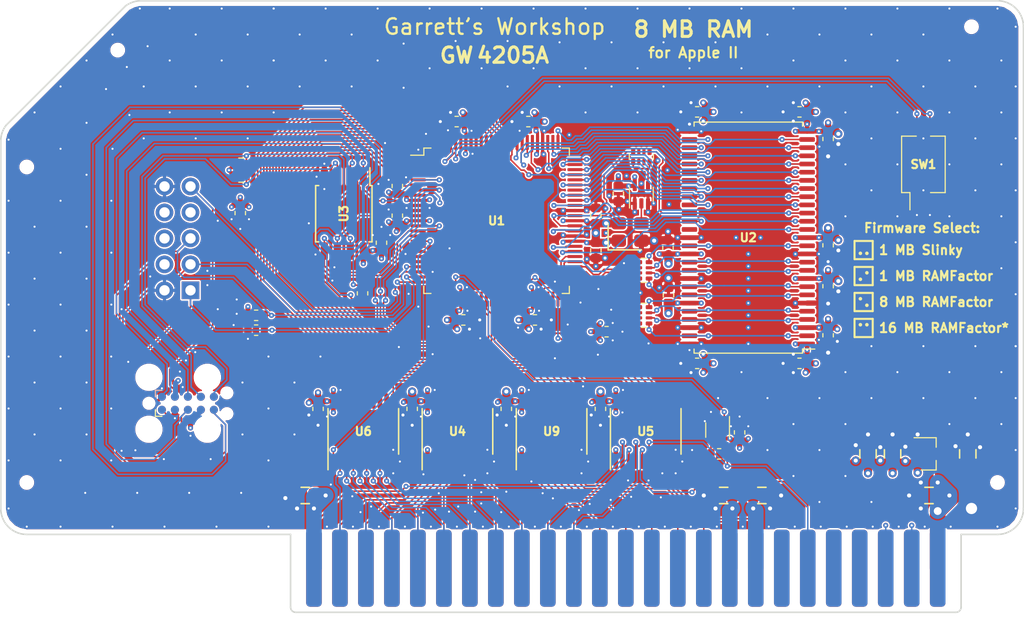
<source format=kicad_pcb>
(kicad_pcb (version 20171130) (host pcbnew "(5.1.5-0-10_14)")
  (title_block (title "GR8RAM (GW4205A)") (date 2021-01-06) (rev 0.9) (company "Garrett's Workshop"))
  (layers (0 F.Cu signal) (1 In1.Cu power) (2 In2.Cu power) (31 B.Cu signal) (34 B.Paste user) (35 F.Paste user) (36 B.SilkS user) (37 F.SilkS user) (38 B.Mask user) (39 F.Mask user) (44 Edge.Cuts user))
  (net 0 "")
  (net 1 +5V)
  (net 2 GND)
  (net 3 /A4)
  (net 4 /D7)
  (net 5 /D6)
  (net 6 /A8)
  (net 7 /A7)
  (net 8 /A6)
  (net 9 /A5)
  (net 10 /A3)
  (net 11 /A2)
  (net 12 /A1)
  (net 13 /A0)
  (net 14 /A9)
  (net 15 /D1)
  (net 16 /D5)
  (net 17 /D0)
  (net 18 /D2)
  (net 19 /D3)
  (net 20 /D4)
  (net 21 /A10)
  (net 22 +12V)
  (net 23 -12V)
  (net 24 -5V)
  (net 25 /~IOSEL~)
  (net 26 /A11)
  (net 27 /A12)
  (net 28 /A13)
  (net 29 /A14)
  (net 30 /A15)
  (net 31 /R~W~)
  (net 32 /~IOSTRB~)
  (net 33 /~NMI~)
  (net 34 /~IRQ~)
  (net 35 /~RES~)
  (net 36 /~INH~)
  (net 37 /COLORREF)
  (net 38 /7M)
  (net 39 /Q3)
  (net 40 /PHI1)
  (net 41 /USER1)
  (net 42 /PHI0)
  (net 43 /~DEVSEL~)
  (net 44 /INTin)
  (net 45 /DMAin)
  (net 46 /TCK)
  (net 47 /TDO)
  (net 48 /TMS)
  (net 49 "Net-(J2-Pad6)")
  (net 50 "Net-(J2-Pad7)")
  (net 51 "Net-(J2-Pad8)")
  (net 52 /TDI)
  (net 53 /RA0)
  (net 54 /RA1)
  (net 55 /RA2)
  (net 56 /RA3)
  (net 57 /RA4)
  (net 58 /RA5)
  (net 59 /RA6)
  (net 60 /RA7)
  (net 61 /RA8)
  (net 62 /RA9)
  (net 63 /RA10)
  (net 64 /RD0)
  (net 65 /RD1)
  (net 66 /RD2)
  (net 67 /RD3)
  (net 68 /RD4)
  (net 69 /RD5)
  (net 70 /RD6)
  (net 71 /RD7)
  (net 72 /VIDSYNC)
  (net 73 +3V3)
  (net 74 /~DMA~)
  (net 75 /R~RES~)
  (net 76 /R~IOSTRB~)
  (net 77 /R~DEVSEL~)
  (net 78 /R~IOSEL~)
  (net 79 /RA11)
  (net 80 /RA12)
  (net 81 /RA13)
  (net 82 /RA14)
  (net 83 /RA15)
  (net 84 /Ddir)
  (net 85 "Net-(U13-Pad3)")
  (net 86 /ACLK)
  (net 87 /RCLK)
  (net 88 /Dr0)
  (net 89 /Dr2)
  (net 90 /Dr1)
  (net 91 /Dr3)
  (net 92 /Dr7)
  (net 93 /Dr5)
  (net 94 /Dr6)
  (net 95 /Dr4)
  (net 96 /SD0)
  (net 97 /SD1)
  (net 98 /SD3)
  (net 99 /SD2)
  (net 100 /SD6)
  (net 101 /SD7)
  (net 102 /SD5)
  (net 103 /SD4)
  (net 104 /SDQML)
  (net 105 /S~WE~)
  (net 106 /S~CAS~)
  (net 107 /S~RAS~)
  (net 108 /S~CS~)
  (net 109 /SA0)
  (net 110 /SA3)
  (net 111 /SA4)
  (net 112 /SA6)
  (net 113 /SCKE)
  (net 114 /SDQMH)
  (net 115 /RR~W~in)
  (net 116 "Net-(RN1-Pad6)")
  (net 117 "Net-(RN1-Pad7)")
  (net 118 "Net-(RN1-Pad1)")
  (net 119 "Net-(RN1-Pad2)")
  (net 120 "Net-(RN1-Pad3)")
  (net 121 /~RDY~)
  (net 122 "Net-(R22-Pad2)")
  (net 123 /SA12)
  (net 124 /SBA0)
  (net 125 /SA11)
  (net 126 /SBA1)
  (net 127 /SA9)
  (net 128 /SA10)
  (net 129 /SA8)
  (net 130 /SA7)
  (net 131 /SA1)
  (net 132 /SA2)
  (net 133 /SA5)
  (net 134 /MISO)
  (net 135 /MOSI)
  (net 136 /F~CS~)
  (net 137 /FCK)
  (net 138 /RES~OE~)
  (net 139 /FD2)
  (net 140 /FD3)
  (net 141 "Net-(J5-Pad10)")
  (net 142 "Net-(J5-Pad9)")
  (net 143 "Net-(J4-Pad6)")
  (net 144 "Net-(J4-Pad7)")
  (net 145 "Net-(J4-Pad8)")
  (net 146 "Net-(RN5-Pad2)")
  (net 147 "Net-(RN5-Pad3)")
  (net 148 /RPHI0)
  (net 149 "Net-(J5-Pad6)")
  (net 150 "Net-(U1-Pad49)")
  (net 151 "Net-(U1-Pad48)")
  (net 152 "Net-(U1-Pad33)")
  (net 153 "Net-(U1-Pad29)")
  (net 154 "Net-(U1-Pad28)")
  (net 155 "Net-(U1-Pad27)")
  (net 156 "Net-(U1-Pad26)")
  (net 157 "Net-(U1-Pad21)")
  (net 158 "Net-(U1-Pad20)")
  (net 159 "Net-(U1-Pad18)")
  (net 160 "Net-(U5-Pad11)")
  (net 161 "Net-(U5-Pad12)")
  (net 162 /FW1)
  (net 163 /FW0)
  (net 164 "Net-(U1-Pad19)")
  (module stdpads:C_0603 (layer F.Cu) (at 90.8 111.1)
    (fp_text reference C21)
    (fp_text value 2u2)
    (pad 1 smd roundrect (at -0.75 0) (size 0.85 0.95) (layers F.Cu F.Paste F.Mask) (net 73 +3V3))
    (pad 2 smd roundrect (at 0.75 0) (size 0.85 0.95) (layers F.Cu F.Paste F.Mask) (net 2 GND))
  )
  (module stdpads:SW_DIP_SPSTx02_Slide_DSHP02TS_P1.27mm (layer F.Cu) (at 135.763 95.885)
    (fp_text reference SW1)
    (fp_text value FW)
    (fp_text user %R (at 0 0 180) (layer F.SilkS) (effects (font (size 0.8128 0.8128) (thickness 0.2032))))
    (pad 4 smd roundrect (at -0.635 -3.81 90) (size 1.27 0.76) (layers F.Cu F.Paste F.Mask) (net 162 /FW1))
    (pad 3 smd roundrect (at 0.635 -3.81 90) (size 1.27 0.76) (layers F.Cu F.Paste F.Mask) (net 163 /FW0))
    (pad 2 smd roundrect (at 0.635 3.81 90) (size 1.27 0.76) (layers F.Cu F.Paste F.Mask) (net 2 GND))
    (pad 1 smd roundrect (at -0.635 3.81 90) (size 1.27 0.76) (layers F.Cu F.Paste F.Mask) (net 2 GND))
  )
  (module stdpads:R_0603 (layer F.Cu) (at 80.95 108.5 90)
    (fp_text reference R31)
    (fp_text value 33)
    (pad 2 smd roundrect (at 0.8 0 90) (size 0.7 0.95) (layers F.Cu F.Paste F.Mask) (net 149 "Net-(J5-Pad6)"))
    (pad 1 smd roundrect (at -0.8 0 90) (size 0.7 0.95) (layers F.Cu F.Paste F.Mask) (net 137 /FCK))
  )
  (module Connector_IDC:IDC-Header_2x05_P2.54mm_Vertical (layer F.Cu) (at 64.135 108.204 180)
    (fp_text reference J4 hide)
    (fp_text value JTAG)
    (pad 1 thru_hole rect (at 0 0 180) (size 1.7272 1.7272) (drill 1.016) (layers *.Cu *.Mask) (net 46 /TCK))
    (pad 2 thru_hole oval (at 2.54 0 180) (size 1.7272 1.7272) (drill 1.016) (layers *.Cu *.Mask) (net 2 GND))
    (pad 3 thru_hole oval (at 0 2.54 180) (size 1.7272 1.7272) (drill 1.016) (layers *.Cu *.Mask) (net 47 /TDO))
    (pad 4 thru_hole oval (at 2.54 2.54 180) (size 1.7272 1.7272) (drill 1.016) (layers *.Cu *.Mask) (net 73 +3V3))
    (pad 5 thru_hole oval (at 0 5.08 180) (size 1.7272 1.7272) (drill 1.016) (layers *.Cu *.Mask) (net 48 /TMS))
    (pad 6 thru_hole oval (at 2.54 5.08 180) (size 1.7272 1.7272) (drill 1.016) (layers *.Cu *.Mask) (net 143 "Net-(J4-Pad6)"))
    (pad 7 thru_hole oval (at 0 7.62 180) (size 1.7272 1.7272) (drill 1.016) (layers *.Cu *.Mask) (net 144 "Net-(J4-Pad7)"))
    (pad 8 thru_hole oval (at 2.54 7.62 180) (size 1.7272 1.7272) (drill 1.016) (layers *.Cu *.Mask) (net 145 "Net-(J4-Pad8)"))
    (pad 9 thru_hole oval (at 0 10.16 180) (size 1.7272 1.7272) (drill 1.016) (layers *.Cu *.Mask) (net 52 /TDI))
    (pad 10 thru_hole oval (at 2.54 10.16 180) (size 1.7272 1.7272) (drill 1.016) (layers *.Cu *.Mask) (net 2 GND))
  )
  (module stdpads:Fiducial (layer F.Cu) (at 48.133 93.599 90)
    (fp_text reference FID2 hide)
    (fp_text value Fiducial hide)
    (pad ~ smd circle (at 0 0 90) (size 1 1) (layers F.Cu F.Mask) (clearance 0.575))
  )
  (module stdpads:SOIC-8_5.3mm (layer F.Cu) (at 79.121 100.711 180)
    (fp_text reference U3)
    (fp_text value W25Q128JVSIQ)
    (fp_text user %R (at 0 0 270) (layer F.SilkS) (effects (font (size 0.8128 0.8128) (thickness 0.2032))))
    (pad 8 smd roundrect (at -1.905 -3.65 270) (size 1.7 0.7) (layers F.Cu F.Paste F.Mask) (net 73 +3V3))
    (pad 7 smd roundrect (at -0.635 -3.65 270) (size 1.7 0.7) (layers F.Cu F.Paste F.Mask) (net 140 /FD3))
    (pad 6 smd roundrect (at 0.635 -3.65 270) (size 1.7 0.7) (layers F.Cu F.Paste F.Mask) (net 137 /FCK))
    (pad 5 smd roundrect (at 1.905 -3.65 270) (size 1.7 0.7) (layers F.Cu F.Paste F.Mask) (net 135 /MOSI))
    (pad 4 smd roundrect (at 1.905 3.65 270) (size 1.7 0.7) (layers F.Cu F.Paste F.Mask) (net 2 GND))
    (pad 3 smd roundrect (at 0.635 3.65 270) (size 1.7 0.7) (layers F.Cu F.Paste F.Mask) (net 139 /FD2))
    (pad 2 smd roundrect (at -0.635 3.65 270) (size 1.7 0.7) (layers F.Cu F.Paste F.Mask) (net 134 /MISO))
    (pad 1 smd roundrect (at -1.905 3.65 270) (size 1.7 0.7) (layers F.Cu F.Paste F.Mask) (net 136 /F~CS~))
  )
  (module stdpads:R4_0402 (layer F.Cu) (at 69.1 96.45 90)
    (fp_text reference RN5)
    (fp_text value 4x10k)
    (pad 5 smd roundrect (at 0.8 -0.5 180) (size 0.65 0.4) (layers F.Cu F.Paste F.Mask) (net 73 +3V3))
    (pad 6 smd roundrect (at 0.25 -0.5 180) (size 0.65 0.3) (layers F.Cu F.Paste F.Mask) (net 73 +3V3))
    (pad 8 smd roundrect (at -0.8 -0.5 180) (size 0.65 0.4) (layers F.Cu F.Paste F.Mask) (net 73 +3V3))
    (pad 7 smd roundrect (at -0.25 -0.5 180) (size 0.65 0.3) (layers F.Cu F.Paste F.Mask) (net 73 +3V3))
    (pad 4 smd roundrect (at 0.8 0.5 180) (size 0.65 0.4) (layers F.Cu F.Paste F.Mask) (net 140 /FD3))
    (pad 2 smd roundrect (at -0.25 0.5 180) (size 0.65 0.3) (layers F.Cu F.Paste F.Mask) (net 146 "Net-(RN5-Pad2)"))
    (pad 3 smd roundrect (at 0.25 0.5 180) (size 0.65 0.3) (layers F.Cu F.Paste F.Mask) (net 147 "Net-(RN5-Pad3)"))
    (pad 1 smd roundrect (at -0.8 0.5 180) (size 0.65 0.4) (layers F.Cu F.Paste F.Mask) (net 139 /FD2))
  )
  (module stdpads:R_0603 (layer F.Cu) (at 70.55 110.65)
    (fp_text reference R28)
    (fp_text value 22k)
    (pad 2 smd roundrect (at 0.8 0) (size 0.7 0.95) (layers F.Cu F.Paste F.Mask) (net 48 /TMS))
    (pad 1 smd roundrect (at -0.8 0) (size 0.7 0.95) (layers F.Cu F.Paste F.Mask) (net 73 +3V3))
  )
  (module stdpads:R_0603 (layer F.Cu) (at 70.55 112.1 180)
    (fp_text reference R29)
    (fp_text value 22k)
    (pad 1 smd roundrect (at -0.8 0 180) (size 0.7 0.95) (layers F.Cu F.Paste F.Mask) (net 46 /TCK))
    (pad 2 smd roundrect (at 0.8 0 180) (size 0.7 0.95) (layers F.Cu F.Paste F.Mask) (net 2 GND))
  )
  (module stdpads:TSSOP-20_4.4x6.5mm_P0.65mm (layer F.Cu) (at 81.025 122)
    (fp_text reference U6)
    (fp_text value 74AHC245PW)
    (fp_text user %R (at 0 0) (layer F.SilkS) (effects (font (size 0.8128 0.8128) (thickness 0.2032))))
    (pad 1 smd roundrect (at -2.925 2.95 90) (size 1.45 0.45) (layers F.Cu F.Paste F.Mask) (net 84 /Ddir))
    (pad 2 smd roundrect (at -2.275 2.95 90) (size 1.45 0.45) (layers F.Cu F.Paste F.Mask) (net 17 /D0))
    (pad 3 smd roundrect (at -1.625 2.95 90) (size 1.45 0.45) (layers F.Cu F.Paste F.Mask) (net 15 /D1))
    (pad 4 smd roundrect (at -0.975 2.95 90) (size 1.45 0.45) (layers F.Cu F.Paste F.Mask) (net 18 /D2))
    (pad 5 smd roundrect (at -0.325 2.95 90) (size 1.45 0.45) (layers F.Cu F.Paste F.Mask) (net 19 /D3))
    (pad 6 smd roundrect (at 0.325 2.95 90) (size 1.45 0.45) (layers F.Cu F.Paste F.Mask) (net 20 /D4))
    (pad 7 smd roundrect (at 0.975 2.95 90) (size 1.45 0.45) (layers F.Cu F.Paste F.Mask) (net 16 /D5))
    (pad 8 smd roundrect (at 1.625 2.95 90) (size 1.45 0.45) (layers F.Cu F.Paste F.Mask) (net 5 /D6))
    (pad 9 smd roundrect (at 2.275 2.95 90) (size 1.45 0.45) (layers F.Cu F.Paste F.Mask) (net 4 /D7))
    (pad 10 smd roundrect (at 2.925 2.95 90) (size 1.45 0.45) (layers F.Cu F.Paste F.Mask) (net 2 GND))
    (pad 11 smd roundrect (at 2.925 -2.95 90) (size 1.45 0.45) (layers F.Cu F.Paste F.Mask) (net 71 /RD7))
    (pad 12 smd roundrect (at 2.275 -2.95 90) (size 1.45 0.45) (layers F.Cu F.Paste F.Mask) (net 70 /RD6))
    (pad 13 smd roundrect (at 1.625 -2.95 90) (size 1.45 0.45) (layers F.Cu F.Paste F.Mask) (net 69 /RD5))
    (pad 14 smd roundrect (at 0.975 -2.95 90) (size 1.45 0.45) (layers F.Cu F.Paste F.Mask) (net 68 /RD4))
    (pad 15 smd roundrect (at 0.325 -2.95 90) (size 1.45 0.45) (layers F.Cu F.Paste F.Mask) (net 67 /RD3))
    (pad 16 smd roundrect (at -0.325 -2.95 90) (size 1.45 0.45) (layers F.Cu F.Paste F.Mask) (net 66 /RD2))
    (pad 17 smd roundrect (at -0.975 -2.95 90) (size 1.45 0.45) (layers F.Cu F.Paste F.Mask) (net 65 /RD1))
    (pad 18 smd roundrect (at -1.625 -2.95 90) (size 1.45 0.45) (layers F.Cu F.Paste F.Mask) (net 64 /RD0))
    (pad 19 smd roundrect (at -2.275 -2.95 90) (size 1.45 0.45) (layers F.Cu F.Paste F.Mask) (net 2 GND))
    (pad 20 smd roundrect (at -2.925 -2.95 90) (size 1.45 0.45) (layers F.Cu F.Paste F.Mask) (net 73 +3V3))
  )
  (module stdpads:TQFP-100_14x14mm_P0.5mm (layer F.Cu) (at 94.05 101.4 270)
    (fp_text reference U1)
    (fp_text value EPM240T100C5N)
    (fp_text user %R (at 0 0) (layer F.SilkS) (effects (font (size 0.8128 0.8128) (thickness 0.2032))))
    (pad 100 smd roundrect (at -7.6625 6) (size 0.3 1.475) (layers F.Cu F.Paste F.Mask) (net 53 /RA0))
    (pad 99 smd roundrect (at -7.6625 5.5) (size 0.3 1.475) (layers F.Cu F.Paste F.Mask) (net 71 /RD7))
    (pad 98 smd roundrect (at -7.6625 5) (size 0.3 1.475) (layers F.Cu F.Paste F.Mask) (net 54 /RA1))
    (pad 97 smd roundrect (at -7.6625 4.5) (size 0.3 1.475) (layers F.Cu F.Paste F.Mask) (net 55 /RA2))
    (pad 96 smd roundrect (at -7.6625 4) (size 0.3 1.475) (layers F.Cu F.Paste F.Mask) (net 163 /FW0))
    (pad 95 smd roundrect (at -7.6625 3.5) (size 0.3 1.475) (layers F.Cu F.Paste F.Mask) (net 162 /FW1))
    (pad 94 smd roundrect (at -7.6625 3) (size 0.3 1.475) (layers F.Cu F.Paste F.Mask) (net 73 +3V3))
    (pad 93 smd roundrect (at -7.6625 2.5) (size 0.3 1.475) (layers F.Cu F.Paste F.Mask) (net 2 GND))
    (pad 92 smd roundrect (at -7.6625 2) (size 0.3 1.475) (layers F.Cu F.Paste F.Mask) (net 70 /RD6))
    (pad 91 smd roundrect (at -7.6625 1.5) (size 0.3 1.475) (layers F.Cu F.Paste F.Mask) (net 69 /RD5))
    (pad 90 smd roundrect (at -7.6625 1) (size 0.3 1.475) (layers F.Cu F.Paste F.Mask) (net 68 /RD4))
    (pad 89 smd roundrect (at -7.6625 0.5) (size 0.3 1.475) (layers F.Cu F.Paste F.Mask) (net 67 /RD3))
    (pad 88 smd roundrect (at -7.6625 0) (size 0.3 1.475) (layers F.Cu F.Paste F.Mask) (net 66 /RD2))
    (pad 87 smd roundrect (at -7.6625 -0.5) (size 0.3 1.475) (layers F.Cu F.Paste F.Mask) (net 65 /RD1))
    (pad 86 smd roundrect (at -7.6625 -1) (size 0.3 1.475) (layers F.Cu F.Paste F.Mask) (net 64 /RD0))
    (pad 85 smd roundrect (at -7.6625 -1.5) (size 0.3 1.475) (layers F.Cu F.Paste F.Mask) (net 104 /SDQML))
    (pad 84 smd roundrect (at -7.6625 -2) (size 0.3 1.475) (layers F.Cu F.Paste F.Mask) (net 110 /SA3))
    (pad 83 smd roundrect (at -7.6625 -2.5) (size 0.3 1.475) (layers F.Cu F.Paste F.Mask) (net 133 /SA5))
    (pad 82 smd roundrect (at -7.6625 -3) (size 0.3 1.475) (layers F.Cu F.Paste F.Mask) (net 132 /SA2))
    (pad 81 smd roundrect (at -7.6625 -3.5) (size 0.3 1.475) (layers F.Cu F.Paste F.Mask) (net 131 /SA1))
    (pad 80 smd roundrect (at -7.6625 -4) (size 0.3 1.475) (layers F.Cu F.Paste F.Mask) (net 73 +3V3))
    (pad 79 smd roundrect (at -7.6625 -4.5) (size 0.3 1.475) (layers F.Cu F.Paste F.Mask) (net 2 GND))
    (pad 78 smd roundrect (at -7.6625 -5) (size 0.3 1.475) (layers F.Cu F.Paste F.Mask) (net 130 /SA7))
    (pad 77 smd roundrect (at -7.6625 -5.5) (size 0.3 1.475) (layers F.Cu F.Paste F.Mask) (net 112 /SA6))
    (pad 76 smd roundrect (at -7.6625 -6) (size 0.3 1.475) (layers F.Cu F.Paste F.Mask) (net 111 /SA4))
    (pad 75 smd roundrect (at -6 -7.6625) (size 1.475 0.3) (layers F.Cu F.Paste F.Mask) (net 109 /SA0))
    (pad 74 smd roundrect (at -5.5 -7.6625) (size 1.475 0.3) (layers F.Cu F.Paste F.Mask) (net 129 /SA8))
    (pad 73 smd roundrect (at -5 -7.6625) (size 1.475 0.3) (layers F.Cu F.Paste F.Mask) (net 128 /SA10))
    (pad 72 smd roundrect (at -4.5 -7.6625) (size 1.475 0.3) (layers F.Cu F.Paste F.Mask) (net 127 /SA9))
    (pad 71 smd roundrect (at -4 -7.6625) (size 1.475 0.3) (layers F.Cu F.Paste F.Mask) (net 126 /SBA1))
    (pad 70 smd roundrect (at -3.5 -7.6625) (size 1.475 0.3) (layers F.Cu F.Paste F.Mask) (net 125 /SA11))
    (pad 69 smd roundrect (at -3 -7.6625) (size 1.475 0.3) (layers F.Cu F.Paste F.Mask) (net 124 /SBA0))
    (pad 68 smd roundrect (at -2.5 -7.6625) (size 1.475 0.3) (layers F.Cu F.Paste F.Mask) (net 123 /SA12))
    (pad 67 smd roundrect (at -2 -7.6625) (size 1.475 0.3) (layers F.Cu F.Paste F.Mask) (net 108 /S~CS~))
    (pad 66 smd roundrect (at -1.5 -7.6625) (size 1.475 0.3) (layers F.Cu F.Paste F.Mask) (net 113 /SCKE))
    (pad 65 smd roundrect (at -1 -7.6625) (size 1.475 0.3) (layers F.Cu F.Paste F.Mask) (net 2 GND))
    (pad 64 smd roundrect (at -0.5 -7.6625) (size 1.475 0.3) (layers F.Cu F.Paste F.Mask) (net 86 /ACLK))
    (pad 63 smd roundrect (at 0 -7.6625) (size 1.475 0.3) (layers F.Cu F.Paste F.Mask) (net 73 +3V3))
    (pad 62 smd roundrect (at 0.5 -7.6625) (size 1.475 0.3) (layers F.Cu F.Paste F.Mask) (net 107 /S~RAS~))
    (pad 61 smd roundrect (at 1 -7.6625) (size 1.475 0.3) (layers F.Cu F.Paste F.Mask) (net 106 /S~CAS~))
    (pad 60 smd roundrect (at 1.5 -7.6625) (size 1.475 0.3) (layers F.Cu F.Paste F.Mask) (net 2 GND))
    (pad 59 smd roundrect (at 2 -7.6625) (size 1.475 0.3) (layers F.Cu F.Paste F.Mask) (net 73 +3V3))
    (pad 58 smd roundrect (at 2.5 -7.6625) (size 1.475 0.3) (layers F.Cu F.Paste F.Mask) (net 105 /S~WE~))
    (pad 57 smd roundrect (at 3 -7.6625) (size 1.475 0.3) (layers F.Cu F.Paste F.Mask) (net 114 /SDQMH))
    (pad 56 smd roundrect (at 3.5 -7.6625) (size 1.475 0.3) (layers F.Cu F.Paste F.Mask) (net 89 /Dr2))
    (pad 55 smd roundrect (at 4 -7.6625) (size 1.475 0.3) (layers F.Cu F.Paste F.Mask) (net 91 /Dr3))
    (pad 54 smd roundrect (at 4.5 -7.6625) (size 1.475 0.3) (layers F.Cu F.Paste F.Mask) (net 92 /Dr7))
    (pad 53 smd roundrect (at 5 -7.6625) (size 1.475 0.3) (layers F.Cu F.Paste F.Mask) (net 94 /Dr6))
    (pad 52 smd roundrect (at 5.5 -7.6625) (size 1.475 0.3) (layers F.Cu F.Paste F.Mask) (net 93 /Dr5))
    (pad 51 smd roundrect (at 6 -7.6625) (size 1.475 0.3) (layers F.Cu F.Paste F.Mask) (net 95 /Dr4))
    (pad 50 smd roundrect (at 7.6625 -6) (size 0.3 1.475) (layers F.Cu F.Paste F.Mask) (net 88 /Dr0))
    (pad 49 smd roundrect (at 7.6625 -5.5) (size 0.3 1.475) (layers F.Cu F.Paste F.Mask) (net 150 "Net-(U1-Pad49)"))
    (pad 48 smd roundrect (at 7.6625 -5) (size 0.3 1.475) (layers F.Cu F.Paste F.Mask) (net 151 "Net-(U1-Pad48)"))
    (pad 47 smd roundrect (at 7.6625 -4.5) (size 0.3 1.475) (layers F.Cu F.Paste F.Mask) (net 90 /Dr1))
    (pad 46 smd roundrect (at 7.6625 -4) (size 0.3 1.475) (layers F.Cu F.Paste F.Mask) (net 2 GND))
    (pad 45 smd roundrect (at 7.6625 -3.5) (size 0.3 1.475) (layers F.Cu F.Paste F.Mask) (net 73 +3V3))
    (pad 44 smd roundrect (at 7.6625 -3) (size 0.3 1.475) (layers F.Cu F.Paste F.Mask) (net 75 /R~RES~))
    (pad 43 smd roundrect (at 7.6625 -2.5) (size 0.3 1.475) (layers F.Cu F.Paste F.Mask) (net 115 /RR~W~in))
    (pad 42 smd roundrect (at 7.6625 -2) (size 0.3 1.475) (layers F.Cu F.Paste F.Mask) (net 76 /R~IOSTRB~))
    (pad 41 smd roundrect (at 7.6625 -1.5) (size 0.3 1.475) (layers F.Cu F.Paste F.Mask) (net 148 /RPHI0))
    (pad 40 smd roundrect (at 7.6625 -1) (size 0.3 1.475) (layers F.Cu F.Paste F.Mask) (net 77 /R~DEVSEL~))
    (pad 39 smd roundrect (at 7.6625 -0.5) (size 0.3 1.475) (layers F.Cu F.Paste F.Mask) (net 78 /R~IOSEL~))
    (pad 38 smd roundrect (at 7.6625 0) (size 0.3 1.475) (layers F.Cu F.Paste F.Mask) (net 83 /RA15))
    (pad 37 smd roundrect (at 7.6625 0.5) (size 0.3 1.475) (layers F.Cu F.Paste F.Mask) (net 82 /RA14))
    (pad 36 smd roundrect (at 7.6625 1) (size 0.3 1.475) (layers F.Cu F.Paste F.Mask) (net 81 /RA13))
    (pad 35 smd roundrect (at 7.6625 1.5) (size 0.3 1.475) (layers F.Cu F.Paste F.Mask) (net 80 /RA12))
    (pad 34 smd roundrect (at 7.6625 2) (size 0.3 1.475) (layers F.Cu F.Paste F.Mask) (net 79 /RA11))
    (pad 33 smd roundrect (at 7.6625 2.5) (size 0.3 1.475) (layers F.Cu F.Paste F.Mask) (net 152 "Net-(U1-Pad33)"))
    (pad 32 smd roundrect (at 7.6625 3) (size 0.3 1.475) (layers F.Cu F.Paste F.Mask) (net 2 GND))
    (pad 31 smd roundrect (at 7.6625 3.5) (size 0.3 1.475) (layers F.Cu F.Paste F.Mask) (net 73 +3V3))
    (pad 30 smd roundrect (at 7.6625 4) (size 0.3 1.475) (layers F.Cu F.Paste F.Mask) (net 138 /RES~OE~))
    (pad 29 smd roundrect (at 7.6625 4.5) (size 0.3 1.475) (layers F.Cu F.Paste F.Mask) (net 153 "Net-(U1-Pad29)"))
    (pad 28 smd roundrect (at 7.6625 5) (size 0.3 1.475) (layers F.Cu F.Paste F.Mask) (net 154 "Net-(U1-Pad28)"))
    (pad 27 smd roundrect (at 7.6625 5.5) (size 0.3 1.475) (layers F.Cu F.Paste F.Mask) (net 155 "Net-(U1-Pad27)"))
    (pad 26 smd roundrect (at 7.6625 6) (size 0.3 1.475) (layers F.Cu F.Paste F.Mask) (net 156 "Net-(U1-Pad26)"))
    (pad 25 smd roundrect (at 6 7.6625) (size 1.475 0.3) (layers F.Cu F.Paste F.Mask) (net 47 /TDO))
    (pad 24 smd roundrect (at 5.5 7.6625) (size 1.475 0.3) (layers F.Cu F.Paste F.Mask) (net 46 /TCK))
    (pad 23 smd roundrect (at 5 7.6625) (size 1.475 0.3) (layers F.Cu F.Paste F.Mask) (net 52 /TDI))
    (pad 22 smd roundrect (at 4.5 7.6625) (size 1.475 0.3) (layers F.Cu F.Paste F.Mask) (net 48 /TMS))
    (pad 21 smd roundrect (at 4 7.6625) (size 1.475 0.3) (layers F.Cu F.Paste F.Mask) (net 157 "Net-(U1-Pad21)"))
    (pad 20 smd roundrect (at 3.5 7.6625) (size 1.475 0.3) (layers F.Cu F.Paste F.Mask) (net 158 "Net-(U1-Pad20)"))
    (pad 19 smd roundrect (at 3 7.6625) (size 1.475 0.3) (layers F.Cu F.Paste F.Mask) (net 164 "Net-(U1-Pad19)"))
    (pad 18 smd roundrect (at 2.5 7.6625) (size 1.475 0.3) (layers F.Cu F.Paste F.Mask) (net 159 "Net-(U1-Pad18)"))
    (pad 17 smd roundrect (at 2 7.6625) (size 1.475 0.3) (layers F.Cu F.Paste F.Mask) (net 84 /Ddir))
    (pad 16 smd roundrect (at 1.5 7.6625) (size 1.475 0.3) (layers F.Cu F.Paste F.Mask) (net 134 /MISO))
    (pad 15 smd roundrect (at 1 7.6625) (size 1.475 0.3) (layers F.Cu F.Paste F.Mask) (net 135 /MOSI))
    (pad 14 smd roundrect (at 0.5 7.6625) (size 1.475 0.3) (layers F.Cu F.Paste F.Mask) (net 63 /RA10))
    (pad 13 smd roundrect (at 0 7.6625) (size 1.475 0.3) (layers F.Cu F.Paste F.Mask) (net 73 +3V3))
    (pad 12 smd roundrect (at -0.5 7.6625) (size 1.475 0.3) (layers F.Cu F.Paste F.Mask) (net 137 /FCK))
    (pad 11 smd roundrect (at -1 7.6625) (size 1.475 0.3) (layers F.Cu F.Paste F.Mask) (net 2 GND))
    (pad 10 smd roundrect (at -1.5 7.6625) (size 1.475 0.3) (layers F.Cu F.Paste F.Mask) (net 2 GND))
    (pad 9 smd roundrect (at -2 7.6625) (size 1.475 0.3) (layers F.Cu F.Paste F.Mask) (net 73 +3V3))
    (pad 8 smd roundrect (at -2.5 7.6625) (size 1.475 0.3) (layers F.Cu F.Paste F.Mask) (net 62 /RA9))
    (pad 7 smd roundrect (at -3 7.6625) (size 1.475 0.3) (layers F.Cu F.Paste F.Mask) (net 61 /RA8))
    (pad 6 smd roundrect (at -3.5 7.6625) (size 1.475 0.3) (layers F.Cu F.Paste F.Mask) (net 60 /RA7))
    (pad 5 smd roundrect (at -4 7.6625) (size 1.475 0.3) (layers F.Cu F.Paste F.Mask) (net 136 /F~CS~))
    (pad 4 smd roundrect (at -4.5 7.6625) (size 1.475 0.3) (layers F.Cu F.Paste F.Mask) (net 56 /RA3))
    (pad 3 smd roundrect (at -5 7.6625) (size 1.475 0.3) (layers F.Cu F.Paste F.Mask) (net 59 /RA6))
    (pad 2 smd roundrect (at -5.5 7.6625) (size 1.475 0.3) (layers F.Cu F.Paste F.Mask) (net 58 /RA5))
    (pad 1 smd roundrect (at -6 7.6625) (size 1.475 0.3) (layers F.Cu F.Paste F.Mask) (net 57 /RA4))
  )
  (module stdpads:R_0603 (layer F.Cu) (at 115.8 124.2 180)
    (fp_text reference R22)
    (fp_text value 33)
    (pad 1 smd roundrect (at -0.8 0 180) (size 0.7 0.95) (layers F.Cu F.Paste F.Mask) (net 35 /~RES~))
    (pad 2 smd roundrect (at 0.8 0 180) (size 0.7 0.95) (layers F.Cu F.Paste F.Mask) (net 122 "Net-(R22-Pad2)"))
  )
  (module stdpads:C_0603 (layer F.Cu) (at 69 100.65 270)
    (fp_text reference C44)
    (fp_text value 2u2)
    (pad 1 smd roundrect (at -0.75 0 270) (size 0.85 0.95) (layers F.Cu F.Paste F.Mask) (net 73 +3V3))
    (pad 2 smd roundrect (at 0.75 0 270) (size 0.85 0.95) (layers F.Cu F.Paste F.Mask) (net 2 GND))
  )
  (module stdpads:C_0603 (layer F.Cu) (at 104.8 112.25)
    (fp_text reference C43)
    (fp_text value 2u2)
    (pad 2 smd roundrect (at 0.75 0) (size 0.85 0.95) (layers F.Cu F.Paste F.Mask) (net 2 GND))
    (pad 1 smd roundrect (at -0.75 0) (size 0.85 0.95) (layers F.Cu F.Paste F.Mask) (net 73 +3V3))
  )
  (module Connector:Tag-Connect_TC2050-IDC-FP_2x05_P1.27mm_Vertical (layer B.Cu) (at 63.881 119.253)
    (fp_text reference J5)
    (fp_text value JTAG)
    (pad "" np_thru_hole circle (at 1.905 2.54) (size 2.3749 2.3749) (drill 2.3749) (layers *.Cu *.Mask))
    (pad "" np_thru_hole circle (at 1.905 -2.54) (size 2.3749 2.3749) (drill 2.3749) (layers *.Cu *.Mask))
    (pad "" np_thru_hole circle (at -3.81 -2.54) (size 2.3749 2.3749) (drill 2.3749) (layers *.Cu *.Mask))
    (pad "" np_thru_hole circle (at -3.81 2.54) (size 2.3749 2.3749) (drill 2.3749) (layers *.Cu *.Mask))
    (pad 10 connect circle (at -2.54 0.635) (size 0.7874 0.7874) (layers B.Cu B.Mask) (net 141 "Net-(J5-Pad10)"))
    (pad 9 connect circle (at -1.27 0.635) (size 0.7874 0.7874) (layers B.Cu B.Mask) (net 142 "Net-(J5-Pad9)"))
    (pad 8 connect circle (at 0 0.635) (size 0.7874 0.7874) (layers B.Cu B.Mask) (net 135 /MOSI))
    (pad 7 connect circle (at 1.27 0.635) (size 0.7874 0.7874) (layers B.Cu B.Mask) (net 2 GND))
    (pad 6 connect circle (at 2.54 0.635) (size 0.7874 0.7874) (layers B.Cu B.Mask) (net 149 "Net-(J5-Pad6)"))
    (pad 5 connect circle (at 2.54 -0.635) (size 0.7874 0.7874) (layers B.Cu B.Mask) (net 139 /FD2))
    (pad 4 connect circle (at 1.27 -0.635) (size 0.7874 0.7874) (layers B.Cu B.Mask) (net 140 /FD3))
    (pad 3 connect circle (at 0 -0.635) (size 0.7874 0.7874) (layers B.Cu B.Mask) (net 134 /MISO))
    (pad 2 connect circle (at -1.27 -0.635) (size 0.7874 0.7874) (layers B.Cu B.Mask) (net 73 +3V3))
    (pad 1 connect circle (at -2.54 -0.635) (size 0.7874 0.7874) (layers B.Cu B.Mask) (net 136 /F~CS~))
    (pad "" np_thru_hole circle (at -3.81 0) (size 0.9906 0.9906) (drill 0.9906) (layers *.Cu *.Mask))
    (pad "" np_thru_hole circle (at 3.81 -1.016) (size 0.9906 0.9906) (drill 0.9906) (layers *.Cu *.Mask))
    (pad "" np_thru_hole circle (at 3.81 1.016) (size 0.9906 0.9906) (drill 0.9906) (layers *.Cu *.Mask))
  )
  (module stdpads:SOT-353 (layer F.Cu) (at 108.2 98.85 270)
    (fp_text reference U16)
    (fp_text value 74LVC1G125GW)
    (pad 5 smd roundrect (at -0.85 0.65 90) (size 1 0.4) (layers F.Cu F.Paste F.Mask) (net 73 +3V3))
    (pad 4 smd roundrect (at -0.85 -0.65 90) (size 1 0.4) (layers F.Cu F.Paste F.Mask) (net 118 "Net-(RN1-Pad1)"))
    (pad 2 smd roundrect (at 0.85 0 90) (size 1 0.4) (layers F.Cu F.Paste F.Mask) (net 85 "Net-(U13-Pad3)"))
    (pad 1 smd roundrect (at 0.85 0.65 90) (size 1 0.4) (layers F.Cu F.Paste F.Mask) (net 2 GND))
    (pad 3 smd roundrect (at 0.85 -0.65 90) (size 1 0.4) (layers F.Cu F.Paste F.Mask) (net 2 GND))
  )
  (module stdpads:TSOP-II-54_22.2x10.16mm_P0.8mm (layer F.Cu) (at 118.65 103.05 180)
    (fp_text reference U2)
    (fp_text value W9825)
    (fp_text user %R (at 0 0) (layer F.SilkS) (effects (font (size 0.8128 0.8128) (thickness 0.2032))))
    (pad 1 smd roundrect (at -5.75 -10.4 180) (size 1.51 0.458) (layers F.Cu F.Paste F.Mask) (net 73 +3V3))
    (pad 2 smd roundrect (at -5.75 -9.6 180) (size 1.51 0.458) (layers F.Cu F.Paste F.Mask) (net 96 /SD0))
    (pad 3 smd roundrect (at -5.75 -8.8 180) (size 1.51 0.458) (layers F.Cu F.Paste F.Mask) (net 73 +3V3))
    (pad 4 smd roundrect (at -5.75 -8 180) (size 1.51 0.458) (layers F.Cu F.Paste F.Mask) (net 97 /SD1))
    (pad 5 smd roundrect (at -5.75 -7.2 180) (size 1.51 0.458) (layers F.Cu F.Paste F.Mask) (net 99 /SD2))
    (pad 6 smd roundrect (at -5.75 -6.4 180) (size 1.51 0.458) (layers F.Cu F.Paste F.Mask) (net 2 GND))
    (pad 7 smd roundrect (at -5.75 -5.6 180) (size 1.51 0.458) (layers F.Cu F.Paste F.Mask) (net 98 /SD3))
    (pad 8 smd roundrect (at -5.75 -4.8 180) (size 1.51 0.458) (layers F.Cu F.Paste F.Mask) (net 103 /SD4))
    (pad 9 smd roundrect (at -5.75 -4 180) (size 1.51 0.458) (layers F.Cu F.Paste F.Mask) (net 73 +3V3))
    (pad 10 smd roundrect (at -5.75 -3.2 180) (size 1.51 0.458) (layers F.Cu F.Paste F.Mask) (net 102 /SD5))
    (pad 11 smd roundrect (at -5.75 -2.4 180) (size 1.51 0.458) (layers F.Cu F.Paste F.Mask) (net 100 /SD6))
    (pad 12 smd roundrect (at -5.75 -1.6 180) (size 1.51 0.458) (layers F.Cu F.Paste F.Mask) (net 2 GND))
    (pad 13 smd roundrect (at -5.75 -0.8 180) (size 1.51 0.458) (layers F.Cu F.Paste F.Mask) (net 101 /SD7))
    (pad 14 smd roundrect (at -5.75 0 180) (size 1.51 0.458) (layers F.Cu F.Paste F.Mask) (net 73 +3V3))
    (pad 15 smd roundrect (at -5.75 0.8 180) (size 1.51 0.458) (layers F.Cu F.Paste F.Mask) (net 104 /SDQML))
    (pad 16 smd roundrect (at -5.75 1.6 180) (size 1.51 0.458) (layers F.Cu F.Paste F.Mask) (net 105 /S~WE~))
    (pad 17 smd roundrect (at -5.75 2.4 180) (size 1.51 0.458) (layers F.Cu F.Paste F.Mask) (net 106 /S~CAS~))
    (pad 18 smd roundrect (at -5.75 3.2 180) (size 1.51 0.458) (layers F.Cu F.Paste F.Mask) (net 107 /S~RAS~))
    (pad 19 smd roundrect (at -5.75 4 180) (size 1.51 0.458) (layers F.Cu F.Paste F.Mask) (net 108 /S~CS~))
    (pad 20 smd roundrect (at -5.75 4.8 180) (size 1.51 0.458) (layers F.Cu F.Paste F.Mask) (net 124 /SBA0))
    (pad 21 smd roundrect (at -5.75 5.6 180) (size 1.51 0.458) (layers F.Cu F.Paste F.Mask) (net 126 /SBA1))
    (pad 22 smd roundrect (at -5.75 6.4 180) (size 1.51 0.458) (layers F.Cu F.Paste F.Mask) (net 128 /SA10))
    (pad 23 smd roundrect (at -5.75 7.2 180) (size 1.51 0.458) (layers F.Cu F.Paste F.Mask) (net 109 /SA0))
    (pad 24 smd roundrect (at -5.75 8 180) (size 1.51 0.458) (layers F.Cu F.Paste F.Mask) (net 131 /SA1))
    (pad 25 smd roundrect (at -5.75 8.8 180) (size 1.51 0.458) (layers F.Cu F.Paste F.Mask) (net 132 /SA2))
    (pad 26 smd roundrect (at -5.75 9.6 180) (size 1.51 0.458) (layers F.Cu F.Paste F.Mask) (net 110 /SA3))
    (pad 27 smd roundrect (at -5.75 10.4 180) (size 1.51 0.458) (layers F.Cu F.Paste F.Mask) (net 73 +3V3))
    (pad 28 smd roundrect (at 5.75 10.4 180) (size 1.51 0.458) (layers F.Cu F.Paste F.Mask) (net 2 GND))
    (pad 29 smd roundrect (at 5.75 9.6 180) (size 1.51 0.458) (layers F.Cu F.Paste F.Mask) (net 111 /SA4))
    (pad 30 smd roundrect (at 5.75 8.8 180) (size 1.51 0.458) (layers F.Cu F.Paste F.Mask) (net 133 /SA5))
    (pad 31 smd roundrect (at 5.75 8 180) (size 1.51 0.458) (layers F.Cu F.Paste F.Mask) (net 112 /SA6))
    (pad 32 smd roundrect (at 5.75 7.2 180) (size 1.51 0.458) (layers F.Cu F.Paste F.Mask) (net 130 /SA7))
    (pad 33 smd roundrect (at 5.75 6.4 180) (size 1.51 0.458) (layers F.Cu F.Paste F.Mask) (net 129 /SA8))
    (pad 34 smd roundrect (at 5.75 5.6 180) (size 1.51 0.458) (layers F.Cu F.Paste F.Mask) (net 127 /SA9))
    (pad 35 smd roundrect (at 5.75 4.8 180) (size 1.51 0.458) (layers F.Cu F.Paste F.Mask) (net 125 /SA11))
    (pad 36 smd roundrect (at 5.75 4 180) (size 1.51 0.458) (layers F.Cu F.Paste F.Mask) (net 123 /SA12))
    (pad 37 smd roundrect (at 5.75 3.2 180) (size 1.51 0.458) (layers F.Cu F.Paste F.Mask) (net 113 /SCKE))
    (pad 38 smd roundrect (at 5.75 2.4 180) (size 1.51 0.458) (layers F.Cu F.Paste F.Mask) (net 87 /RCLK))
    (pad 39 smd roundrect (at 5.75 1.6 180) (size 1.51 0.458) (layers F.Cu F.Paste F.Mask) (net 114 /SDQMH))
    (pad 40 smd roundrect (at 5.75 0.8 180) (size 1.51 0.458) (layers F.Cu F.Paste F.Mask))
    (pad 41 smd roundrect (at 5.75 0 180) (size 1.51 0.458) (layers F.Cu F.Paste F.Mask) (net 2 GND))
    (pad 42 smd roundrect (at 5.75 -0.8 180) (size 1.51 0.458) (layers F.Cu F.Paste F.Mask) (net 101 /SD7))
    (pad 43 smd roundrect (at 5.75 -1.6 180) (size 1.51 0.458) (layers F.Cu F.Paste F.Mask) (net 73 +3V3))
    (pad 44 smd roundrect (at 5.75 -2.4 180) (size 1.51 0.458) (layers F.Cu F.Paste F.Mask) (net 100 /SD6))
    (pad 45 smd roundrect (at 5.75 -3.2 180) (size 1.51 0.458) (layers F.Cu F.Paste F.Mask) (net 102 /SD5))
    (pad 46 smd roundrect (at 5.75 -4 180) (size 1.51 0.458) (layers F.Cu F.Paste F.Mask) (net 2 GND))
    (pad 47 smd roundrect (at 5.75 -4.8 180) (size 1.51 0.458) (layers F.Cu F.Paste F.Mask) (net 103 /SD4))
    (pad 48 smd roundrect (at 5.75 -5.6 180) (size 1.51 0.458) (layers F.Cu F.Paste F.Mask) (net 98 /SD3))
    (pad 49 smd roundrect (at 5.75 -6.4 180) (size 1.51 0.458) (layers F.Cu F.Paste F.Mask) (net 73 +3V3))
    (pad 50 smd roundrect (at 5.75 -7.2 180) (size 1.51 0.458) (layers F.Cu F.Paste F.Mask) (net 99 /SD2))
    (pad 51 smd roundrect (at 5.75 -8 180) (size 1.51 0.458) (layers F.Cu F.Paste F.Mask) (net 97 /SD1))
    (pad 52 smd roundrect (at 5.75 -8.8 180) (size 1.51 0.458) (layers F.Cu F.Paste F.Mask) (net 2 GND))
    (pad 53 smd roundrect (at 5.75 -9.6 180) (size 1.51 0.458) (layers F.Cu F.Paste F.Mask) (net 96 /SD0))
    (pad 54 smd roundrect (at 5.75 -10.4 180) (size 1.51 0.458) (layers F.Cu F.Paste F.Mask) (net 2 GND))
  )
  (module stdpads:C_0805 (layer F.Cu) (at 132.75 124.2 90)
    (fp_text reference C10)
    (fp_text value 10u)
    (pad 1 smd roundrect (at -0.85 0 90) (size 1.05 1.4) (layers F.Cu F.Paste F.Mask) (net 73 +3V3))
    (pad 2 smd roundrect (at 0.85 0 90) (size 1.05 1.4) (layers F.Cu F.Paste F.Mask) (net 2 GND))
  )
  (module Connector:Tag-Connect_TC2050-IDC-FP_2x05_P1.27mm_Vertical (layer F.Cu) (at 63.881 119.253)
    (fp_text reference J2)
    (fp_text value JTAG)
    (pad "" np_thru_hole circle (at 3.81 -1.016) (size 0.9906 0.9906) (drill 0.9906) (layers *.Cu *.Mask))
    (pad "" np_thru_hole circle (at 3.81 1.016) (size 0.9906 0.9906) (drill 0.9906) (layers *.Cu *.Mask))
    (pad "" np_thru_hole circle (at -3.81 0) (size 0.9906 0.9906) (drill 0.9906) (layers *.Cu *.Mask))
    (pad 1 connect circle (at -2.54 0.635) (size 0.7874 0.7874) (layers F.Cu F.Mask) (net 46 /TCK))
    (pad 2 connect circle (at -1.27 0.635) (size 0.7874 0.7874) (layers F.Cu F.Mask) (net 2 GND))
    (pad 3 connect circle (at 0 0.635) (size 0.7874 0.7874) (layers F.Cu F.Mask) (net 47 /TDO))
    (pad 4 connect circle (at 1.27 0.635) (size 0.7874 0.7874) (layers F.Cu F.Mask) (net 73 +3V3))
    (pad 5 connect circle (at 2.54 0.635) (size 0.7874 0.7874) (layers F.Cu F.Mask) (net 48 /TMS))
    (pad 6 connect circle (at 2.54 -0.635) (size 0.7874 0.7874) (layers F.Cu F.Mask) (net 49 "Net-(J2-Pad6)"))
    (pad 7 connect circle (at 1.27 -0.635) (size 0.7874 0.7874) (layers F.Cu F.Mask) (net 50 "Net-(J2-Pad7)"))
    (pad 8 connect circle (at 0 -0.635) (size 0.7874 0.7874) (layers F.Cu F.Mask) (net 51 "Net-(J2-Pad8)"))
    (pad 9 connect circle (at -1.27 -0.635) (size 0.7874 0.7874) (layers F.Cu F.Mask) (net 52 /TDI))
    (pad 10 connect circle (at -2.54 -0.635) (size 0.7874 0.7874) (layers F.Cu F.Mask) (net 2 GND))
    (pad "" np_thru_hole circle (at -3.81 -2.54) (size 2.3749 2.3749) (drill 2.3749) (layers *.Cu *.Mask))
    (pad "" np_thru_hole circle (at -3.81 2.54) (size 2.3749 2.3749) (drill 2.3749) (layers *.Cu *.Mask))
    (pad "" np_thru_hole circle (at 1.905 2.54) (size 2.3749 2.3749) (drill 2.3749) (layers *.Cu *.Mask))
    (pad "" np_thru_hole circle (at 1.905 -2.54) (size 2.3749 2.3749) (drill 2.3749) (layers *.Cu *.Mask))
  )
  (module stdpads:C_0603 (layer F.Cu) (at 123.65 115.35 180)
    (fp_text reference C28)
    (fp_text value 2u2)
    (pad 2 smd roundrect (at 0.75 0 180) (size 0.85 0.95) (layers F.Cu F.Paste F.Mask) (net 2 GND))
    (pad 1 smd roundrect (at -0.75 0 180) (size 0.85 0.95) (layers F.Cu F.Paste F.Mask) (net 73 +3V3))
  )
  (module stdpads:TSSOP-20_4.4x6.5mm_P0.65mm (layer F.Cu) (at 108.625 122)
    (fp_text reference U5)
    (fp_text value 74AHC245PW)
    (fp_text user %R (at 0 0) (layer F.SilkS) (effects (font (size 0.8128 0.8128) (thickness 0.2032))))
    (pad 1 smd roundrect (at -2.925 2.95 90) (size 1.45 0.45) (layers F.Cu F.Paste F.Mask) (net 73 +3V3))
    (pad 2 smd roundrect (at -2.275 2.95 90) (size 1.45 0.45) (layers F.Cu F.Paste F.Mask) (net 25 /~IOSEL~))
    (pad 3 smd roundrect (at -1.625 2.95 90) (size 1.45 0.45) (layers F.Cu F.Paste F.Mask) (net 43 /~DEVSEL~))
    (pad 4 smd roundrect (at -0.975 2.95 90) (size 1.45 0.45) (layers F.Cu F.Paste F.Mask) (net 42 /PHI0))
    (pad 5 smd roundrect (at -0.325 2.95 90) (size 1.45 0.45) (layers F.Cu F.Paste F.Mask) (net 32 /~IOSTRB~))
    (pad 6 smd roundrect (at 0.325 2.95 90) (size 1.45 0.45) (layers F.Cu F.Paste F.Mask) (net 35 /~RES~))
    (pad 7 smd roundrect (at 0.975 2.95 90) (size 1.45 0.45) (layers F.Cu F.Paste F.Mask) (net 31 /R~W~))
    (pad 8 smd roundrect (at 1.625 2.95 90) (size 1.45 0.45) (layers F.Cu F.Paste F.Mask) (net 2 GND))
    (pad 9 smd roundrect (at 2.275 2.95 90) (size 1.45 0.45) (layers F.Cu F.Paste F.Mask) (net 2 GND))
    (pad 10 smd roundrect (at 2.925 2.95 90) (size 1.45 0.45) (layers F.Cu F.Paste F.Mask) (net 2 GND))
    (pad 11 smd roundrect (at 2.925 -2.95 90) (size 1.45 0.45) (layers F.Cu F.Paste F.Mask) (net 160 "Net-(U5-Pad11)"))
    (pad 12 smd roundrect (at 2.275 -2.95 90) (size 1.45 0.45) (layers F.Cu F.Paste F.Mask) (net 161 "Net-(U5-Pad12)"))
    (pad 13 smd roundrect (at 1.625 -2.95 90) (size 1.45 0.45) (layers F.Cu F.Paste F.Mask) (net 115 /RR~W~in))
    (pad 14 smd roundrect (at 0.975 -2.95 90) (size 1.45 0.45) (layers F.Cu F.Paste F.Mask) (net 75 /R~RES~))
    (pad 15 smd roundrect (at 0.325 -2.95 90) (size 1.45 0.45) (layers F.Cu F.Paste F.Mask) (net 76 /R~IOSTRB~))
    (pad 16 smd roundrect (at -0.325 -2.95 90) (size 1.45 0.45) (layers F.Cu F.Paste F.Mask) (net 148 /RPHI0))
    (pad 17 smd roundrect (at -0.975 -2.95 90) (size 1.45 0.45) (layers F.Cu F.Paste F.Mask) (net 77 /R~DEVSEL~))
    (pad 18 smd roundrect (at -1.625 -2.95 90) (size 1.45 0.45) (layers F.Cu F.Paste F.Mask) (net 78 /R~IOSEL~))
    (pad 19 smd roundrect (at -2.275 -2.95 90) (size 1.45 0.45) (layers F.Cu F.Paste F.Mask) (net 2 GND))
    (pad 20 smd roundrect (at -2.925 -2.95 90) (size 1.45 0.45) (layers F.Cu F.Paste F.Mask) (net 73 +3V3))
  )
  (module stdpads:Crystal_SMD_3225-4Pin_3.2x2.5mm (layer F.Cu) (at 107.1 102.5)
    (fp_text reference U13)
    (fp_text value 25M)
    (pad 1 smd roundrect (at -1.1 0.85) (size 1.4 1.2) (layers F.Cu F.Paste F.Mask) (net 73 +3V3))
    (pad 2 smd roundrect (at 1.1 0.85) (size 1.4 1.2) (layers F.Cu F.Paste F.Mask) (net 2 GND))
    (pad 3 smd roundrect (at 1.1 -0.85) (size 1.4 1.2) (layers F.Cu F.Paste F.Mask) (net 85 "Net-(U13-Pad3)"))
    (pad 4 smd roundrect (at -1.1 -0.85) (size 1.4 1.2) (layers F.Cu F.Paste F.Mask) (net 73 +3V3))
  )
  (module stdpads:C_0603 (layer F.Cu) (at 105.95 98.75 270)
    (fp_text reference C27)
    (fp_text value 2u2)
    (pad 1 smd roundrect (at -0.75 0 270) (size 0.85 0.95) (layers F.Cu F.Paste F.Mask) (net 73 +3V3))
    (pad 2 smd roundrect (at 0.75 0 270) (size 0.85 0.95) (layers F.Cu F.Paste F.Mask) (net 2 GND))
  )
  (module stdpads:C_0603 (layer F.Cu) (at 110.85 108.7 90)
    (fp_text reference C34)
    (fp_text value 2u2)
    (pad 1 smd roundrect (at -0.75 0 90) (size 0.85 0.95) (layers F.Cu F.Paste F.Mask) (net 73 +3V3))
    (pad 2 smd roundrect (at 0.75 0 90) (size 0.85 0.95) (layers F.Cu F.Paste F.Mask) (net 2 GND))
  )
  (module stdpads:C_0603 (layer F.Cu) (at 113.65 115.35 180)
    (fp_text reference C35)
    (fp_text value 2u2)
    (pad 1 smd roundrect (at -0.75 0 180) (size 0.85 0.95) (layers F.Cu F.Paste F.Mask) (net 73 +3V3))
    (pad 2 smd roundrect (at 0.75 0 180) (size 0.85 0.95) (layers F.Cu F.Paste F.Mask) (net 2 GND))
  )
  (module stdpads:C_0603 (layer F.Cu) (at 126.45 93.4 270)
    (fp_text reference C32)
    (fp_text value 2u2)
    (pad 2 smd roundrect (at 0.75 0 270) (size 0.85 0.95) (layers F.Cu F.Paste F.Mask) (net 2 GND))
    (pad 1 smd roundrect (at -0.75 0 270) (size 0.85 0.95) (layers F.Cu F.Paste F.Mask) (net 73 +3V3))
  )
  (module stdpads:C_0603 (layer F.Cu) (at 110.8 104.05 90)
    (fp_text reference C33)
    (fp_text value 2u2)
    (pad 1 smd roundrect (at -0.75 0 90) (size 0.85 0.95) (layers F.Cu F.Paste F.Mask) (net 73 +3V3))
    (pad 2 smd roundrect (at 0.75 0 90) (size 0.85 0.95) (layers F.Cu F.Paste F.Mask) (net 2 GND))
  )
  (module stdpads:C_0603 (layer F.Cu) (at 126.45 107.8 270)
    (fp_text reference C30)
    (fp_text value 2u2)
    (pad 1 smd roundrect (at -0.75 0 270) (size 0.85 0.95) (layers F.Cu F.Paste F.Mask) (net 73 +3V3))
    (pad 2 smd roundrect (at 0.75 0 270) (size 0.85 0.95) (layers F.Cu F.Paste F.Mask) (net 2 GND))
  )
  (module stdpads:C_0603 (layer F.Cu) (at 126.45 112.6 270)
    (fp_text reference C29)
    (fp_text value 2u2)
    (pad 1 smd roundrect (at -0.75 0 270) (size 0.85 0.95) (layers F.Cu F.Paste F.Mask) (net 73 +3V3))
    (pad 2 smd roundrect (at 0.75 0 270) (size 0.85 0.95) (layers F.Cu F.Paste F.Mask) (net 2 GND))
  )
  (module stdpads:C_0603 (layer F.Cu) (at 126.45 103.8 270)
    (fp_text reference C31)
    (fp_text value 2u2)
    (pad 1 smd roundrect (at -0.75 0 270) (size 0.85 0.95) (layers F.Cu F.Paste F.Mask) (net 73 +3V3))
    (pad 2 smd roundrect (at 0.75 0 270) (size 0.85 0.95) (layers F.Cu F.Paste F.Mask) (net 2 GND))
  )
  (module stdpads:AppleIIBus_Edge (layer F.Cu) (at 106.68 135.382)
    (fp_text reference J1 hide)
    (fp_text value AppleIIBus)
    (pad 1 smd roundrect (at -30.48 0 180) (size 1.524 7.54) (layers F.Cu F.Mask) (net 25 /~IOSEL~))
    (pad 2 smd roundrect (at -27.94 0 180) (size 1.524 7.54) (layers F.Cu F.Mask) (net 13 /A0))
    (pad 3 smd roundrect (at -25.4 0 180) (size 1.524 7.54) (layers F.Cu F.Mask) (net 12 /A1))
    (pad 4 smd roundrect (at -22.86 0 180) (size 1.524 7.54) (layers F.Cu F.Mask) (net 11 /A2))
    (pad 5 smd roundrect (at -20.32 0 180) (size 1.524 7.54) (layers F.Cu F.Mask) (net 10 /A3))
    (pad 6 smd roundrect (at -17.78 0 180) (size 1.524 7.54) (layers F.Cu F.Mask) (net 3 /A4))
    (pad 7 smd roundrect (at -15.24 0 180) (size 1.524 7.54) (layers F.Cu F.Mask) (net 9 /A5))
    (pad 8 smd roundrect (at -12.7 0 180) (size 1.524 7.54) (layers F.Cu F.Mask) (net 8 /A6))
    (pad 9 smd roundrect (at -10.16 0 180) (size 1.524 7.54) (layers F.Cu F.Mask) (net 7 /A7))
    (pad 10 smd roundrect (at -7.62 0 180) (size 1.524 7.54) (layers F.Cu F.Mask) (net 6 /A8))
    (pad 11 smd roundrect (at -5.08 0 180) (size 1.524 7.54) (layers F.Cu F.Mask) (net 14 /A9))
    (pad 12 smd roundrect (at -2.54 0 180) (size 1.524 7.54) (layers F.Cu F.Mask) (net 21 /A10))
    (pad 13 smd roundrect (at 0 0 180) (size 1.524 7.54) (layers F.Cu F.Mask) (net 26 /A11))
    (pad 14 smd roundrect (at 2.54 0 180) (size 1.524 7.54) (layers F.Cu F.Mask) (net 27 /A12))
    (pad 15 smd roundrect (at 5.08 0 180) (size 1.524 7.54) (layers F.Cu F.Mask) (net 28 /A13))
    (pad 16 smd roundrect (at 7.62 0 180) (size 1.524 7.54) (layers F.Cu F.Mask) (net 29 /A14))
    (pad 17 smd roundrect (at 10.16 0 180) (size 1.524 7.54) (layers F.Cu F.Mask) (net 30 /A15))
    (pad 18 smd roundrect (at 12.7 0 180) (size 1.524 7.54) (layers F.Cu F.Mask) (net 31 /R~W~))
    (pad 19 smd roundrect (at 15.24 0 180) (size 1.524 7.54) (layers F.Cu F.Mask) (net 72 /VIDSYNC))
    (pad 20 smd roundrect (at 17.78 0 180) (size 1.524 7.54) (layers F.Cu F.Mask) (net 32 /~IOSTRB~))
    (pad 21 smd roundrect (at 20.32 0 180) (size 1.524 7.54) (layers F.Cu F.Mask) (net 121 /~RDY~))
    (pad 22 smd roundrect (at 22.86 0 180) (size 1.524 7.54) (layers F.Cu F.Mask) (net 74 /~DMA~))
    (pad 23 smd roundrect (at 25.4 0 180) (size 1.524 7.54) (layers F.Cu F.Mask) (net 44 /INTin))
    (pad 24 smd roundrect (at 27.94 0 180) (size 1.524 7.54) (layers F.Cu F.Mask) (net 45 /DMAin))
    (pad 25 smd roundrect (at 30.48 0 180) (size 1.524 7.54) (layers F.Cu F.Mask) (net 1 +5V))
    (pad 29 smd roundrect (at 22.86 0 180) (size 1.524 7.54) (layers B.Cu B.Mask) (net 33 /~NMI~))
    (pad 30 smd roundrect (at 20.32 0 180) (size 1.524 7.54) (layers B.Cu B.Mask) (net 34 /~IRQ~))
    (pad 31 smd roundrect (at 17.78 0 180) (size 1.524 7.54) (layers B.Cu B.Mask) (net 35 /~RES~))
    (pad 32 smd roundrect (at 15.24 0 180) (size 1.524 7.54) (layers B.Cu B.Mask) (net 36 /~INH~))
    (pad 33 smd roundrect (at 12.7 0 180) (size 1.524 7.54) (layers B.Cu B.Mask) (net 23 -12V))
    (pad 34 smd roundrect (at 10.16 0 180) (size 1.524 7.54) (layers B.Cu B.Mask) (net 24 -5V))
    (pad 35 smd roundrect (at 7.62 0 180) (size 1.524 7.54) (layers B.Cu B.Mask) (net 37 /COLORREF))
    (pad 36 smd roundrect (at 5.08 0 180) (size 1.524 7.54) (layers B.Cu B.Mask) (net 38 /7M))
    (pad 37 smd roundrect (at 2.54 0 180) (size 1.524 7.54) (layers B.Cu B.Mask) (net 39 /Q3))
    (pad 38 smd roundrect (at 0 0 180) (size 1.524 7.54) (layers B.Cu B.Mask) (net 40 /PHI1))
    (pad 39 smd roundrect (at -2.54 0 180) (size 1.524 7.54) (layers B.Cu B.Mask) (net 41 /USER1))
    (pad 40 smd roundrect (at -5.08 0 180) (size 1.524 7.54) (layers B.Cu B.Mask) (net 42 /PHI0))
    (pad 41 smd roundrect (at -7.62 0 180) (size 1.524 7.54) (layers B.Cu B.Mask) (net 43 /~DEVSEL~))
    (pad 42 smd roundrect (at -10.16 0 180) (size 1.524 7.54) (layers B.Cu B.Mask) (net 4 /D7))
    (pad 43 smd roundrect (at -12.7 0 180) (size 1.524 7.54) (layers B.Cu B.Mask) (net 5 /D6))
    (pad 44 smd roundrect (at -15.24 0 180) (size 1.524 7.54) (layers B.Cu B.Mask) (net 16 /D5))
    (pad 45 smd roundrect (at -17.78 0 180) (size 1.524 7.54) (layers B.Cu B.Mask) (net 20 /D4))
    (pad 46 smd roundrect (at -20.32 0 180) (size 1.524 7.54) (layers B.Cu B.Mask) (net 19 /D3))
    (pad 47 smd roundrect (at -22.86 0 180) (size 1.524 7.54) (layers B.Cu B.Mask) (net 18 /D2))
    (pad 48 smd roundrect (at -25.4 0 180) (size 1.524 7.54) (layers B.Cu B.Mask) (net 15 /D1))
    (pad 49 smd roundrect (at -27.94 0 180) (size 1.524 7.54) (layers B.Cu B.Mask) (net 17 /D0))
    (pad 50 smd roundrect (at -30.48 0 180) (size 1.524 7.54) (layers B.Cu B.Mask) (net 22 +12V))
    (pad 28 smd roundrect (at 25.4 0 180) (size 1.524 7.54) (layers B.Cu B.Mask) (net 44 /INTin))
    (pad 27 smd roundrect (at 27.94 0 180) (size 1.524 7.54) (layers B.Cu B.Mask) (net 45 /DMAin))
    (pad 26 smd roundrect (at 30.48 0 180) (size 1.524 7.54) (layers B.Cu B.Mask) (net 2 GND))
  )
  (module stdpads:C_0805 (layer F.Cu) (at 116.244 128.27)
    (fp_text reference C3 hide)
    (fp_text value 10u hide)
    (pad 2 smd roundrect (at 0.85 0) (size 1.05 1.4) (layers F.Cu F.Paste F.Mask) (net 24 -5V))
    (pad 1 smd roundrect (at -0.85 0) (size 1.05 1.4) (layers F.Cu F.Paste F.Mask) (net 2 GND))
  )
  (module stdpads:C_0805 (layer F.Cu) (at 119.976 128.27 180)
    (fp_text reference C2 hide)
    (fp_text value 10u hide)
    (pad 2 smd roundrect (at 0.85 0 180) (size 1.05 1.4) (layers F.Cu F.Paste F.Mask) (net 23 -12V))
    (pad 1 smd roundrect (at -0.85 0 180) (size 1.05 1.4) (layers F.Cu F.Paste F.Mask) (net 2 GND))
  )
  (module stdpads:PasteHole_1.1mm_PTH (layer F.Cu) (at 140.462 129.54)
    (fp_text reference H1 hide)
    (fp_text value " " hide)
    (pad 1 thru_hole circle (at 0 0) (size 2 2) (drill 1.1) (layers *.Cu *.Mask) (net 2 GND))
  )
  (module stdpads:C_0805 (layer F.Cu) (at 75.35 128.27 180)
    (fp_text reference C4 hide)
    (fp_text value 10u hide)
    (pad 1 smd roundrect (at -0.85 0 180) (size 1.05 1.4) (layers F.Cu F.Paste F.Mask) (net 22 +12V))
    (pad 2 smd roundrect (at 0.85 0 180) (size 1.05 1.4) (layers F.Cu F.Paste F.Mask) (net 2 GND))
  )
  (module stdpads:Fiducial (layer F.Cu) (at 143.002 129.54)
    (fp_text reference FID4 hide)
    (fp_text value Fiducial hide)
    (pad ~ smd circle (at 0 0) (size 1 1) (layers F.Cu F.Mask) (clearance 0.575))
  )
  (module stdpads:Fiducial (layer F.Cu) (at 48.133 129.54)
    (fp_text reference FID5 hide)
    (fp_text value Fiducial hide)
    (pad ~ smd circle (at 0 0) (size 1 1) (layers F.Cu F.Mask) (clearance 0.575))
  )
  (module stdpads:Fiducial (layer F.Cu) (at 143.002 82.423 270)
    (fp_text reference FID1 hide)
    (fp_text value Fiducial hide)
    (pad ~ smd circle (at 0 0 270) (size 1 1) (layers F.Cu F.Mask) (clearance 0.575))
  )
  (module stdpads:Fiducial (layer F.Cu) (at 58.801 82.931 90)
    (fp_text reference FID3 hide)
    (fp_text value Fiducial hide)
    (pad ~ smd circle (at 0 0 90) (size 1 1) (layers F.Cu F.Mask) (clearance 0.575))
  )
  (module stdpads:C_0603 (layer F.Cu) (at 103.75 104.3 270)
    (fp_text reference C23)
    (fp_text value 2u2)
    (pad 1 smd roundrect (at -0.75 0 270) (size 0.85 0.95) (layers F.Cu F.Paste F.Mask) (net 73 +3V3))
    (pad 2 smd roundrect (at 0.75 0 270) (size 0.85 0.95) (layers F.Cu F.Paste F.Mask) (net 2 GND))
  )
  (module stdpads:C_0603 (layer F.Cu) (at 97.8 111.1)
    (fp_text reference C22)
    (fp_text value 2u2)
    (pad 2 smd roundrect (at 0.75 0) (size 0.85 0.95) (layers F.Cu F.Paste F.Mask) (net 2 GND))
    (pad 1 smd roundrect (at -0.75 0) (size 0.85 0.95) (layers F.Cu F.Paste F.Mask) (net 73 +3V3))
  )
  (module stdpads:C_0603 (layer F.Cu) (at 84.35 100.9 90)
    (fp_text reference C20)
    (fp_text value 2u2)
    (pad 1 smd roundrect (at -0.75 0 90) (size 0.85 0.95) (layers F.Cu F.Paste F.Mask) (net 73 +3V3))
    (pad 2 smd roundrect (at 0.75 0 90) (size 0.85 0.95) (layers F.Cu F.Paste F.Mask) (net 2 GND))
  )
  (module stdpads:C_0603 (layer F.Cu) (at 97.15 91.7 180)
    (fp_text reference C25)
    (fp_text value 2u2)
    (pad 1 smd roundrect (at -0.75 0 180) (size 0.85 0.95) (layers F.Cu F.Paste F.Mask) (net 73 +3V3))
    (pad 2 smd roundrect (at 0.75 0 180) (size 0.85 0.95) (layers F.Cu F.Paste F.Mask) (net 2 GND))
  )
  (module stdpads:C_0603 (layer F.Cu) (at 90.15 91.7 180)
    (fp_text reference C26)
    (fp_text value 2u2)
    (pad 2 smd roundrect (at 0.75 0 180) (size 0.85 0.95) (layers F.Cu F.Paste F.Mask) (net 2 GND))
    (pad 1 smd roundrect (at -0.75 0 180) (size 0.85 0.95) (layers F.Cu F.Paste F.Mask) (net 73 +3V3))
  )
  (module stdpads:C_0603 (layer F.Cu) (at 84.35 98 90)
    (fp_text reference C19)
    (fp_text value 2u2)
    (pad 2 smd roundrect (at 0.75 0 90) (size 0.85 0.95) (layers F.Cu F.Paste F.Mask) (net 2 GND))
    (pad 1 smd roundrect (at -0.75 0 90) (size 0.85 0.95) (layers F.Cu F.Paste F.Mask) (net 73 +3V3))
  )
  (module stdpads:C_0603 (layer F.Cu) (at 85.8 119.8 270)
    (fp_text reference C14)
    (fp_text value 2u2)
    (pad 2 smd roundrect (at 0.75 0 270) (size 0.85 0.95) (layers F.Cu F.Paste F.Mask) (net 2 GND))
    (pad 1 smd roundrect (at -0.75 0 270) (size 0.85 0.95) (layers F.Cu F.Paste F.Mask) (net 73 +3V3))
  )
  (module stdpads:C_0603 (layer F.Cu) (at 104.2 119.8 270)
    (fp_text reference C16)
    (fp_text value 2u2)
    (pad 2 smd roundrect (at 0.75 0 270) (size 0.85 0.95) (layers F.Cu F.Paste F.Mask) (net 2 GND))
    (pad 1 smd roundrect (at -0.75 0 270) (size 0.85 0.95) (layers F.Cu F.Paste F.Mask) (net 73 +3V3))
  )
  (module stdpads:C_0603 (layer F.Cu) (at 95 119.8 270)
    (fp_text reference C15)
    (fp_text value 2u2)
    (pad 1 smd roundrect (at -0.75 0 270) (size 0.85 0.95) (layers F.Cu F.Paste F.Mask) (net 73 +3V3))
    (pad 2 smd roundrect (at 0.75 0 270) (size 0.85 0.95) (layers F.Cu F.Paste F.Mask) (net 2 GND))
  )
  (module stdpads:C_0805 (layer F.Cu) (at 136.31 128.27 180)
    (fp_text reference C1)
    (fp_text value 10u)
    (pad 1 smd roundrect (at -0.85 0 180) (size 1.05 1.4) (layers F.Cu F.Paste F.Mask) (net 1 +5V))
    (pad 2 smd roundrect (at 0.85 0 180) (size 1.05 1.4) (layers F.Cu F.Paste F.Mask) (net 2 GND))
  )
  (module stdpads:TSSOP-20_4.4x6.5mm_P0.65mm (layer F.Cu) (at 99.425 122)
    (fp_text reference U9)
    (fp_text value 74AHC245PW)
    (fp_text user %R (at 0 0) (layer F.SilkS) (effects (font (size 0.8128 0.8128) (thickness 0.2032))))
    (pad 20 smd roundrect (at -2.925 -2.95 90) (size 1.45 0.45) (layers F.Cu F.Paste F.Mask) (net 73 +3V3))
    (pad 19 smd roundrect (at -2.275 -2.95 90) (size 1.45 0.45) (layers F.Cu F.Paste F.Mask) (net 2 GND))
    (pad 18 smd roundrect (at -1.625 -2.95 90) (size 1.45 0.45) (layers F.Cu F.Paste F.Mask) (net 61 /RA8))
    (pad 17 smd roundrect (at -0.975 -2.95 90) (size 1.45 0.45) (layers F.Cu F.Paste F.Mask) (net 62 /RA9))
    (pad 16 smd roundrect (at -0.325 -2.95 90) (size 1.45 0.45) (layers F.Cu F.Paste F.Mask) (net 63 /RA10))
    (pad 15 smd roundrect (at 0.325 -2.95 90) (size 1.45 0.45) (layers F.Cu F.Paste F.Mask) (net 79 /RA11))
    (pad 14 smd roundrect (at 0.975 -2.95 90) (size 1.45 0.45) (layers F.Cu F.Paste F.Mask) (net 80 /RA12))
    (pad 13 smd roundrect (at 1.625 -2.95 90) (size 1.45 0.45) (layers F.Cu F.Paste F.Mask) (net 81 /RA13))
    (pad 12 smd roundrect (at 2.275 -2.95 90) (size 1.45 0.45) (layers F.Cu F.Paste F.Mask) (net 82 /RA14))
    (pad 11 smd roundrect (at 2.925 -2.95 90) (size 1.45 0.45) (layers F.Cu F.Paste F.Mask) (net 83 /RA15))
    (pad 10 smd roundrect (at 2.925 2.95 90) (size 1.45 0.45) (layers F.Cu F.Paste F.Mask) (net 2 GND))
    (pad 9 smd roundrect (at 2.275 2.95 90) (size 1.45 0.45) (layers F.Cu F.Paste F.Mask) (net 30 /A15))
    (pad 8 smd roundrect (at 1.625 2.95 90) (size 1.45 0.45) (layers F.Cu F.Paste F.Mask) (net 29 /A14))
    (pad 7 smd roundrect (at 0.975 2.95 90) (size 1.45 0.45) (layers F.Cu F.Paste F.Mask) (net 28 /A13))
    (pad 6 smd roundrect (at 0.325 2.95 90) (size 1.45 0.45) (layers F.Cu F.Paste F.Mask) (net 27 /A12))
    (pad 5 smd roundrect (at -0.325 2.95 90) (size 1.45 0.45) (layers F.Cu F.Paste F.Mask) (net 26 /A11))
    (pad 4 smd roundrect (at -0.975 2.95 90) (size 1.45 0.45) (layers F.Cu F.Paste F.Mask) (net 21 /A10))
    (pad 3 smd roundrect (at -1.625 2.95 90) (size 1.45 0.45) (layers F.Cu F.Paste F.Mask) (net 14 /A9))
    (pad 2 smd roundrect (at -2.275 2.95 90) (size 1.45 0.45) (layers F.Cu F.Paste F.Mask) (net 6 /A8))
    (pad 1 smd roundrect (at -2.925 2.95 90) (size 1.45 0.45) (layers F.Cu F.Paste F.Mask) (net 73 +3V3))
  )
  (module stdpads:C_0603 (layer F.Cu) (at 103.75 100.9 90)
    (fp_text reference C24)
    (fp_text value 2u2)
    (pad 2 smd roundrect (at 0.75 0 90) (size 0.85 0.95) (layers F.Cu F.Paste F.Mask) (net 2 GND))
    (pad 1 smd roundrect (at -0.75 0 90) (size 0.85 0.95) (layers F.Cu F.Paste F.Mask) (net 73 +3V3))
  )
  (module stdpads:TSSOP-20_4.4x6.5mm_P0.65mm (layer F.Cu) (at 90.225 122)
    (fp_text reference U4)
    (fp_text value 74AHC245PW)
    (fp_text user %R (at 0 0) (layer F.SilkS) (effects (font (size 0.8128 0.8128) (thickness 0.2032))))
    (pad 20 smd roundrect (at -2.925 -2.95 90) (size 1.45 0.45) (layers F.Cu F.Paste F.Mask) (net 73 +3V3))
    (pad 19 smd roundrect (at -2.275 -2.95 90) (size 1.45 0.45) (layers F.Cu F.Paste F.Mask) (net 2 GND))
    (pad 18 smd roundrect (at -1.625 -2.95 90) (size 1.45 0.45) (layers F.Cu F.Paste F.Mask) (net 53 /RA0))
    (pad 17 smd roundrect (at -0.975 -2.95 90) (size 1.45 0.45) (layers F.Cu F.Paste F.Mask) (net 54 /RA1))
    (pad 16 smd roundrect (at -0.325 -2.95 90) (size 1.45 0.45) (layers F.Cu F.Paste F.Mask) (net 55 /RA2))
    (pad 15 smd roundrect (at 0.325 -2.95 90) (size 1.45 0.45) (layers F.Cu F.Paste F.Mask) (net 56 /RA3))
    (pad 14 smd roundrect (at 0.975 -2.95 90) (size 1.45 0.45) (layers F.Cu F.Paste F.Mask) (net 57 /RA4))
    (pad 13 smd roundrect (at 1.625 -2.95 90) (size 1.45 0.45) (layers F.Cu F.Paste F.Mask) (net 58 /RA5))
    (pad 12 smd roundrect (at 2.275 -2.95 90) (size 1.45 0.45) (layers F.Cu F.Paste F.Mask) (net 59 /RA6))
    (pad 11 smd roundrect (at 2.925 -2.95 90) (size 1.45 0.45) (layers F.Cu F.Paste F.Mask) (net 60 /RA7))
    (pad 10 smd roundrect (at 2.925 2.95 90) (size 1.45 0.45) (layers F.Cu F.Paste F.Mask) (net 2 GND))
    (pad 9 smd roundrect (at 2.275 2.95 90) (size 1.45 0.45) (layers F.Cu F.Paste F.Mask) (net 7 /A7))
    (pad 8 smd roundrect (at 1.625 2.95 90) (size 1.45 0.45) (layers F.Cu F.Paste F.Mask) (net 8 /A6))
    (pad 7 smd roundrect (at 0.975 2.95 90) (size 1.45 0.45) (layers F.Cu F.Paste F.Mask) (net 9 /A5))
    (pad 6 smd roundrect (at 0.325 2.95 90) (size 1.45 0.45) (layers F.Cu F.Paste F.Mask) (net 3 /A4))
    (pad 5 smd roundrect (at -0.325 2.95 90) (size 1.45 0.45) (layers F.Cu F.Paste F.Mask) (net 10 /A3))
    (pad 4 smd roundrect (at -0.975 2.95 90) (size 1.45 0.45) (layers F.Cu F.Paste F.Mask) (net 11 /A2))
    (pad 3 smd roundrect (at -1.625 2.95 90) (size 1.45 0.45) (layers F.Cu F.Paste F.Mask) (net 12 /A1))
    (pad 2 smd roundrect (at -2.275 2.95 90) (size 1.45 0.45) (layers F.Cu F.Paste F.Mask) (net 13 /A0))
    (pad 1 smd roundrect (at -2.925 2.95 90) (size 1.45 0.45) (layers F.Cu F.Paste F.Mask) (net 73 +3V3))
  )
  (module stdpads:SOT-23 (layer F.Cu) (at 136.25 124.2 180)
    (fp_text reference U8)
    (fp_text value XC6206P332MR)
    (pad 1 smd roundrect (at 1.05 0.95) (size 1.35 0.8) (layers F.Cu F.Paste F.Mask) (net 2 GND))
    (pad 2 smd roundrect (at 1.05 -0.95) (size 1.35 0.8) (layers F.Cu F.Paste F.Mask) (net 73 +3V3))
    (pad 3 smd roundrect (at -1.05 0) (size 1.35 0.8) (layers F.Cu F.Paste F.Mask) (net 1 +5V))
  )
  (module stdpads:C_0805 (layer F.Cu) (at 140.1 124.2 90)
    (fp_text reference C7)
    (fp_text value 10u)
    (pad 2 smd roundrect (at 0.85 0 90) (size 1.05 1.4) (layers F.Cu F.Paste F.Mask) (net 2 GND))
    (pad 1 smd roundrect (at -0.85 0 90) (size 1.05 1.4) (layers F.Cu F.Paste F.Mask) (net 1 +5V))
  )
  (module stdpads:PasteHole_1.152mm_NPTH (layer F.Cu) (at 48.133 96.139 90)
    (fp_text reference H3)
    (fp_text value " " hide)
    (pad "" np_thru_hole circle (at 0 0 90) (size 1.152 1.152) (drill 1.152) (layers *.Cu *.Mask))
  )
  (module stdpads:PasteHole_1.152mm_NPTH (layer F.Cu) (at 57.023 84.709 90)
    (fp_text reference H4)
    (fp_text value " " hide)
    (pad "" np_thru_hole circle (at 0 0 90) (size 1.152 1.152) (drill 1.152) (layers *.Cu *.Mask))
  )
  (module stdpads:PasteHole_1.152mm_NPTH (layer F.Cu) (at 143.002 127)
    (fp_text reference H6)
    (fp_text value " " hide)
    (pad "" np_thru_hole circle (at 0 0) (size 1.152 1.152) (drill 1.152) (layers *.Cu *.Mask))
  )
  (module stdpads:PasteHole_1.152mm_NPTH (layer F.Cu) (at 48.133 127)
    (fp_text reference H2)
    (fp_text value " " hide)
    (pad "" np_thru_hole circle (at 0 0) (size 1.152 1.152) (drill 1.152) (layers *.Cu *.Mask))
  )
  (module stdpads:PasteHole_1.152mm_NPTH (layer F.Cu) (at 140.462 82.423 270)
    (fp_text reference H5)
    (fp_text value " " hide)
    (pad "" np_thru_hole circle (at 0 0 270) (size 1.152 1.152) (drill 1.152) (layers *.Cu *.Mask))
  )
  (module stdpads:C_0603 (layer F.Cu) (at 76.6 119.8 270)
    (fp_text reference C13)
    (fp_text value 2u2)
    (pad 1 smd roundrect (at -0.75 0 270) (size 0.85 0.95) (layers F.Cu F.Paste F.Mask) (net 73 +3V3))
    (pad 2 smd roundrect (at 0.75 0 270) (size 0.85 0.95) (layers F.Cu F.Paste F.Mask) (net 2 GND))
  )
  (module stdpads:R4_0402 (layer F.Cu) (at 108.2 95.15)
    (fp_text reference RN1)
    (fp_text value 4x33)
    (pad 5 smd roundrect (at 0.8 -0.5 90) (size 0.65 0.4) (layers F.Cu F.Paste F.Mask) (net 87 /RCLK))
    (pad 6 smd roundrect (at 0.25 -0.5 90) (size 0.65 0.3) (layers F.Cu F.Paste F.Mask) (net 116 "Net-(RN1-Pad6)"))
    (pad 8 smd roundrect (at -0.8 -0.5 90) (size 0.65 0.4) (layers F.Cu F.Paste F.Mask) (net 86 /ACLK))
    (pad 7 smd roundrect (at -0.25 -0.5 90) (size 0.65 0.3) (layers F.Cu F.Paste F.Mask) (net 117 "Net-(RN1-Pad7)"))
    (pad 4 smd roundrect (at 0.8 0.5 90) (size 0.65 0.4) (layers F.Cu F.Paste F.Mask) (net 118 "Net-(RN1-Pad1)"))
    (pad 2 smd roundrect (at -0.25 0.5 90) (size 0.65 0.3) (layers F.Cu F.Paste F.Mask) (net 119 "Net-(RN1-Pad2)"))
    (pad 3 smd roundrect (at 0.25 0.5 90) (size 0.65 0.3) (layers F.Cu F.Paste F.Mask) (net 120 "Net-(RN1-Pad3)"))
    (pad 1 smd roundrect (at -0.8 0.5 90) (size 0.65 0.4) (layers F.Cu F.Paste F.Mask) (net 118 "Net-(RN1-Pad1)"))
  )
  (module stdpads:R4_0402 (layer F.Cu) (at 108.45 106.25 270)
    (fp_text reference RN2)
    (fp_text value 4x33)
    (pad 1 smd roundrect (at -0.8 0.5) (size 0.65 0.4) (layers F.Cu F.Paste F.Mask) (net 92 /Dr7))
    (pad 3 smd roundrect (at 0.25 0.5) (size 0.65 0.3) (layers F.Cu F.Paste F.Mask) (net 93 /Dr5))
    (pad 2 smd roundrect (at -0.25 0.5) (size 0.65 0.3) (layers F.Cu F.Paste F.Mask) (net 94 /Dr6))
    (pad 4 smd roundrect (at 0.8 0.5) (size 0.65 0.4) (layers F.Cu F.Paste F.Mask) (net 95 /Dr4))
    (pad 7 smd roundrect (at -0.25 -0.5) (size 0.65 0.3) (layers F.Cu F.Paste F.Mask) (net 100 /SD6))
    (pad 8 smd roundrect (at -0.8 -0.5) (size 0.65 0.4) (layers F.Cu F.Paste F.Mask) (net 101 /SD7))
    (pad 6 smd roundrect (at 0.25 -0.5) (size 0.65 0.3) (layers F.Cu F.Paste F.Mask) (net 102 /SD5))
    (pad 5 smd roundrect (at 0.8 -0.5) (size 0.65 0.4) (layers F.Cu F.Paste F.Mask) (net 103 /SD4))
  )
  (module stdpads:R4_0402 (layer F.Cu) (at 108.45 110.65 270)
    (fp_text reference RN3)
    (fp_text value 4x33)
    (pad 5 smd roundrect (at 0.8 -0.5) (size 0.65 0.4) (layers F.Cu F.Paste F.Mask) (net 96 /SD0))
    (pad 6 smd roundrect (at 0.25 -0.5) (size 0.65 0.3) (layers F.Cu F.Paste F.Mask) (net 97 /SD1))
    (pad 8 smd roundrect (at -0.8 -0.5) (size 0.65 0.4) (layers F.Cu F.Paste F.Mask) (net 98 /SD3))
    (pad 7 smd roundrect (at -0.25 -0.5) (size 0.65 0.3) (layers F.Cu F.Paste F.Mask) (net 99 /SD2))
    (pad 4 smd roundrect (at 0.8 0.5) (size 0.65 0.4) (layers F.Cu F.Paste F.Mask) (net 88 /Dr0))
    (pad 2 smd roundrect (at -0.25 0.5) (size 0.65 0.3) (layers F.Cu F.Paste F.Mask) (net 89 /Dr2))
    (pad 3 smd roundrect (at 0.25 0.5) (size 0.65 0.3) (layers F.Cu F.Paste F.Mask) (net 90 /Dr1))
    (pad 1 smd roundrect (at -0.8 0.5) (size 0.65 0.4) (layers F.Cu F.Paste F.Mask) (net 91 /Dr3))
  )
  (module stdpads:C_0603 (layer F.Cu) (at 82.8 103.551 90)
    (fp_text reference C18)
    (fp_text value 2u2)
    (pad 1 smd roundrect (at -0.75 0 90) (size 0.85 0.95) (layers F.Cu F.Paste F.Mask) (net 73 +3V3))
    (pad 2 smd roundrect (at 0.75 0 90) (size 0.85 0.95) (layers F.Cu F.Paste F.Mask) (net 2 GND))
  )
  (module stdpads:SOT-353 (layer F.Cu) (at 115.65 121.85 90)
    (fp_text reference U14)
    (fp_text value 74LVC1G125GW)
    (pad 5 smd roundrect (at -0.85 0.65 270) (size 1 0.4) (layers F.Cu F.Paste F.Mask) (net 73 +3V3))
    (pad 4 smd roundrect (at -0.85 -0.65 270) (size 1 0.4) (layers F.Cu F.Paste F.Mask) (net 122 "Net-(R22-Pad2)"))
    (pad 2 smd roundrect (at 0.85 0 270) (size 1 0.4) (layers F.Cu F.Paste F.Mask) (net 2 GND))
    (pad 1 smd roundrect (at 0.85 0.65 270) (size 1 0.4) (layers F.Cu F.Paste F.Mask) (net 138 /RES~OE~))
    (pad 3 smd roundrect (at 0.85 -0.65 270) (size 1 0.4) (layers F.Cu F.Paste F.Mask) (net 2 GND))
  )
  (module stdpads:C_0603 (layer F.Cu) (at 117.8 122.1 90)
    (fp_text reference C42)
    (fp_text value 2u2)
    (pad 1 smd roundrect (at -0.75 0 90) (size 0.85 0.95) (layers F.Cu F.Paste F.Mask) (net 73 +3V3))
    (pad 2 smd roundrect (at 0.75 0 90) (size 0.85 0.95) (layers F.Cu F.Paste F.Mask) (net 2 GND))
  )
  (module stdpads:C_0603 (layer F.Cu) (at 113.65 90.75 180)
    (fp_text reference C5)
    (fp_text value 2u2)
    (pad 2 smd roundrect (at 0.75 0 180) (size 0.85 0.95) (layers F.Cu F.Paste F.Mask) (net 2 GND))
    (pad 1 smd roundrect (at -0.75 0 180) (size 0.85 0.95) (layers F.Cu F.Paste F.Mask) (net 73 +3V3))
  )
  (module stdpads:C_0603 (layer F.Cu) (at 123.65 90.75 180)
    (fp_text reference C12)
    (fp_text value 2u2)
    (pad 1 smd roundrect (at -0.75 0 180) (size 0.85 0.95) (layers F.Cu F.Paste F.Mask) (net 73 +3V3))
    (pad 2 smd roundrect (at 0.75 0 180) (size 0.85 0.95) (layers F.Cu F.Paste F.Mask) (net 2 GND))
  )
  (module stdpads:C_0805 (layer F.Cu) (at 130.35 124.2 90)
    (fp_text reference C11)
    (fp_text value 10u)
    (pad 1 smd roundrect (at -0.85 0 90) (size 1.05 1.4) (layers F.Cu F.Paste F.Mask) (net 73 +3V3))
    (pad 2 smd roundrect (at 0.85 0 90) (size 1.05 1.4) (layers F.Cu F.Paste F.Mask) (net 2 GND))
  )
  (gr_line (start 130.81 108.458) (end 129.032 108.458) (layer F.SilkS) (width 0.2032))
  (gr_line (start 130.23855 109.6645) (end 130.23865 109.6645) (layer F.SilkS) (width 0.35))
  (gr_line (start 129.6034 109.0295) (end 129.6035 109.0295) (layer F.SilkS) (width 0.35))
  (gr_line (start 129.032 110.236) (end 129.032 108.458) (layer F.SilkS) (width 0.2032))
  (gr_line (start 130.81 110.236) (end 130.81 108.458) (layer F.SilkS) (width 0.2032))
  (gr_line (start 129.032 110.236) (end 130.81 110.236) (layer F.SilkS) (width 0.2032))
  (gr_line (start 129.032 112.776) (end 129.032 110.998) (layer F.SilkS) (width 0.2032))
  (gr_line (start 130.81 112.776) (end 130.81 110.998) (layer F.SilkS) (width 0.2032))
  (gr_line (start 129.6034 111.5695) (end 129.6035 111.5695) (layer F.SilkS) (width 0.35))
  (gr_line (start 130.23855 111.5695) (end 130.23865 111.5695) (layer F.SilkS) (width 0.35))
  (gr_line (start 130.81 110.998) (end 129.032 110.998) (layer F.SilkS) (width 0.2032))
  (gr_line (start 129.032 112.776) (end 130.81 112.776) (layer F.SilkS) (width 0.2032))
  (gr_text "8 MB RAMFactor" (at 131.318 109.347) (layer F.SilkS) (effects (font (size 0.9 0.9) (thickness 0.2032)) (justify left)))
  (gr_text "16 MB RAMFactor*" (at 131.318 111.887) (layer F.SilkS) (effects (font (size 0.9 0.9) (thickness 0.2032)) (justify left)))
  (gr_line (start 130.81 103.378) (end 129.032 103.378) (layer F.SilkS) (width 0.2032))
  (gr_line (start 130.23855 104.5845) (end 130.23865 104.5845) (layer F.SilkS) (width 0.35))
  (gr_line (start 129.6034 104.5845) (end 129.6035 104.5845) (layer F.SilkS) (width 0.35))
  (gr_line (start 129.032 105.156) (end 129.032 103.378) (layer F.SilkS) (width 0.2032))
  (gr_line (start 130.81 105.156) (end 130.81 103.378) (layer F.SilkS) (width 0.2032))
  (gr_line (start 129.032 105.156) (end 130.81 105.156) (layer F.SilkS) (width 0.2032))
  (gr_line (start 129.032 107.696) (end 129.032 105.918) (layer F.SilkS) (width 0.2032))
  (gr_line (start 130.81 107.696) (end 130.81 105.918) (layer F.SilkS) (width 0.2032))
  (gr_line (start 129.6034 107.1245) (end 129.6035 107.1245) (layer F.SilkS) (width 0.35))
  (gr_line (start 130.2384 106.4895) (end 130.2385 106.4895) (layer F.SilkS) (width 0.35))
  (gr_line (start 130.81 105.918) (end 129.032 105.918) (layer F.SilkS) (width 0.2032))
  (gr_line (start 129.032 107.696) (end 130.81 107.696) (layer F.SilkS) (width 0.2032))
  (gr_text "1 MB RAMFactor" (at 131.318 106.807) (layer F.SilkS) (effects (font (size 0.9 0.9) (thickness 0.2032)) (justify left)))
  (gr_text "1 MB Slinky" (at 131.318 104.267) (layer F.SilkS) (effects (font (size 0.9 0.9) (thickness 0.2032)) (justify left)))
  (gr_text "Firmware Select:" (at 135.636 102.108) (layer F.SilkS) (effects (font (size 0.9 0.9) (thickness 0.2032))))
  (gr_line (start 57.785 80.391) (end 46.101001 92.074999) (layer Edge.Cuts) (width 0.15))
  (gr_arc (start 59.309 82.423) (end 59.309 79.883) (angle -36.86989765) (layer Edge.Cuts) (width 0.15))
  (gr_arc (start 48.133 93.599) (end 45.593 93.599) (angle 36.86992923) (layer Edge.Cuts) (width 0.15))
  (gr_text "for Apple II" (at 113.284 84.963) (layer F.SilkS) (effects (font (size 1.016 1.016) (thickness 0.2032))))
  (gr_text 4205A (at 91.948 85.217) (layer F.SilkS) (effects (font (size 1.5 1.5) (thickness 0.3)) (justify left)))
  (gr_text "8 MB RAM" (at 113.284 82.677) (layer F.SilkS) (effects (font (size 1.524 1.524) (thickness 0.3))))
  (gr_text "Garrett’s Workshop" (at 93.853 82.423) (layer F.SilkS) (effects (font (size 1.524 1.524) (thickness 0.225))))
  (gr_text GW (at 91.948 85.217) (layer F.SilkS) (effects (font (size 1.5 1.5) (thickness 0.3)) (justify right)))
  (gr_line (start 48.133 132.08) (end 73.914 132.08) (layer Edge.Cuts) (width 0.15))
  (gr_line (start 59.309 79.883) (end 143.002 79.883) (layer Edge.Cuts) (width 0.15))
  (gr_arc (start 143.002 82.423) (end 145.542 82.423) (angle -90) (layer Edge.Cuts) (width 0.15))
  (gr_line (start 138.938 139.7) (end 74.422 139.7) (layer Edge.Cuts) (width 0.15))
  (gr_line (start 145.542 129.54) (end 145.542 82.423) (angle 90) (layer Edge.Cuts) (width 0.15))
  (gr_arc (start 74.422 139.192) (end 73.914 139.192) (angle -90) (layer Edge.Cuts) (width 0.15))
  (gr_arc (start 138.938 139.192) (end 138.938 139.7) (angle -90) (layer Edge.Cuts) (width 0.15))
  (gr_line (start 73.914 132.08) (end 73.914 139.192) (layer Edge.Cuts) (width 0.15))
  (gr_line (start 45.593 129.54) (end 45.593 93.599) (layer Edge.Cuts) (width 0.15))
  (gr_arc (start 48.133 129.54) (end 45.593 129.54) (angle -90) (layer Edge.Cuts) (width 0.15))
  (gr_line (start 143.002 132.08) (end 139.446 132.08) (layer Edge.Cuts) (width 0.15))
  (gr_line (start 139.446 132.08) (end 139.446 139.192) (layer Edge.Cuts) (width 0.15))
  (gr_arc (start 143.002 129.54) (end 143.002 132.08) (angle -90) (layer Edge.Cuts) (width 0.15))
  (via (at 137.16 127) (size 0.8) (drill 0.4) (layers F.Cu B.Cu) (net 1))
  (segment (start 137.16 128.27) (end 137.16 127) (width 0.762) (layer F.Cu) (net 1))
  (via (at 138.303 128.27) (size 0.8) (drill 0.4) (layers F.Cu B.Cu) (net 1))
  (via (at 137.16 129.794) (size 1.524) (drill 0.762) (layers F.Cu B.Cu) (net 1))
  (segment (start 137.16 135.382) (end 137.16 129.794) (width 1.524) (layer F.Cu) (net 1))
  (segment (start 137.16 127) (end 137.75 127) (width 0.8) (layer F.Cu) (net 1))
  (segment (start 137.16 127) (end 137.16 127.96) (width 0.8) (layer B.Cu) (net 1))
  (segment (start 137.16 129.794) (end 137.16 127) (width 1.524) (layer B.Cu) (net 1))
  (segment (start 138.303 128.651) (end 137.16 129.794) (width 1.524) (layer B.Cu) (net 1))
  (segment (start 138.303 128.27) (end 138.303 128.651) (width 1.524) (layer B.Cu) (net 1))
  (segment (start 138.303 128.143) (end 137.16 127) (width 1.524) (layer B.Cu) (net 1))
  (segment (start 137.16 128.27) (end 137.16 129.794) (width 0.8) (layer F.Cu) (net 1))
  (segment (start 137.16 129.794) (end 137.668 129.794) (width 0.8) (layer F.Cu) (net 1))
  (segment (start 138.303 129.159) (end 138.303 128.27) (width 0.8) (layer F.Cu) (net 1))
  (segment (start 137.668 129.794) (end 138.303 129.159) (width 0.8) (layer F.Cu) (net 1))
  (segment (start 138.303 127.381) (end 138.303 128.27) (width 0.8) (layer F.Cu) (net 1))
  (segment (start 137.922 127) (end 138.303 127.381) (width 0.8) (layer F.Cu) (net 1))
  (segment (start 137.16 127) (end 137.922 127) (width 0.8) (layer F.Cu) (net 1))
  (segment (start 137.16 130.937) (end 137.16 135.382) (width 0.8) (layer F.Cu) (net 1))
  (segment (start 138.1125 127.9525) (end 137.16 127) (width 0.8) (layer B.Cu) (net 1))
  (segment (start 138.6205 127.9525) (end 138.1125 127.9525) (width 0.8) (layer B.Cu) (net 1))
  (segment (start 137.16 127) (end 136.906 127) (width 0.8) (layer B.Cu) (net 1))
  (segment (start 136.915002 127) (end 137.16 127) (width 0.8) (layer B.Cu) (net 1))
  (segment (start 137.16 128.27) (end 138.303 128.27) (width 0.762) (layer F.Cu) (net 1))
  (segment (start 137.16 128.94) (end 137.16 129.794) (width 0.5) (layer B.Cu) (net 1))
  (segment (start 137.856 129.794) (end 137.16 129.794) (width 0.45) (layer B.Cu) (net 1))
  (segment (start 138.53 128.27) (end 138.303 128.27) (width 0.5) (layer B.Cu) (net 1))
  (segment (start 137.16 129.794) (end 137.16 128.651) (width 0.5) (layer B.Cu) (net 1))
  (segment (start 137.16 127) (end 137.31 126.85) (width 0.5) (layer B.Cu) (net 1))
  (segment (start 138.303 128.27) (end 138.303 128.143) (width 1.524) (layer B.Cu) (net 1))
  (segment (start 137.3 126.378) (end 137.922 127) (width 0.8) (layer F.Cu) (net 1))
  (segment (start 137.3 124.2) (end 137.3 126.378) (width 0.8) (layer F.Cu) (net 1))
  (segment (start 137.3 126.86) (end 137.16 127) (width 0.8) (layer F.Cu) (net 1))
  (segment (start 137.3 124.2) (end 137.3 126.86) (width 0.8) (layer F.Cu) (net 1))
  (segment (start 137.3 124.2) (end 138.25 124.2) (width 0.8) (layer F.Cu) (net 1))
  (segment (start 139.1 125.05) (end 140.1 125.05) (width 0.8) (layer F.Cu) (net 1))
  (segment (start 138.25 124.2) (end 139.1 125.05) (width 0.8) (layer F.Cu) (net 1))
  (via (at 60.2 106.85) (size 0.5) (drill 0.2) (layers F.Cu B.Cu) (net 2))
  (via (at 74.803 83.185) (size 0.5) (drill 0.2) (layers F.Cu B.Cu) (net 2))
  (via (at 79.883 83.185) (size 0.5) (drill 0.2) (layers F.Cu B.Cu) (net 2))
  (via (at 84.963 84.074) (size 0.5) (drill 0.2) (layers F.Cu B.Cu) (net 2))
  (via (at 90.043 83.82) (size 0.5) (drill 0.2) (layers F.Cu B.Cu) (net 2))
  (via (at 102.743 80.645) (size 0.5) (drill 0.2) (layers F.Cu B.Cu) (net 2))
  (via (at 119.85 103.05) (size 0.5) (drill 0.2) (layers F.Cu B.Cu) (net 2))
  (via (at 117.45 103.05) (size 0.5) (drill 0.2) (layers F.Cu B.Cu) (net 2))
  (via (at 118.65 109.45) (size 0.5) (drill 0.2) (layers F.Cu B.Cu) (net 2))
  (via (at 118.65 107.05) (size 0.5) (drill 0.2) (layers F.Cu B.Cu) (net 2))
  (via (at 118.65 104.65) (size 0.5) (drill 0.2) (layers F.Cu B.Cu) (net 2))
  (via (at 118.65 110.65) (size 0.5) (drill 0.2) (layers F.Cu B.Cu) (net 2))
  (via (at 118.65 111.85) (size 0.5) (drill 0.2) (layers F.Cu B.Cu) (net 2))
  (via (at 118.65 113.45) (size 0.5) (drill 0.2) (layers F.Cu B.Cu) (net 2))
  (via (at 118.65 105.85) (size 0.5) (drill 0.2) (layers F.Cu B.Cu) (net 2))
  (via (at 118.65 108.25) (size 0.5) (drill 0.2) (layers F.Cu B.Cu) (net 2))
  (via (at 144.78 93.345) (size 0.5) (drill 0.2) (layers F.Cu B.Cu) (net 2))
  (via (at 51.435 131.318) (size 0.5) (drill 0.2) (layers F.Cu B.Cu) (net 2))
  (via (at 143.002 131.318) (size 0.5) (drill 0.2) (layers F.Cu B.Cu) (net 2))
  (via (at 144.78 129.54) (size 0.5) (drill 0.2) (layers F.Cu B.Cu) (net 2))
  (via (at 46.355 104.521) (size 0.5) (drill 0.2) (layers F.Cu B.Cu) (net 2))
  (via (at 46.355 124.841) (size 0.5) (drill 0.2) (layers F.Cu B.Cu) (net 2))
  (via (at 46.355 119.761) (size 0.5) (drill 0.2) (layers F.Cu B.Cu) (net 2))
  (via (at 46.355 109.601) (size 0.5) (drill 0.2) (layers F.Cu B.Cu) (net 2))
  (via (at 71.755 131.318) (size 0.5) (drill 0.2) (layers F.Cu B.Cu) (net 2))
  (via (at 117.983 80.645) (size 0.5) (drill 0.2) (layers F.Cu B.Cu) (net 2))
  (via (at 112.903 80.645) (size 0.5) (drill 0.2) (layers F.Cu B.Cu) (net 2))
  (via (at 107.823 80.645) (size 0.5) (drill 0.2) (layers F.Cu B.Cu) (net 2))
  (via (at 97.663 80.645) (size 0.5) (drill 0.2) (layers F.Cu B.Cu) (net 2))
  (via (at 92.583 80.645) (size 0.5) (drill 0.2) (layers F.Cu B.Cu) (net 2))
  (via (at 87.503 80.645) (size 0.5) (drill 0.2) (layers F.Cu B.Cu) (net 2))
  (via (at 48.133 131.318) (size 0.5) (drill 0.2) (layers F.Cu B.Cu) (net 2))
  (via (at 46.355 129.54) (size 0.5) (drill 0.2) (layers F.Cu B.Cu) (net 2))
  (via (at 144.78 82.423) (size 0.5) (drill 0.2) (layers F.Cu B.Cu) (net 2))
  (via (at 144.78 98.425) (size 0.5) (drill 0.2) (layers F.Cu B.Cu) (net 2))
  (via (at 81.788 129.3495) (size 0.5) (drill 0.2) (layers F.Cu B.Cu) (net 2))
  (via (at 79.95 128.35) (size 0.5) (drill 0.2) (layers F.Cu B.Cu) (net 2))
  (via (at 97.79 131.318) (size 0.5) (drill 0.2) (layers F.Cu B.Cu) (net 2))
  (via (at 85.09 131.318) (size 0.5) (drill 0.2) (layers F.Cu B.Cu) (net 2))
  (via (at 87.63 131.318) (size 0.5) (drill 0.2) (layers F.Cu B.Cu) (net 2))
  (via (at 102.87 131.318) (size 0.5) (drill 0.2) (layers F.Cu B.Cu) (net 2))
  (via (at 105.41 131.318) (size 0.5) (drill 0.2) (layers F.Cu B.Cu) (net 2))
  (via (at 107.95 131.318) (size 0.5) (drill 0.2) (layers F.Cu B.Cu) (net 2))
  (via (at 110.49 131.318) (size 0.5) (drill 0.2) (layers F.Cu B.Cu) (net 2))
  (via (at 113.03 131.318) (size 0.5) (drill 0.2) (layers F.Cu B.Cu) (net 2))
  (via (at 115.57 131.318) (size 0.5) (drill 0.2) (layers F.Cu B.Cu) (net 2))
  (via (at 118.11 131.318) (size 0.5) (drill 0.2) (layers F.Cu B.Cu) (net 2))
  (via (at 100.33 131.318) (size 0.5) (drill 0.2) (layers F.Cu B.Cu) (net 2))
  (via (at 95.25 131.318) (size 0.5) (drill 0.2) (layers F.Cu B.Cu) (net 2))
  (via (at 92.71 131.318) (size 0.5) (drill 0.2) (layers F.Cu B.Cu) (net 2))
  (via (at 90.17 131.318) (size 0.5) (drill 0.2) (layers F.Cu B.Cu) (net 2))
  (via (at 80.01 131.318) (size 0.5) (drill 0.2) (layers F.Cu B.Cu) (net 2))
  (via (at 77.47 131.318) (size 0.5) (drill 0.2) (layers F.Cu B.Cu) (net 2))
  (via (at 82.55 131.318) (size 0.5) (drill 0.2) (layers F.Cu B.Cu) (net 2))
  (via (at 138.303 80.645) (size 0.5) (drill 0.2) (layers F.Cu B.Cu) (net 2))
  (via (at 133.223 80.645) (size 0.5) (drill 0.2) (layers F.Cu B.Cu) (net 2))
  (via (at 128.143 80.645) (size 0.5) (drill 0.2) (layers F.Cu B.Cu) (net 2))
  (via (at 123.063 80.645) (size 0.5) (drill 0.2) (layers F.Cu B.Cu) (net 2))
  (via (at 46.355 99.441) (size 0.5) (drill 0.2) (layers F.Cu B.Cu) (net 2))
  (via (at 120.65 131.318) (size 0.5) (drill 0.2) (layers F.Cu B.Cu) (net 2))
  (via (at 125.73 131.318) (size 0.5) (drill 0.2) (layers F.Cu B.Cu) (net 2))
  (via (at 128.27 131.318) (size 0.5) (drill 0.2) (layers F.Cu B.Cu) (net 2))
  (via (at 123.19 131.318) (size 0.5) (drill 0.2) (layers F.Cu B.Cu) (net 2))
  (via (at 46.355 114.681) (size 0.5) (drill 0.2) (layers F.Cu B.Cu) (net 2))
  (via (at 144.78 88.265) (size 0.5) (drill 0.2) (layers F.Cu B.Cu) (net 2))
  (via (at 138.43 131.318) (size 0.5) (drill 0.2) (layers F.Cu B.Cu) (net 2))
  (segment (start 112.9 92.65) (end 112.9 91.95) (width 0.45) (layer F.Cu) (net 2))
  (segment (start 112.9 92.65) (end 114.05 92.65) (width 0.45) (layer F.Cu) (net 2))
  (segment (start 112.9 103.05) (end 114.05 103.05) (width 0.45) (layer F.Cu) (net 2))
  (segment (start 110.8 103.3) (end 111.6 103.3) (width 0.508) (layer F.Cu) (net 2))
  (segment (start 124.4 109.45) (end 123.25 109.45) (width 0.45) (layer F.Cu) (net 2))
  (via (at 111.75 103.05) (size 0.5) (drill 0.2) (layers F.Cu B.Cu) (net 2))
  (segment (start 124.4 104.65) (end 125.55 104.65) (width 0.45) (layer F.Cu) (net 2))
  (segment (start 126.45 104.55) (end 125.65 104.55) (width 0.508) (layer F.Cu) (net 2))
  (via (at 125.55 104.65) (size 0.5) (drill 0.2) (layers F.Cu B.Cu) (net 2))
  (via (at 126.45 109.5) (size 0.762) (drill 0.381) (layers F.Cu B.Cu) (net 2))
  (via (at 114.05 92.65) (size 0.5) (drill 0.2) (layers F.Cu B.Cu) (net 2))
  (via (at 123.25 104.65) (size 0.5) (drill 0.2) (layers F.Cu B.Cu) (net 2))
  (segment (start 126.45 108.55) (end 126.45 109.5) (width 0.762) (layer F.Cu) (net 2))
  (segment (start 125.65 104.55) (end 125.55 104.65) (width 0.508) (layer F.Cu) (net 2))
  (via (at 114.05 103.05) (size 0.5) (drill 0.2) (layers F.Cu B.Cu) (net 2))
  (segment (start 124.4 104.65) (end 123.25 104.65) (width 0.45) (layer F.Cu) (net 2))
  (segment (start 124.4 109.45) (end 126.4 109.45) (width 0.508) (layer F.Cu) (net 2))
  (segment (start 112.9 103.05) (end 111.75 103.05) (width 0.45) (layer F.Cu) (net 2))
  (segment (start 111.65 103.15) (end 111.75 103.05) (width 0.508) (layer F.Cu) (net 2))
  (via (at 123.25 109.45) (size 0.5) (drill 0.2) (layers F.Cu B.Cu) (net 2))
  (segment (start 126.4 109.45) (end 126.45 109.5) (width 0.508) (layer F.Cu) (net 2))
  (segment (start 109.95 107.95) (end 110.85 107.95) (width 0.5) (layer F.Cu) (net 2))
  (via (at 109.95 107.95) (size 0.5) (drill 0.2) (layers F.Cu B.Cu) (net 2))
  (segment (start 110.85 107.95) (end 110.85 107) (width 0.8) (layer F.Cu) (net 2))
  (via (at 110.85 107) (size 0.8) (drill 0.4) (layers F.Cu B.Cu) (net 2))
  (segment (start 112.9 111.85) (end 114.05 111.85) (width 0.45) (layer F.Cu) (net 2))
  (via (at 114.05 107.05) (size 0.5) (drill 0.2) (layers F.Cu B.Cu) (net 2))
  (via (at 111.75 111.85) (size 0.5) (drill 0.2) (layers F.Cu B.Cu) (net 2))
  (segment (start 112.9 111.85) (end 111.75 111.85) (width 0.45) (layer F.Cu) (net 2))
  (segment (start 112.9 107.05) (end 114.05 107.05) (width 0.45) (layer F.Cu) (net 2))
  (via (at 114.05 111.85) (size 0.5) (drill 0.2) (layers F.Cu B.Cu) (net 2))
  (via (at 130.81 131.318) (size 0.5) (drill 0.2) (layers F.Cu B.Cu) (net 2))
  (via (at 133.35 131.318) (size 0.5) (drill 0.2) (layers F.Cu B.Cu) (net 2))
  (via (at 135.89 131.318) (size 0.5) (drill 0.2) (layers F.Cu B.Cu) (net 2))
  (segment (start 76.575 120.55) (end 77.475 120.55) (width 0.508) (layer F.Cu) (net 2))
  (via (at 77.475 120.55) (size 0.5) (drill 0.2) (layers F.Cu B.Cu) (net 2))
  (segment (start 94.975 120.55) (end 95.875 120.55) (width 0.508) (layer F.Cu) (net 2))
  (via (at 95.875 120.55) (size 0.5) (drill 0.2) (layers F.Cu B.Cu) (net 2))
  (via (at 115.443 129.54) (size 0.8) (drill 0.4) (layers F.Cu B.Cu) (net 2))
  (segment (start 115.394 129.491) (end 115.443 129.54) (width 0.8) (layer F.Cu) (net 2))
  (segment (start 115.394 128.27) (end 115.394 129.491) (width 0.8) (layer F.Cu) (net 2))
  (via (at 114.3 128.27) (size 0.8) (drill 0.4) (layers F.Cu B.Cu) (net 2))
  (segment (start 115.394 128.27) (end 114.3 128.27) (width 0.8) (layer F.Cu) (net 2))
  (via (at 134.366 128.27) (size 0.8) (drill 0.4) (layers F.Cu B.Cu) (net 2))
  (segment (start 135.46 128.27) (end 134.366 128.27) (width 0.762) (layer F.Cu) (net 2))
  (via (at 135.509 127) (size 0.8) (drill 0.4) (layers F.Cu B.Cu) (net 2))
  (segment (start 135.46 127.049) (end 135.509 127) (width 0.762) (layer F.Cu) (net 2))
  (segment (start 135.46 128.27) (end 135.46 127.049) (width 0.762) (layer F.Cu) (net 2))
  (via (at 135.509 129.54) (size 0.8) (drill 0.4) (layers F.Cu B.Cu) (net 2))
  (segment (start 135.46 129.491) (end 135.509 129.54) (width 0.762) (layer F.Cu) (net 2))
  (segment (start 135.46 128.27) (end 135.46 129.491) (width 0.762) (layer F.Cu) (net 2))
  (via (at 83.95 126.1) (size 0.5) (drill 0.2) (layers F.Cu B.Cu) (net 2))
  (segment (start 83.95 124.95) (end 83.95 126.1) (width 0.45) (layer F.Cu) (net 2))
  (via (at 84.6 124.95) (size 0.5) (drill 0.2) (layers F.Cu B.Cu) (net 2))
  (segment (start 83.95 124.95) (end 84.6 124.95) (width 0.45) (layer F.Cu) (net 2))
  (via (at 93.15 123.8) (size 0.5) (drill 0.2) (layers F.Cu B.Cu) (net 2))
  (segment (start 93.15 124.95) (end 93.15 123.8) (width 0.45) (layer F.Cu) (net 2))
  (via (at 93.15 126.1) (size 0.5) (drill 0.2) (layers F.Cu B.Cu) (net 2))
  (segment (start 93.15 124.95) (end 93.15 126.1) (width 0.45) (layer F.Cu) (net 2))
  (via (at 93.8 124.95) (size 0.5) (drill 0.2) (layers F.Cu B.Cu) (net 2))
  (segment (start 93.15 124.95) (end 93.8 124.95) (width 0.45) (layer F.Cu) (net 2))
  (via (at 102.35 123.8) (size 0.5) (drill 0.2) (layers F.Cu B.Cu) (net 2))
  (segment (start 102.35 124.95) (end 102.35 123.8) (width 0.45) (layer F.Cu) (net 2))
  (via (at 103 124.95) (size 0.5) (drill 0.2) (layers F.Cu B.Cu) (net 2))
  (segment (start 102.35 124.95) (end 103 124.95) (width 0.45) (layer F.Cu) (net 2))
  (via (at 102.35 126.1) (size 0.5) (drill 0.2) (layers F.Cu B.Cu) (net 2))
  (segment (start 102.35 124.95) (end 102.35 126.1) (width 0.45) (layer F.Cu) (net 2))
  (via (at 98.2 110.2) (size 0.5) (drill 0.2) (layers F.Cu B.Cu) (net 2))
  (segment (start 98.05 110.05) (end 98.2 110.2) (width 0.3) (layer F.Cu) (net 2))
  (segment (start 98.05 109.0625) (end 98.05 110.05) (width 0.3) (layer F.Cu) (net 2))
  (segment (start 91.05 110.05) (end 91.2 110.2) (width 0.3) (layer F.Cu) (net 2))
  (via (at 91.2 110.2) (size 0.5) (drill 0.2) (layers F.Cu B.Cu) (net 2))
  (segment (start 91.05 109.0625) (end 91.05 110.05) (width 0.3) (layer F.Cu) (net 2))
  (segment (start 91.55 111.1) (end 91.55 110.35) (width 0.5) (layer F.Cu) (net 2))
  (segment (start 91.4 110.2) (end 91.2 110.2) (width 0.5) (layer F.Cu) (net 2))
  (segment (start 91.55 110.35) (end 91.4 110.2) (width 0.5) (layer F.Cu) (net 2))
  (via (at 102.85 100.4) (size 0.5) (drill 0.2) (layers F.Cu B.Cu) (net 2))
  (segment (start 101.7125 100.4) (end 102.85 100.4) (width 0.3) (layer F.Cu) (net 2))
  (via (at 102.85 102.75) (size 0.5) (drill 0.2) (layers F.Cu B.Cu) (net 2))
  (segment (start 102.7 102.9) (end 102.85 102.75) (width 0.3) (layer F.Cu) (net 2))
  (segment (start 101.7125 102.9) (end 102.7 102.9) (width 0.3) (layer F.Cu) (net 2))
  (segment (start 103.75 100.15) (end 103 100.15) (width 0.5) (layer F.Cu) (net 2))
  (segment (start 102.85 100.3) (end 102.85 100.4) (width 0.5) (layer F.Cu) (net 2))
  (segment (start 103 100.15) (end 102.85 100.3) (width 0.5) (layer F.Cu) (net 2))
  (via (at 85.25 100.15) (size 0.5) (drill 0.2) (layers F.Cu B.Cu) (net 2))
  (segment (start 86.3875 100.4) (end 85.45 100.4) (width 0.3) (layer F.Cu) (net 2))
  (segment (start 85.25 100.2) (end 85.25 100.15) (width 0.3) (layer F.Cu) (net 2))
  (segment (start 85.45 100.4) (end 85.25 100.2) (width 0.3) (layer F.Cu) (net 2))
  (segment (start 86.3875 99.9) (end 85.45 99.9) (width 0.3) (layer F.Cu) (net 2))
  (segment (start 85.25 100.1) (end 85.25 100.15) (width 0.3) (layer F.Cu) (net 2))
  (segment (start 85.45 99.9) (end 85.25 100.1) (width 0.3) (layer F.Cu) (net 2))
  (segment (start 84.35 100.15) (end 85.25 100.15) (width 0.5) (layer F.Cu) (net 2))
  (via (at 98.7 92.6) (size 0.5) (drill 0.2) (layers F.Cu B.Cu) (net 2))
  (segment (start 98.55 92.75) (end 98.7 92.6) (width 0.3) (layer F.Cu) (net 2))
  (segment (start 98.55 93.7375) (end 98.55 92.75) (width 0.3) (layer F.Cu) (net 2))
  (via (at 96.3 92.59999) (size 0.5) (drill 0.2) (layers F.Cu B.Cu) (net 2))
  (segment (start 96.4 92.49999) (end 96.3 92.59999) (width 0.5) (layer F.Cu) (net 2))
  (segment (start 96.4 91.7) (end 96.4 92.49999) (width 0.5) (layer F.Cu) (net 2))
  (via (at 100.55 102.8) (size 0.5) (drill 0.2) (layers F.Cu B.Cu) (net 2))
  (segment (start 100.65 102.9) (end 100.55 102.8) (width 0.3) (layer F.Cu) (net 2))
  (segment (start 101.7125 102.9) (end 100.65 102.9) (width 0.3) (layer F.Cu) (net 2))
  (via (at 100.55 100.4) (size 0.5) (drill 0.2) (layers F.Cu B.Cu) (net 2))
  (segment (start 101.7125 100.4) (end 100.55 100.4) (width 0.3) (layer F.Cu) (net 2))
  (via (at 98.65 94.9) (size 0.5) (drill 0.2) (layers F.Cu B.Cu) (net 2))
  (segment (start 98.55 94.8) (end 98.65 94.9) (width 0.3) (layer F.Cu) (net 2))
  (segment (start 98.55 93.7375) (end 98.55 94.8) (width 0.3) (layer F.Cu) (net 2))
  (via (at 91.15 107.9) (size 0.5) (drill 0.2) (layers F.Cu B.Cu) (net 2))
  (segment (start 91.05 108) (end 91.15 107.9) (width 0.3) (layer F.Cu) (net 2))
  (segment (start 91.05 109.0625) (end 91.05 108) (width 0.3) (layer F.Cu) (net 2))
  (via (at 98.15 107.9) (size 0.5) (drill 0.2) (layers F.Cu B.Cu) (net 2))
  (segment (start 98.05 108) (end 98.15 107.9) (width 0.3) (layer F.Cu) (net 2))
  (segment (start 98.05 109.0625) (end 98.05 108) (width 0.3) (layer F.Cu) (net 2))
  (via (at 74.549 129.54) (size 0.8) (drill 0.4) (layers F.Cu B.Cu) (net 2))
  (segment (start 74.5 129.491) (end 74.549 129.54) (width 0.8) (layer F.Cu) (net 2))
  (segment (start 74.5 128.27) (end 74.5 129.491) (width 0.8) (layer F.Cu) (net 2))
  (via (at 120.777 129.54) (size 0.8) (drill 0.4) (layers F.Cu B.Cu) (net 2))
  (segment (start 120.826 129.491) (end 120.777 129.54) (width 0.8) (layer F.Cu) (net 2))
  (segment (start 120.826 128.27) (end 120.826 129.491) (width 0.8) (layer F.Cu) (net 2))
  (segment (start 137.16 135.382) (end 137.16 131.572) (width 1.524) (layer B.Cu) (net 2))
  (segment (start 102.975 105.05) (end 103.75 105.05) (width 0.5) (layer F.Cu) (net 2))
  (via (at 102.875 105.15) (size 0.5) (drill 0.2) (layers F.Cu B.Cu) (net 2))
  (segment (start 102.875 105.15) (end 102.975 105.05) (width 0.5) (layer F.Cu) (net 2))
  (segment (start 73.66 128.27) (end 74.5 128.27) (width 0.8) (layer F.Cu) (net 2))
  (segment (start 73.406 128.524) (end 73.66 128.27) (width 0.8) (layer F.Cu) (net 2))
  (via (at 73.406 128.524) (size 0.8) (drill 0.4) (layers F.Cu B.Cu) (net 2))
  (via (at 104.75 102.6) (size 0.5) (drill 0.2) (layers F.Cu B.Cu) (net 2))
  (via (at 109.45 103.35) (size 0.8) (drill 0.4) (layers F.Cu B.Cu) (net 2))
  (segment (start 108.2 103.35) (end 109.45 103.35) (width 0.8) (layer F.Cu) (net 2))
  (via (at 109.8 95.5) (size 0.5) (drill 0.2) (layers F.Cu B.Cu) (net 2))
  (via (at 104 108.075) (size 0.5) (drill 0.2) (layers F.Cu B.Cu) (net 2))
  (segment (start 104.65 100.15) (end 104.7 100.2) (width 0.5) (layer F.Cu) (net 2))
  (segment (start 103.75 100.15) (end 104.65 100.15) (width 0.5) (layer F.Cu) (net 2))
  (via (at 104.7 100.2) (size 0.5) (drill 0.2) (layers F.Cu B.Cu) (net 2))
  (segment (start 109.5 103.3) (end 109.45 103.35) (width 0.8) (layer F.Cu) (net 2))
  (segment (start 110.8 103.3) (end 109.5 103.3) (width 0.8) (layer F.Cu) (net 2))
  (segment (start 85.1 97.25) (end 84.35 97.25) (width 0.5) (layer F.Cu) (net 2))
  (segment (start 85.2 97.15) (end 85.1 97.25) (width 0.5) (layer F.Cu) (net 2))
  (via (at 85.2 97.15) (size 0.5) (drill 0.2) (layers F.Cu B.Cu) (net 2))
  (segment (start 106.35 120.15) (end 106.35 119.05) (width 0.45) (layer F.Cu) (net 2))
  (via (at 106.35 120.15) (size 0.5) (drill 0.2) (layers F.Cu B.Cu) (net 2))
  (segment (start 104.175 120.55) (end 105.05 120.55) (width 0.508) (layer F.Cu) (net 2))
  (via (at 105.05 120.55) (size 0.5) (drill 0.2) (layers F.Cu B.Cu) (net 2))
  (via (at 106.85 99.5) (size 0.5) (drill 0.2) (layers F.Cu B.Cu) (net 2))
  (segment (start 105.95 99.5) (end 106.85 99.5) (width 0.5) (layer F.Cu) (net 2))
  (via (at 108.05 104.35) (size 0.5) (drill 0.2) (layers F.Cu B.Cu) (net 2))
  (segment (start 108.2 104.2) (end 108.05 104.35) (width 0.5) (layer F.Cu) (net 2))
  (segment (start 108.2 103.35) (end 108.2 104.2) (width 0.5) (layer F.Cu) (net 2))
  (via (at 89.3 92.55) (size 0.5) (drill 0.2) (layers F.Cu B.Cu) (net 2))
  (segment (start 89.3 92.55) (end 89.4 92.45) (width 0.5) (layer F.Cu) (net 2))
  (segment (start 89.4 92.45) (end 89.4 91.7) (width 0.5) (layer F.Cu) (net 2))
  (via (at 102.25 109.4) (size 0.5) (drill 0.2) (layers F.Cu B.Cu) (net 2))
  (via (at 105.25 110.1) (size 0.5) (drill 0.2) (layers F.Cu B.Cu) (net 2))
  (via (at 106.5 105.55) (size 0.5) (drill 0.2) (layers F.Cu B.Cu) (net 2))
  (via (at 110.75 96.45) (size 0.5) (drill 0.2) (layers F.Cu B.Cu) (net 2))
  (via (at 106.75 97) (size 0.5) (drill 0.2) (layers F.Cu B.Cu) (net 2))
  (via (at 108.2 97.75) (size 0.5) (drill 0.2) (layers F.Cu B.Cu) (net 2))
  (via (at 83.95 123.8) (size 0.5) (drill 0.2) (layers F.Cu B.Cu) (net 2))
  (segment (start 83.95 124.95) (end 83.95 123.8) (width 0.45) (layer F.Cu) (net 2))
  (via (at 85.45 108.55) (size 0.5) (drill 0.2) (layers F.Cu B.Cu) (net 2))
  (segment (start 126.45 114.3) (end 126.45 113.35) (width 0.8) (layer F.Cu) (net 2))
  (via (at 126.45 114.3) (size 0.8) (drill 0.4) (layers F.Cu B.Cu) (net 2))
  (via (at 103.75 105.85) (size 0.5) (drill 0.2) (layers F.Cu B.Cu) (net 2))
  (segment (start 103.75 105.05) (end 103.75 105.85) (width 0.5) (layer F.Cu) (net 2))
  (segment (start 61.341 118.618) (end 61.341 117.7925) (width 0.6) (layer F.Cu) (net 2))
  (via (at 61.341 117.7925) (size 0.5) (drill 0.2) (layers F.Cu B.Cu) (net 2))
  (segment (start 62.611 119.888) (end 62.611 120.7135) (width 0.6) (layer F.Cu) (net 2))
  (via (at 62.611 120.7135) (size 0.5) (drill 0.2) (layers F.Cu B.Cu) (net 2))
  (via (at 66.1035 124.714) (size 0.5) (drill 0.2) (layers F.Cu B.Cu) (net 2))
  (via (at 65.786 106.299) (size 0.5) (drill 0.2) (layers F.Cu B.Cu) (net 2))
  (via (at 65.786 107.696) (size 0.5) (drill 0.2) (layers F.Cu B.Cu) (net 2))
  (via (at 112.9 91.95) (size 0.6) (drill 0.3) (layers F.Cu B.Cu) (net 2))
  (via (at 125.6 94.15) (size 0.5) (drill 0.2) (layers F.Cu B.Cu) (net 2))
  (segment (start 126.45 94.15) (end 125.6 94.15) (width 0.5) (layer F.Cu) (net 2))
  (via (at 132.75 122.3) (size 0.8) (drill 0.4) (layers F.Cu B.Cu) (net 2))
  (segment (start 132.75 123.35) (end 132.75 122.3) (width 0.8) (layer F.Cu) (net 2))
  (segment (start 105.95 99.5) (end 105.301054 99.5) (width 0.4) (layer F.Cu) (net 2))
  (via (at 82.423 80.645) (size 0.5) (drill 0.2) (layers F.Cu B.Cu) (net 2))
  (via (at 77.343 80.645) (size 0.5) (drill 0.2) (layers F.Cu B.Cu) (net 2))
  (via (at 72.263 80.645) (size 0.5) (drill 0.2) (layers F.Cu B.Cu) (net 2))
  (via (at 62.103 80.645) (size 0.5) (drill 0.2) (layers F.Cu B.Cu) (net 2))
  (via (at 56.515 131.318) (size 0.5) (drill 0.2) (layers F.Cu B.Cu) (net 2))
  (via (at 61.595 131.318) (size 0.5) (drill 0.2) (layers F.Cu B.Cu) (net 2))
  (via (at 66.675 131.318) (size 0.5) (drill 0.2) (layers F.Cu B.Cu) (net 2))
  (via (at 48.895 122.301) (size 0.5) (drill 0.2) (layers F.Cu B.Cu) (net 2))
  (via (at 48.895 112.141) (size 0.5) (drill 0.2) (layers F.Cu B.Cu) (net 2))
  (via (at 48.895 107.061) (size 0.5) (drill 0.2) (layers F.Cu B.Cu) (net 2))
  (via (at 48.895 101.981) (size 0.5) (drill 0.2) (layers F.Cu B.Cu) (net 2))
  (via (at 48.895 117.221) (size 0.5) (drill 0.2) (layers F.Cu B.Cu) (net 2))
  (via (at 53.975 122.301) (size 0.5) (drill 0.2) (layers F.Cu B.Cu) (net 2))
  (via (at 53.975 112.141) (size 0.5) (drill 0.2) (layers F.Cu B.Cu) (net 2))
  (via (at 53.975 117.221) (size 0.5) (drill 0.2) (layers F.Cu B.Cu) (net 2))
  (via (at 51.435 119.761) (size 0.5) (drill 0.2) (layers F.Cu B.Cu) (net 2))
  (via (at 51.435 124.841) (size 0.5) (drill 0.2) (layers F.Cu B.Cu) (net 2))
  (via (at 51.435 114.681) (size 0.5) (drill 0.2) (layers F.Cu B.Cu) (net 2))
  (via (at 56.4 99.441) (size 0.5) (drill 0.2) (layers F.Cu B.Cu) (net 2))
  (via (at 56.388 119.761) (size 0.5) (drill 0.2) (layers F.Cu B.Cu) (net 2))
  (via (at 56.388 124.841) (size 0.5) (drill 0.2) (layers F.Cu B.Cu) (net 2))
  (via (at 56.4 109.6) (size 0.5) (drill 0.2) (layers F.Cu B.Cu) (net 2))
  (via (at 56.388 114.681) (size 0.5) (drill 0.2) (layers F.Cu B.Cu) (net 2))
  (via (at 56.4 104.521) (size 0.5) (drill 0.2) (layers F.Cu B.Cu) (net 2))
  (via (at 72.263 80.645) (size 0.5) (drill 0.2) (layers F.Cu B.Cu) (net 2))
  (via (at 67.183 80.645) (size 0.5) (drill 0.2) (layers F.Cu B.Cu) (net 2))
  (via (at 53.848 128.016) (size 0.5) (drill 0.2) (layers F.Cu B.Cu) (net 2))
  (via (at 64.008 128.016) (size 0.5) (drill 0.2) (layers F.Cu B.Cu) (net 2))
  (via (at 58.928 128.016) (size 0.5) (drill 0.2) (layers F.Cu B.Cu) (net 2))
  (via (at 69.088 128.016) (size 0.5) (drill 0.2) (layers F.Cu B.Cu) (net 2))
  (via (at 56.515 94.361) (size 0.5) (drill 0.2) (layers F.Cu B.Cu) (net 2))
  (via (at 53.975 96.901) (size 0.5) (drill 0.2) (layers F.Cu B.Cu) (net 2))
  (via (at 120.523 83.185) (size 0.5) (drill 0.2) (layers F.Cu B.Cu) (net 2))
  (via (at 115.443 83.947) (size 0.5) (drill 0.2) (layers F.Cu B.Cu) (net 2))
  (via (at 135.763 83.185) (size 0.5) (drill 0.2) (layers F.Cu B.Cu) (net 2))
  (via (at 130.683 83.185) (size 0.5) (drill 0.2) (layers F.Cu B.Cu) (net 2))
  (via (at 125.603 83.185) (size 0.5) (drill 0.2) (layers F.Cu B.Cu) (net 2))
  (via (at 130.683 88.265) (size 0.5) (drill 0.2) (layers F.Cu B.Cu) (net 2))
  (via (at 143.383 85.725) (size 0.5) (drill 0.2) (layers F.Cu B.Cu) (net 2))
  (via (at 144.78 113.665) (size 0.5) (drill 0.2) (layers F.Cu B.Cu) (net 2))
  (via (at 144.78 118.745) (size 0.5) (drill 0.2) (layers F.Cu B.Cu) (net 2))
  (via (at 144.78 123.825) (size 0.5) (drill 0.2) (layers F.Cu B.Cu) (net 2))
  (via (at 67.183 90.805) (size 0.5) (drill 0.2) (layers F.Cu B.Cu) (net 2))
  (via (at 62.103 90.805) (size 0.5) (drill 0.2) (layers F.Cu B.Cu) (net 2))
  (via (at 64.643 93.345) (size 0.5) (drill 0.2) (layers F.Cu B.Cu) (net 2))
  (via (at 58.166 91.059) (size 0.5) (drill 0.2) (layers F.Cu B.Cu) (net 2))
  (via (at 68.65 110.5) (size 0.5) (drill 0.2) (layers F.Cu B.Cu) (net 2))
  (via (at 68.65 109.1) (size 0.5) (drill 0.2) (layers F.Cu B.Cu) (net 2))
  (via (at 64.643 83.185) (size 0.5) (drill 0.2) (layers F.Cu B.Cu) (net 2))
  (via (at 69.723 83.185) (size 0.5) (drill 0.2) (layers F.Cu B.Cu) (net 2))
  (via (at 100.203 83.947) (size 0.5) (drill 0.2) (layers F.Cu B.Cu) (net 2))
  (via (at 89.45 104.1) (size 0.5) (drill 0.2) (layers F.Cu B.Cu) (net 2))
  (via (at 99.75 107.35) (size 0.5) (drill 0.2) (layers F.Cu B.Cu) (net 2))
  (via (at 59.563 93.345) (size 0.5) (drill 0.2) (layers F.Cu B.Cu) (net 2))
  (via (at 96.15 111.85) (size 0.5) (drill 0.2) (layers F.Cu B.Cu) (net 2))
  (via (at 58.05 115.2) (size 0.5) (drill 0.2) (layers F.Cu B.Cu) (net 2))
  (via (at 57.4 110.05) (size 0.5) (drill 0.2) (layers F.Cu B.Cu) (net 2))
  (via (at 66.8 110.05) (size 0.5) (drill 0.2) (layers F.Cu B.Cu) (net 2))
  (via (at 63.1 116.15) (size 0.5) (drill 0.2) (layers F.Cu B.Cu) (net 2))
  (via (at 61.5315 124.714) (size 0.5) (drill 0.2) (layers F.Cu B.Cu) (net 2))
  (via (at 58.75 123.85) (size 0.5) (drill 0.2) (layers F.Cu B.Cu) (net 2))
  (via (at 57.4 123.9) (size 0.5) (drill 0.2) (layers F.Cu B.Cu) (net 2))
  (via (at 66.8 101.4) (size 0.5) (drill 0.2) (layers F.Cu B.Cu) (net 2))
  (via (at 101.15 93) (size 0.5) (drill 0.2) (layers F.Cu B.Cu) (net 2))
  (via (at 102.5 117.6) (size 0.5) (drill 0.2) (layers F.Cu B.Cu) (net 2))
  (via (at 110.1 128.45) (size 0.5) (drill 0.2) (layers F.Cu B.Cu) (net 2))
  (via (at 107.2 128.4) (size 0.5) (drill 0.2) (layers F.Cu B.Cu) (net 2))
  (via (at 105.2 128.7) (size 0.5) (drill 0.2) (layers F.Cu B.Cu) (net 2))
  (via (at 103.15 129.1) (size 0.5) (drill 0.2) (layers F.Cu B.Cu) (net 2))
  (via (at 102.1 129.7) (size 0.5) (drill 0.2) (layers F.Cu B.Cu) (net 2))
  (via (at 99.55 128.55) (size 0.5) (drill 0.2) (layers F.Cu B.Cu) (net 2))
  (via (at 86.85 129.95) (size 0.5) (drill 0.2) (layers F.Cu B.Cu) (net 2))
  (via (at 88.05 129.65) (size 0.5) (drill 0.2) (layers F.Cu B.Cu) (net 2))
  (via (at 90.3 129.35) (size 0.5) (drill 0.2) (layers F.Cu B.Cu) (net 2))
  (via (at 92.55 129.05) (size 0.5) (drill 0.2) (layers F.Cu B.Cu) (net 2))
  (via (at 94.5 129.9) (size 0.5) (drill 0.2) (layers F.Cu B.Cu) (net 2))
  (via (at 92.55 127.95) (size 0.5) (drill 0.2) (layers F.Cu B.Cu) (net 2))
  (via (at 90.9 126.3) (size 0.5) (drill 0.2) (layers F.Cu B.Cu) (net 2))
  (via (at 91.95 129.85) (size 0.5) (drill 0.2) (layers F.Cu B.Cu) (net 2))
  (via (at 89.4 129.85) (size 0.5) (drill 0.2) (layers F.Cu B.Cu) (net 2))
  (via (at 80.75 129.9) (size 0.5) (drill 0.2) (layers F.Cu B.Cu) (net 2))
  (via (at 88.4 128.05) (size 0.5) (drill 0.2) (layers F.Cu B.Cu) (net 2))
  (via (at 99.75 114.85) (size 0.5) (drill 0.2) (layers F.Cu B.Cu) (net 2))
  (via (at 106.9 126.8) (size 0.5) (drill 0.2) (layers F.Cu B.Cu) (net 2))
  (via (at 108.9 126.8) (size 0.5) (drill 0.2) (layers F.Cu B.Cu) (net 2))
  (via (at 97.45 126.9) (size 0.5) (drill 0.2) (layers F.Cu B.Cu) (net 2))
  (via (at 98.55 128.05) (size 0.5) (drill 0.2) (layers F.Cu B.Cu) (net 2))
  (via (at 95 127.9) (size 0.5) (drill 0.2) (layers F.Cu B.Cu) (net 2))
  (via (at 108.9 113.4) (size 0.5) (drill 0.2) (layers F.Cu B.Cu) (net 2))
  (via (at 108.1 108.45) (size 0.5) (drill 0.2) (layers F.Cu B.Cu) (net 2))
  (via (at 126.45 95.1) (size 0.8) (drill 0.4) (layers F.Cu B.Cu) (net 2))
  (segment (start 126.45 94.15) (end 126.45 95.1) (width 0.8) (layer F.Cu) (net 2))
  (via (at 68.35 111.6) (size 0.5) (drill 0.2) (layers F.Cu B.Cu) (net 2))
  (segment (start 91.55 92.65) (end 91.55 93.7375) (width 0.3) (layer F.Cu) (net 2))
  (segment (start 91.6 92.6) (end 91.55 92.65) (width 0.3) (layer F.Cu) (net 2))
  (via (at 91.6 92.6) (size 0.5) (drill 0.2) (layers F.Cu B.Cu) (net 2))
  (segment (start 112.9 113.45) (end 112.9 114.05) (width 0.45) (layer F.Cu) (net 2))
  (via (at 112.9 114.05) (size 0.5) (drill 0.2) (layers F.Cu B.Cu) (net 2))
  (segment (start 112.9 114.7) (end 112.9 115.35) (width 0.8) (layer F.Cu) (net 2))
  (segment (start 112.9 114.7) (end 112.9 114.05) (width 0.5) (layer F.Cu) (net 2))
  (segment (start 110.9 107.05) (end 110.85 107) (width 0.45) (layer F.Cu) (net 2))
  (segment (start 112.9 107.05) (end 110.9 107.05) (width 0.45) (layer F.Cu) (net 2))
  (via (at 114.05 113.45) (size 0.5) (drill 0.2) (layers F.Cu B.Cu) (net 2))
  (segment (start 112.9 113.45) (end 114.05 113.45) (width 0.45) (layer F.Cu) (net 2))
  (segment (start 111.75 113.45) (end 112.9 113.45) (width 0.45) (layer F.Cu) (net 2))
  (via (at 111.75 113.45) (size 0.5) (drill 0.2) (layers F.Cu B.Cu) (net 2))
  (segment (start 110.8 103.3) (end 110.8 102.45) (width 0.6) (layer F.Cu) (net 2))
  (via (at 110.8 102.45) (size 0.6) (drill 0.3) (layers F.Cu B.Cu) (net 2))
  (segment (start 111.9 92.65) (end 112.9 92.65) (width 0.45) (layer F.Cu) (net 2))
  (segment (start 111.75 92.5) (end 111.9 92.65) (width 0.45) (layer F.Cu) (net 2))
  (via (at 111.75 92.5) (size 0.5) (drill 0.2) (layers F.Cu B.Cu) (net 2))
  (via (at 114.4 121) (size 0.5) (drill 0.2) (layers F.Cu B.Cu) (net 2))
  (segment (start 115 121) (end 114.4 121) (width 0.4) (layer F.Cu) (net 2))
  (via (at 115 120.1) (size 0.5) (drill 0.2) (layers F.Cu B.Cu) (net 2))
  (segment (start 115 121) (end 115 120.1) (width 0.4) (layer F.Cu) (net 2))
  (segment (start 117.8 121.35) (end 117.8 120.55) (width 0.5) (layer F.Cu) (net 2))
  (segment (start 105.55 111.55) (end 105.4 111.4) (width 0.5) (layer F.Cu) (net 2))
  (segment (start 105.55 112.25) (end 105.55 111.55) (width 0.5) (layer F.Cu) (net 2))
  (via (at 105.4 111.4) (size 0.5) (drill 0.2) (layers F.Cu B.Cu) (net 2))
  (via (at 87.8 106.4) (size 0.5) (drill 0.2) (layers F.Cu B.Cu) (net 2))
  (segment (start 85.775 120.55) (end 86.65 120.55) (width 0.508) (layer F.Cu) (net 2))
  (via (at 86.65 120.55) (size 0.5) (drill 0.2) (layers F.Cu B.Cu) (net 2))
  (via (at 85.15 104.65) (size 0.5) (drill 0.2) (layers F.Cu B.Cu) (net 2))
  (via (at 82.8 102) (size 0.5) (drill 0.2) (layers F.Cu B.Cu) (net 2))
  (segment (start 82.8 102.801) (end 82.8 102) (width 0.5) (layer F.Cu) (net 2))
  (via (at 83.65 102.8) (size 0.5) (drill 0.2) (layers F.Cu B.Cu) (net 2))
  (segment (start 83.649 102.801) (end 83.65 102.8) (width 0.5) (layer F.Cu) (net 2))
  (segment (start 82.8 102.801) (end 83.649 102.801) (width 0.5) (layer F.Cu) (net 2))
  (via (at 81.95 102.8) (size 0.5) (drill 0.2) (layers F.Cu B.Cu) (net 2))
  (segment (start 81.951 102.801) (end 81.95 102.8) (width 0.5) (layer F.Cu) (net 2))
  (segment (start 82.8 102.801) (end 81.951 102.801) (width 0.5) (layer F.Cu) (net 2))
  (via (at 77.216 95.8215) (size 0.5) (drill 0.2) (layers F.Cu B.Cu) (net 2))
  (segment (start 77.216 97.061) (end 77.216 95.8215) (width 0.5) (layer F.Cu) (net 2))
  (via (at 76.35 104.7) (size 0.5) (drill 0.2) (layers F.Cu B.Cu) (net 2))
  (via (at 87.15 92.9) (size 0.5) (drill 0.2) (layers F.Cu B.Cu) (net 2))
  (via (at 83.15 93.8) (size 0.5) (drill 0.2) (layers F.Cu B.Cu) (net 2))
  (via (at 86.4 94.45) (size 0.5) (drill 0.2) (layers F.Cu B.Cu) (net 2))
  (segment (start 83.65 100.15) (end 83.5 100.3) (width 0.5) (layer F.Cu) (net 2))
  (segment (start 84.35 100.15) (end 83.65 100.15) (width 0.5) (layer F.Cu) (net 2))
  (via (at 83.5 100.3) (size 0.5) (drill 0.2) (layers F.Cu B.Cu) (net 2))
  (segment (start 83.65 97.25) (end 83.5 97.4) (width 0.5) (layer F.Cu) (net 2))
  (segment (start 84.35 97.25) (end 83.65 97.25) (width 0.5) (layer F.Cu) (net 2))
  (via (at 83.5 97.4) (size 0.5) (drill 0.2) (layers F.Cu B.Cu) (net 2))
  (via (at 64.135 122.428) (size 0.5) (drill 0.2) (layers F.Cu B.Cu) (net 2))
  (segment (start 63.881 122.428) (end 64.135 122.428) (width 0.5) (layer B.Cu) (net 2))
  (segment (start 63.373 121.92) (end 63.881 122.428) (width 0.5) (layer B.Cu) (net 2))
  (segment (start 63.373 121.412) (end 63.373 121.92) (width 0.5) (layer B.Cu) (net 2))
  (segment (start 63.881 120.904) (end 63.373 121.412) (width 0.5) (layer B.Cu) (net 2))
  (segment (start 64.262 120.904) (end 63.881 120.904) (width 0.5) (layer B.Cu) (net 2))
  (segment (start 65.151 120.015) (end 64.262 120.904) (width 0.5) (layer B.Cu) (net 2))
  (segment (start 65.151 119.888) (end 65.151 120.015) (width 0.5) (layer B.Cu) (net 2))
  (via (at 69.723 93.345) (size 0.5) (drill 0.2) (layers F.Cu B.Cu) (net 2))
  (segment (start 117.1 121.35) (end 116.95 121.5) (width 0.5) (layer F.Cu) (net 2))
  (segment (start 117.8 121.35) (end 117.1 121.35) (width 0.5) (layer F.Cu) (net 2))
  (via (at 116.95 121.5) (size 0.5) (drill 0.2) (layers F.Cu B.Cu) (net 2))
  (segment (start 118.5 121.35) (end 118.65 121.5) (width 0.5) (layer F.Cu) (net 2))
  (segment (start 117.8 121.35) (end 118.5 121.35) (width 0.5) (layer F.Cu) (net 2))
  (via (at 118.65 121.5) (size 0.5) (drill 0.2) (layers F.Cu B.Cu) (net 2))
  (segment (start 105.55 112.95) (end 105.55 112.25) (width 0.5) (layer F.Cu) (net 2))
  (segment (start 105.4 113.1) (end 105.55 112.95) (width 0.5) (layer F.Cu) (net 2))
  (via (at 105.4 113.1) (size 0.5) (drill 0.2) (layers F.Cu B.Cu) (net 2))
  (segment (start 126.45 113.35) (end 125.75 113.35) (width 0.5) (layer F.Cu) (net 2))
  (via (at 125.55 113.05) (size 0.5) (drill 0.2) (layers F.Cu B.Cu) (net 2))
  (segment (start 125.55 113.15) (end 125.55 113.05) (width 0.5) (layer F.Cu) (net 2))
  (segment (start 125.75 113.35) (end 125.55 113.15) (width 0.5) (layer F.Cu) (net 2))
  (via (at 92.45 112.9) (size 0.5) (drill 0.2) (layers F.Cu B.Cu) (net 2))
  (via (at 87.5 100.15) (size 0.5) (drill 0.2) (layers F.Cu B.Cu) (net 2))
  (segment (start 87.35 100.4) (end 86.3875 100.4) (width 0.3) (layer F.Cu) (net 2))
  (segment (start 87.5 100.15) (end 87.5 100.25) (width 0.3) (layer F.Cu) (net 2))
  (segment (start 87.5 100.25) (end 87.35 100.4) (width 0.3) (layer F.Cu) (net 2))
  (segment (start 87.5 100.05) (end 87.35 99.9) (width 0.3) (layer F.Cu) (net 2))
  (segment (start 87.35 99.9) (end 86.3875 99.9) (width 0.3) (layer F.Cu) (net 2))
  (segment (start 87.5 100.15) (end 87.5 100.05) (width 0.3) (layer F.Cu) (net 2))
  (via (at 91.7 94.85) (size 0.5) (drill 0.2) (layers F.Cu B.Cu) (net 2))
  (segment (start 91.7 94.85) (end 91.55 94.7) (width 0.3) (layer F.Cu) (net 2))
  (segment (start 91.55 94.7) (end 91.55 93.7375) (width 0.3) (layer F.Cu) (net 2))
  (segment (start 127.2 94.15) (end 127.45 93.9) (width 0.8) (layer F.Cu) (net 2))
  (segment (start 126.45 94.15) (end 127.2 94.15) (width 0.8) (layer F.Cu) (net 2))
  (via (at 127.45 93.9) (size 0.8) (drill 0.4) (layers F.Cu B.Cu) (net 2))
  (segment (start 127.2 108.55) (end 127.45 108.3) (width 0.8) (layer F.Cu) (net 2))
  (segment (start 126.45 108.55) (end 127.2 108.55) (width 0.8) (layer F.Cu) (net 2))
  (via (at 127.45 108.3) (size 0.8) (drill 0.4) (layers F.Cu B.Cu) (net 2))
  (segment (start 69.7 101.4) (end 69.85 101.25) (width 0.5) (layer F.Cu) (net 2))
  (segment (start 69 101.4) (end 69.7 101.4) (width 0.5) (layer F.Cu) (net 2))
  (via (at 69.85 101.25) (size 0.5) (drill 0.2) (layers F.Cu B.Cu) (net 2))
  (segment (start 68.3 101.4) (end 68.15 101.25) (width 0.5) (layer F.Cu) (net 2))
  (segment (start 69 101.4) (end 68.3 101.4) (width 0.5) (layer F.Cu) (net 2))
  (via (at 68.15 101.25) (size 0.5) (drill 0.2) (layers F.Cu B.Cu) (net 2))
  (via (at 140.843 88.265) (size 0.5) (drill 0.2) (layers F.Cu B.Cu) (net 2))
  (via (at 135.763 88.265) (size 0.5) (drill 0.2) (layers F.Cu B.Cu) (net 2))
  (via (at 75.7 101.65) (size 0.5) (drill 0.2) (layers F.Cu B.Cu) (net 2))
  (via (at 78 107.25) (size 0.5) (drill 0.2) (layers F.Cu B.Cu) (net 2))
  (via (at 78.2 105.95) (size 0.5) (drill 0.2) (layers F.Cu B.Cu) (net 2))
  (via (at 82.5 97.8) (size 0.5) (drill 0.2) (layers F.Cu B.Cu) (net 2))
  (segment (start 127.2 104.55) (end 127.45 104.3) (width 0.762) (layer F.Cu) (net 2))
  (segment (start 126.45 104.55) (end 127.2 104.55) (width 0.762) (layer F.Cu) (net 2))
  (via (at 127.45 104.3) (size 0.762) (drill 0.381) (layers F.Cu B.Cu) (net 2))
  (via (at 69.75 112.95) (size 0.5) (drill 0.2) (layers F.Cu B.Cu) (net 2))
  (segment (start 69.75 112.1) (end 69.75 112.95) (width 0.5) (layer F.Cu) (net 2))
  (via (at 51.435 99.441) (size 0.5) (drill 0.2) (layers F.Cu B.Cu) (net 2))
  (via (at 51.435 104.521) (size 0.5) (drill 0.2) (layers F.Cu B.Cu) (net 2))
  (via (at 51.435 109.601) (size 0.5) (drill 0.2) (layers F.Cu B.Cu) (net 2))
  (via (at 53.975 101.981) (size 0.5) (drill 0.2) (layers F.Cu B.Cu) (net 2))
  (via (at 53.975 107.061) (size 0.5) (drill 0.2) (layers F.Cu B.Cu) (net 2))
  (via (at 64.6 114.25) (size 0.5) (drill 0.2) (layers F.Cu B.Cu) (net 2))
  (via (at 63.6905 115.062) (size 0.5) (drill 0.2) (layers F.Cu B.Cu) (net 2))
  (via (at 63.373 117.6655) (size 0.5) (drill 0.2) (layers F.Cu B.Cu) (net 2))
  (segment (start 138.43 131.318) (end 137.414 131.318) (width 0.15) (layer B.Cu) (net 2))
  (segment (start 137.414 131.318) (end 137.16 131.572) (width 0.15) (layer B.Cu) (net 2))
  (segment (start 135.89 131.318) (end 136.906 131.318) (width 0.15) (layer B.Cu) (net 2))
  (segment (start 136.906 131.318) (end 137.16 131.572) (width 0.15) (layer B.Cu) (net 2))
  (via (at 87.4 111.75) (size 0.5) (drill 0.2) (layers F.Cu B.Cu) (net 2))
  (via (at 86.4 109.8) (size 0.5) (drill 0.2) (layers F.Cu B.Cu) (net 2))
  (via (at 46.355 93.472) (size 0.5) (drill 0.2) (layers F.Cu B.Cu) (net 2))
  (via (at 59.182 80.645) (size 0.5) (drill 0.2) (layers F.Cu B.Cu) (net 2))
  (via (at 51.435 94.361) (size 0.5) (drill 0.2) (layers F.Cu B.Cu) (net 2))
  (via (at 53.975 91.821) (size 0.5) (drill 0.2) (layers F.Cu B.Cu) (net 2))
  (via (at 56.515 83.185) (size 0.5) (drill 0.2) (layers F.Cu B.Cu) (net 2))
  (via (at 53.975 85.725) (size 0.5) (drill 0.2) (layers F.Cu B.Cu) (net 2))
  (via (at 51.435 88.265) (size 0.5) (drill 0.2) (layers F.Cu B.Cu) (net 2))
  (via (at 48.895 90.805) (size 0.5) (drill 0.2) (layers F.Cu B.Cu) (net 2))
  (via (at 55.88 88.519) (size 0.5) (drill 0.2) (layers F.Cu B.Cu) (net 2))
  (via (at 71.755 114.681) (size 0.5) (drill 0.2) (layers F.Cu B.Cu) (net 2))
  (via (at 71.755 124.841) (size 0.5) (drill 0.2) (layers F.Cu B.Cu) (net 2))
  (via (at 74.295 122.301) (size 0.5) (drill 0.2) (layers F.Cu B.Cu) (net 2))
  (via (at 71.755 119.761) (size 0.5) (drill 0.2) (layers F.Cu B.Cu) (net 2))
  (via (at 74.295 117.221) (size 0.5) (drill 0.2) (layers F.Cu B.Cu) (net 2))
  (via (at 69.215 122.301) (size 0.5) (drill 0.2) (layers F.Cu B.Cu) (net 2))
  (via (at 69.215 117.221) (size 0.5) (drill 0.2) (layers F.Cu B.Cu) (net 2))
  (via (at 76.835 114.681) (size 0.5) (drill 0.2) (layers F.Cu B.Cu) (net 2))
  (via (at 143.002 80.645) (size 0.5) (drill 0.2) (layers F.Cu B.Cu) (net 2))
  (via (at 84.5 113.75) (size 0.5) (drill 0.2) (layers F.Cu B.Cu) (net 2))
  (via (at 87.8 114.45) (size 0.5) (drill 0.2) (layers F.Cu B.Cu) (net 2))
  (via (at 110.9 99.8) (size 0.5) (drill 0.2) (layers F.Cu B.Cu) (net 2))
  (via (at 105.05 98.95) (size 0.5) (drill 0.2) (layers F.Cu B.Cu) (net 2))
  (via (at 107.55 100.55) (size 0.5) (drill 0.2) (layers F.Cu B.Cu) (net 2))
  (segment (start 107.55 99.7) (end 107.55 100.55) (width 0.4) (layer F.Cu) (net 2))
  (segment (start 108.85 99.7) (end 108.85 100.55) (width 0.4) (layer F.Cu) (net 2))
  (via (at 108.85 100.55) (size 0.5) (drill 0.2) (layers F.Cu B.Cu) (net 2))
  (segment (start 109.4 99.7) (end 108.85 99.7) (width 0.4) (layer F.Cu) (net 2))
  (via (at 109.4 99.7) (size 0.5) (drill 0.2) (layers F.Cu B.Cu) (net 2))
  (via (at 106 100.3) (size 0.5) (drill 0.2) (layers F.Cu B.Cu) (net 2))
  (segment (start 106 100.3) (end 105.95 100.25) (width 0.5) (layer F.Cu) (net 2))
  (segment (start 105.95 100.25) (end 105.95 99.5) (width 0.5) (layer F.Cu) (net 2))
  (via (at 57.912 86.36) (size 0.5) (drill 0.2) (layers F.Cu B.Cu) (net 2))
  (via (at 59.944 84.328) (size 0.5) (drill 0.2) (layers F.Cu B.Cu) (net 2))
  (via (at 117.8 120.55) (size 0.5) (drill 0.2) (layers F.Cu B.Cu) (net 2))
  (via (at 110.363 83.947) (size 0.5) (drill 0.2) (layers F.Cu B.Cu) (net 2))
  (via (at 105.283 83.947) (size 0.5) (drill 0.2) (layers F.Cu B.Cu) (net 2))
  (via (at 107.823 90.805) (size 0.5) (drill 0.2) (layers F.Cu B.Cu) (net 2))
  (via (at 110.363 88.265) (size 0.5) (drill 0.2) (layers F.Cu B.Cu) (net 2))
  (via (at 105.283 88.265) (size 0.5) (drill 0.2) (layers F.Cu B.Cu) (net 2))
  (via (at 100.203 88.265) (size 0.5) (drill 0.2) (layers F.Cu B.Cu) (net 2))
  (via (at 102.743 90.805) (size 0.5) (drill 0.2) (layers F.Cu B.Cu) (net 2))
  (via (at 117.983 90.805) (size 0.5) (drill 0.2) (layers F.Cu B.Cu) (net 2))
  (via (at 120.523 88.265) (size 0.5) (drill 0.2) (layers F.Cu B.Cu) (net 2))
  (via (at 115.443 88.265) (size 0.5) (drill 0.2) (layers F.Cu B.Cu) (net 2))
  (via (at 125.603 88.265) (size 0.5) (drill 0.2) (layers F.Cu B.Cu) (net 2))
  (via (at 128.143 90.805) (size 0.5) (drill 0.2) (layers F.Cu B.Cu) (net 2))
  (via (at 133.223 90.805) (size 0.5) (drill 0.2) (layers F.Cu B.Cu) (net 2))
  (via (at 130.683 93.345) (size 0.5) (drill 0.2) (layers F.Cu B.Cu) (net 2))
  (via (at 133.223 95.885) (size 0.5) (drill 0.2) (layers F.Cu B.Cu) (net 2))
  (via (at 143.383 90.805) (size 0.5) (drill 0.2) (layers F.Cu B.Cu) (net 2))
  (via (at 128.143 95.885) (size 0.5) (drill 0.2) (layers F.Cu B.Cu) (net 2))
  (via (at 130.683 98.425) (size 0.5) (drill 0.2) (layers F.Cu B.Cu) (net 2))
  (via (at 69 102.2) (size 0.5) (drill 0.2) (layers F.Cu B.Cu) (net 2))
  (segment (start 69 101.4) (end 69 102.2) (width 0.5) (layer F.Cu) (net 2))
  (via (at 101 111.55) (size 0.5) (drill 0.2) (layers F.Cu B.Cu) (net 2))
  (via (at 103.95 114.5) (size 0.5) (drill 0.2) (layers F.Cu B.Cu) (net 2))
  (via (at 106.35 112.25) (size 0.5) (drill 0.2) (layers F.Cu B.Cu) (net 2))
  (segment (start 105.55 112.25) (end 106.35 112.25) (width 0.5) (layer F.Cu) (net 2))
  (via (at 135.763 93.345) (size 0.5) (drill 0.2) (layers F.Cu B.Cu) (net 2))
  (via (at 138.303 95.885) (size 0.5) (drill 0.2) (layers F.Cu B.Cu) (net 2))
  (via (at 135.763 98.425) (size 0.5) (drill 0.2) (layers F.Cu B.Cu) (net 2))
  (via (at 143.383 95.885) (size 0.5) (drill 0.2) (layers F.Cu B.Cu) (net 2))
  (via (at 140.843 98.425) (size 0.5) (drill 0.2) (layers F.Cu B.Cu) (net 2))
  (via (at 140.843 93.345) (size 0.5) (drill 0.2) (layers F.Cu B.Cu) (net 2))
  (via (at 138.303 90.805) (size 0.5) (drill 0.2) (layers F.Cu B.Cu) (net 2))
  (via (at 130.35 122.3) (size 0.8) (drill 0.4) (layers F.Cu B.Cu) (net 2))
  (via (at 129.15 123.35) (size 0.8) (drill 0.4) (layers F.Cu B.Cu) (net 2))
  (segment (start 130.35 123.35) (end 129.15 123.35) (width 0.8) (layer F.Cu) (net 2))
  (segment (start 130.35 122.3) (end 130.35 123.35) (width 0.8) (layer F.Cu) (net 2))
  (segment (start 131.35 123.35) (end 131.55 123.55) (width 0.8) (layer F.Cu) (net 2))
  (segment (start 130.35 123.35) (end 131.35 123.35) (width 0.8) (layer F.Cu) (net 2))
  (via (at 131.55 123.55) (size 0.8) (drill 0.4) (layers F.Cu B.Cu) (net 2))
  (segment (start 131.75 123.35) (end 131.55 123.55) (width 0.8) (layer F.Cu) (net 2))
  (segment (start 132.75 123.35) (end 131.75 123.35) (width 0.8) (layer F.Cu) (net 2))
  (via (at 140.1 122.3) (size 0.8) (drill 0.4) (layers F.Cu B.Cu) (net 2))
  (segment (start 140.1 123.35) (end 140.1 122.3) (width 0.8) (layer F.Cu) (net 2))
  (via (at 141.3 123.55) (size 0.8) (drill 0.4) (layers F.Cu B.Cu) (net 2))
  (segment (start 141.1 123.35) (end 141.3 123.55) (width 0.8) (layer F.Cu) (net 2))
  (segment (start 140.1 123.35) (end 141.1 123.35) (width 0.8) (layer F.Cu) (net 2))
  (segment (start 112.9 90.75) (end 112.9 91.95) (width 0.6) (layer F.Cu) (net 2))
  (segment (start 122.9 91.5) (end 123.05 91.65) (width 0.6) (layer F.Cu) (net 2))
  (via (at 123.05 91.65) (size 0.6) (drill 0.3) (layers F.Cu B.Cu) (net 2))
  (segment (start 122.9 90.75) (end 122.9 91.5) (width 0.6) (layer F.Cu) (net 2))
  (segment (start 122.9 90) (end 123.05 89.85) (width 0.6) (layer F.Cu) (net 2))
  (via (at 123.05 89.85) (size 0.6) (drill 0.3) (layers F.Cu B.Cu) (net 2))
  (segment (start 122.9 90.75) (end 122.9 90) (width 0.6) (layer F.Cu) (net 2))
  (via (at 122.05 90.75) (size 0.6) (drill 0.3) (layers F.Cu B.Cu) (net 2))
  (segment (start 122.9 90.75) (end 122.05 90.75) (width 0.6) (layer F.Cu) (net 2))
  (via (at 113.05 89.85) (size 0.6) (drill 0.3) (layers F.Cu B.Cu) (net 2))
  (segment (start 112.9 90) (end 113.05 89.85) (width 0.6) (layer F.Cu) (net 2))
  (segment (start 112.9 90.75) (end 112.9 90) (width 0.6) (layer F.Cu) (net 2))
  (via (at 112.05 90.75) (size 0.6) (drill 0.3) (layers F.Cu B.Cu) (net 2))
  (segment (start 112.9 90.75) (end 112.05 90.75) (width 0.6) (layer F.Cu) (net 2))
  (via (at 123.05 116.25) (size 0.6) (drill 0.3) (layers F.Cu B.Cu) (net 2))
  (segment (start 122.9 116.1) (end 123.05 116.25) (width 0.6) (layer F.Cu) (net 2))
  (segment (start 122.9 115.35) (end 122.9 116.1) (width 0.6) (layer F.Cu) (net 2))
  (via (at 122.05 115.35) (size 0.6) (drill 0.3) (layers F.Cu B.Cu) (net 2))
  (segment (start 122.9 115.35) (end 122.05 115.35) (width 0.6) (layer F.Cu) (net 2))
  (via (at 123.05 114.45) (size 0.6) (drill 0.3) (layers F.Cu B.Cu) (net 2))
  (segment (start 122.9 114.6) (end 123.05 114.45) (width 0.6) (layer F.Cu) (net 2))
  (segment (start 122.9 115.35) (end 122.9 114.6) (width 0.6) (layer F.Cu) (net 2))
  (segment (start 112.9 116.1) (end 113.05 116.25) (width 0.6) (layer F.Cu) (net 2))
  (via (at 113.05 116.25) (size 0.6) (drill 0.3) (layers F.Cu B.Cu) (net 2))
  (segment (start 112.9 115.35) (end 112.9 116.1) (width 0.6) (layer F.Cu) (net 2))
  (via (at 112.05 115.35) (size 0.6) (drill 0.3) (layers F.Cu B.Cu) (net 2))
  (segment (start 112.9 115.35) (end 112.05 115.35) (width 0.6) (layer F.Cu) (net 2))
  (via (at 126.45 105.4) (size 0.6) (drill 0.3) (layers F.Cu B.Cu) (net 2))
  (segment (start 126.45 104.55) (end 126.45 105.4) (width 0.6) (layer F.Cu) (net 2))
  (via (at 127.35 113.2) (size 0.6) (drill 0.3) (layers F.Cu B.Cu) (net 2))
  (segment (start 127.2 113.35) (end 127.35 113.2) (width 0.6) (layer F.Cu) (net 2))
  (segment (start 126.45 113.35) (end 127.2 113.35) (width 0.6) (layer F.Cu) (net 2))
  (via (at 92.4 111.1) (size 0.6) (drill 0.3) (layers F.Cu B.Cu) (net 2))
  (segment (start 91.55 111.1) (end 92.4 111.1) (width 0.6) (layer F.Cu) (net 2))
  (via (at 91.4 112) (size 0.6) (drill 0.3) (layers F.Cu B.Cu) (net 2))
  (segment (start 91.55 111.85) (end 91.4 112) (width 0.6) (layer F.Cu) (net 2))
  (segment (start 91.55 111.1) (end 91.55 111.85) (width 0.6) (layer F.Cu) (net 2))
  (via (at 98.4 112) (size 0.6) (drill 0.3) (layers F.Cu B.Cu) (net 2))
  (segment (start 98.55 111.85) (end 98.4 112) (width 0.6) (layer F.Cu) (net 2))
  (segment (start 98.55 111.1) (end 98.55 111.85) (width 0.6) (layer F.Cu) (net 2))
  (via (at 99.4 111.1) (size 0.6) (drill 0.3) (layers F.Cu B.Cu) (net 2))
  (segment (start 98.55 111.1) (end 99.4 111.1) (width 0.6) (layer F.Cu) (net 2))
  (via (at 88.55 91.7) (size 0.6) (drill 0.3) (layers F.Cu B.Cu) (net 2))
  (segment (start 89.4 91.7) (end 88.55 91.7) (width 0.6) (layer F.Cu) (net 2))
  (via (at 89.55 90.8) (size 0.6) (drill 0.3) (layers F.Cu B.Cu) (net 2))
  (segment (start 89.4 90.95) (end 89.55 90.8) (width 0.6) (layer F.Cu) (net 2))
  (segment (start 89.4 91.7) (end 89.4 90.95) (width 0.6) (layer F.Cu) (net 2))
  (via (at 95.55 91.7) (size 0.6) (drill 0.3) (layers F.Cu B.Cu) (net 2))
  (segment (start 96.4 91.7) (end 95.55 91.7) (width 0.6) (layer F.Cu) (net 2))
  (via (at 96.55 90.8) (size 0.6) (drill 0.3) (layers F.Cu B.Cu) (net 2))
  (segment (start 96.4 90.95) (end 96.55 90.8) (width 0.6) (layer F.Cu) (net 2))
  (segment (start 96.4 91.7) (end 96.4 90.95) (width 0.6) (layer F.Cu) (net 2))
  (via (at 104.65 105.05) (size 0.6) (drill 0.3) (layers F.Cu B.Cu) (net 2))
  (segment (start 103.75 105.05) (end 104.65 105.05) (width 0.6) (layer F.Cu) (net 2))
  (via (at 76.6 121.4) (size 0.6) (drill 0.3) (layers F.Cu B.Cu) (net 2))
  (segment (start 76.6 120.55) (end 76.6 121.4) (width 0.6) (layer F.Cu) (net 2))
  (via (at 75.7 120.4) (size 0.6) (drill 0.3) (layers F.Cu B.Cu) (net 2))
  (segment (start 75.85 120.55) (end 75.7 120.4) (width 0.6) (layer F.Cu) (net 2))
  (segment (start 76.6 120.55) (end 75.85 120.55) (width 0.6) (layer F.Cu) (net 2))
  (via (at 84.9 120.4) (size 0.6) (drill 0.3) (layers F.Cu B.Cu) (net 2))
  (segment (start 85.05 120.55) (end 84.9 120.4) (width 0.6) (layer F.Cu) (net 2))
  (segment (start 85.8 120.55) (end 85.05 120.55) (width 0.6) (layer F.Cu) (net 2))
  (via (at 85.8 121.4) (size 0.6) (drill 0.3) (layers F.Cu B.Cu) (net 2))
  (segment (start 85.8 120.55) (end 85.8 121.4) (width 0.6) (layer F.Cu) (net 2))
  (segment (start 97.15 118) (end 97.2 117.95) (width 0.45) (layer F.Cu) (net 2))
  (segment (start 97.15 119.05) (end 97.15 118) (width 0.45) (layer F.Cu) (net 2))
  (via (at 97.2 117.95) (size 0.5) (drill 0.2) (layers F.Cu B.Cu) (net 2))
  (segment (start 87.95 118) (end 88 117.95) (width 0.45) (layer F.Cu) (net 2))
  (segment (start 87.95 119.05) (end 87.95 118) (width 0.45) (layer F.Cu) (net 2))
  (via (at 88 117.95) (size 0.5) (drill 0.2) (layers F.Cu B.Cu) (net 2))
  (segment (start 78.75 118) (end 78.8 117.95) (width 0.45) (layer F.Cu) (net 2))
  (segment (start 78.75 119.05) (end 78.75 118) (width 0.45) (layer F.Cu) (net 2))
  (via (at 78.8 117.95) (size 0.5) (drill 0.2) (layers F.Cu B.Cu) (net 2))
  (segment (start 106.35 118) (end 106.4 117.95) (width 0.45) (layer F.Cu) (net 2))
  (segment (start 106.35 119.05) (end 106.35 118) (width 0.45) (layer F.Cu) (net 2))
  (via (at 106.4 117.95) (size 0.5) (drill 0.2) (layers F.Cu B.Cu) (net 2))
  (via (at 143.383 100.965) (size 0.5) (drill 0.2) (layers F.Cu B.Cu) (net 2))
  (via (at 138.303 100.965) (size 0.5) (drill 0.2) (layers F.Cu B.Cu) (net 2))
  (via (at 144.78 103.505) (size 0.5) (drill 0.2) (layers F.Cu B.Cu) (net 2))
  (via (at 133.223 100.965) (size 0.5) (drill 0.2) (layers F.Cu B.Cu) (net 2))
  (via (at 143.383 106.045) (size 0.5) (drill 0.2) (layers F.Cu B.Cu) (net 2))
  (via (at 144.78 108.585) (size 0.5) (drill 0.2) (layers F.Cu B.Cu) (net 2))
  (via (at 144.78 113.665) (size 0.5) (drill 0.2) (layers F.Cu B.Cu) (net 2))
  (via (at 140.843 113.665) (size 0.5) (drill 0.2) (layers F.Cu B.Cu) (net 2))
  (via (at 135.763 113.665) (size 0.5) (drill 0.2) (layers F.Cu B.Cu) (net 2))
  (via (at 143.383 116.205) (size 0.5) (drill 0.2) (layers F.Cu B.Cu) (net 2))
  (via (at 133.223 116.205) (size 0.5) (drill 0.2) (layers F.Cu B.Cu) (net 2))
  (via (at 138.303 116.205) (size 0.5) (drill 0.2) (layers F.Cu B.Cu) (net 2))
  (segment (start 98.55 111.1) (end 98.55 110.35) (width 0.5) (layer F.Cu) (net 2))
  (segment (start 98.4 110.2) (end 98.2 110.2) (width 0.5) (layer F.Cu) (net 2))
  (segment (start 98.55 110.35) (end 98.4 110.2) (width 0.5) (layer F.Cu) (net 2))
  (via (at 77.216 98.298) (size 0.5) (drill 0.2) (layers F.Cu B.Cu) (net 2))
  (segment (start 77.216 97.061) (end 77.216 98.298) (width 0.5) (layer F.Cu) (net 2))
  (via (at 76.454 97.0915) (size 0.5) (drill 0.2) (layers F.Cu B.Cu) (net 2))
  (segment (start 76.4845 97.061) (end 76.454 97.0915) (width 0.5) (layer F.Cu) (net 2))
  (segment (start 77.216 97.061) (end 76.4845 97.061) (width 0.5) (layer F.Cu) (net 2))
  (via (at 128.143 100.965) (size 0.5) (drill 0.2) (layers F.Cu B.Cu) (net 2))
  (via (at 143.383 121.285) (size 0.5) (drill 0.2) (layers F.Cu B.Cu) (net 2))
  (via (at 128.143 116.205) (size 0.5) (drill 0.2) (layers F.Cu B.Cu) (net 2))
  (via (at 130.683 113.665) (size 0.5) (drill 0.2) (layers F.Cu B.Cu) (net 2))
  (via (at 135.128 100.838) (size 0.5) (drill 0.2) (layers F.Cu B.Cu) (net 2))
  (segment (start 135.128 99.695) (end 135.128 100.838) (width 0.15) (layer F.Cu) (net 2))
  (via (at 136.398 100.838) (size 0.5) (drill 0.2) (layers F.Cu B.Cu) (net 2))
  (segment (start 136.398 99.695) (end 136.398 100.838) (width 0.15) (layer F.Cu) (net 2))
  (via (at 72.263 90.805) (size 0.5) (drill 0.2) (layers F.Cu B.Cu) (net 2))
  (via (at 102.743 86.487) (size 0.5) (drill 0.2) (layers F.Cu B.Cu) (net 2))
  (via (at 97.663 86.487) (size 0.5) (drill 0.2) (layers F.Cu B.Cu) (net 2))
  (via (at 107.823 86.487) (size 0.5) (drill 0.2) (layers F.Cu B.Cu) (net 2))
  (via (at 117.983 86.487) (size 0.5) (drill 0.2) (layers F.Cu B.Cu) (net 2))
  (via (at 112.903 86.487) (size 0.5) (drill 0.2) (layers F.Cu B.Cu) (net 2))
  (via (at 92.583 86.487) (size 0.5) (drill 0.2) (layers F.Cu B.Cu) (net 2))
  (via (at 87.503 86.487) (size 0.5) (drill 0.2) (layers F.Cu B.Cu) (net 2))
  (via (at 82.423 85.725) (size 0.5) (drill 0.2) (layers F.Cu B.Cu) (net 2))
  (via (at 77.343 85.725) (size 0.5) (drill 0.2) (layers F.Cu B.Cu) (net 2))
  (via (at 67.183 85.725) (size 0.5) (drill 0.2) (layers F.Cu B.Cu) (net 2))
  (via (at 72.263 85.725) (size 0.5) (drill 0.2) (layers F.Cu B.Cu) (net 2))
  (via (at 62.103 85.725) (size 0.5) (drill 0.2) (layers F.Cu B.Cu) (net 2))
  (via (at 72.263 85.725) (size 0.5) (drill 0.2) (layers F.Cu B.Cu) (net 2))
  (via (at 123.063 85.725) (size 0.5) (drill 0.2) (layers F.Cu B.Cu) (net 2))
  (via (at 128.143 85.725) (size 0.5) (drill 0.2) (layers F.Cu B.Cu) (net 2))
  (via (at 133.223 85.725) (size 0.5) (drill 0.2) (layers F.Cu B.Cu) (net 2))
  (via (at 138.303 85.725) (size 0.5) (drill 0.2) (layers F.Cu B.Cu) (net 2))
  (via (at 74.803 88.265) (size 0.5) (drill 0.2) (layers F.Cu B.Cu) (net 2))
  (via (at 79.883 88.265) (size 0.5) (drill 0.2) (layers F.Cu B.Cu) (net 2))
  (via (at 84.963 88.392) (size 0.5) (drill 0.2) (layers F.Cu B.Cu) (net 2))
  (via (at 69.723 88.265) (size 0.5) (drill 0.2) (layers F.Cu B.Cu) (net 2))
  (via (at 64.643 88.265) (size 0.5) (drill 0.2) (layers F.Cu B.Cu) (net 2))
  (via (at 59.563 88.265) (size 0.5) (drill 0.2) (layers F.Cu B.Cu) (net 2))
  (via (at 77.85 127.2) (size 0.5) (drill 0.2) (layers F.Cu B.Cu) (net 2))
  (via (at 91.95 126.75) (size 0.5) (drill 0.2) (layers F.Cu B.Cu) (net 2))
  (via (at 86.9 126.2) (size 0.5) (drill 0.2) (layers F.Cu B.Cu) (net 2))
  (via (at 94.1 120.4) (size 0.6) (drill 0.3) (layers F.Cu B.Cu) (net 2))
  (segment (start 94.25 120.55) (end 94.1 120.4) (width 0.6) (layer F.Cu) (net 2))
  (segment (start 95 120.55) (end 94.25 120.55) (width 0.6) (layer F.Cu) (net 2))
  (via (at 103.3 120.4) (size 0.6) (drill 0.3) (layers F.Cu B.Cu) (net 2))
  (segment (start 103.45 120.55) (end 103.3 120.4) (width 0.6) (layer F.Cu) (net 2))
  (segment (start 104.2 120.55) (end 103.45 120.55) (width 0.6) (layer F.Cu) (net 2))
  (via (at 95 121.4) (size 0.6) (drill 0.3) (layers F.Cu B.Cu) (net 2))
  (segment (start 95 120.55) (end 95 121.4) (width 0.6) (layer F.Cu) (net 2))
  (via (at 104.2 121.4) (size 0.6) (drill 0.3) (layers F.Cu B.Cu) (net 2))
  (segment (start 104.2 120.55) (end 104.2 121.4) (width 0.6) (layer F.Cu) (net 2))
  (segment (start 111.55 124.95) (end 111.55 126.1) (width 0.45) (layer F.Cu) (net 2))
  (via (at 111.55 126.1) (size 0.5) (drill 0.2) (layers F.Cu B.Cu) (net 2))
  (segment (start 110.25 124.95) (end 110.25 126.1) (width 0.45) (layer F.Cu) (net 2))
  (via (at 110.25 126.1) (size 0.5) (drill 0.2) (layers F.Cu B.Cu) (net 2))
  (segment (start 111.55 124.95) (end 111.55 123.8) (width 0.45) (layer F.Cu) (net 2))
  (via (at 111.55 123.8) (size 0.5) (drill 0.2) (layers F.Cu B.Cu) (net 2))
  (segment (start 111.55 124.95) (end 112.2 124.95) (width 0.45) (layer F.Cu) (net 2))
  (via (at 112.2 124.95) (size 0.5) (drill 0.2) (layers F.Cu B.Cu) (net 2))
  (segment (start 133.85 123.35) (end 132.75 123.35) (width 0.8) (layer F.Cu) (net 2))
  (segment (start 134 123.5) (end 133.85 123.35) (width 0.8) (layer F.Cu) (net 2))
  (segment (start 134.25 123.25) (end 134 123.5) (width 0.8) (layer F.Cu) (net 2))
  (segment (start 135.2 123.25) (end 134.25 123.25) (width 0.8) (layer F.Cu) (net 2))
  (via (at 134 123.5) (size 0.8) (drill 0.4) (layers F.Cu B.Cu) (net 2))
  (segment (start 135.2 123.25) (end 135.2 122.3) (width 0.8) (layer F.Cu) (net 2))
  (via (at 135.2 122.3) (size 0.8) (drill 0.4) (layers F.Cu B.Cu) (net 2))
  (via (at 138.9 123.45) (size 0.8) (drill 0.4) (layers F.Cu B.Cu) (net 2))
  (segment (start 139 123.35) (end 138.9 123.45) (width 0.8) (layer F.Cu) (net 2))
  (segment (start 140.1 123.35) (end 139 123.35) (width 0.8) (layer F.Cu) (net 2))
  (via (at 130.683 118.745) (size 0.5) (drill 0.2) (layers F.Cu B.Cu) (net 2))
  (via (at 140.843 118.745) (size 0.5) (drill 0.2) (layers F.Cu B.Cu) (net 2))
  (via (at 128.143 121.285) (size 0.5) (drill 0.2) (layers F.Cu B.Cu) (net 2))
  (via (at 135.763 118.745) (size 0.5) (drill 0.2) (layers F.Cu B.Cu) (net 2))
  (via (at 138.303 121.285) (size 0.5) (drill 0.2) (layers F.Cu B.Cu) (net 2))
  (via (at 125.603 118.745) (size 0.5) (drill 0.2) (layers F.Cu B.Cu) (net 2))
  (via (at 123.063 121.285) (size 0.5) (drill 0.2) (layers F.Cu B.Cu) (net 2))
  (via (at 120.523 118.745) (size 0.5) (drill 0.2) (layers F.Cu B.Cu) (net 2))
  (via (at 115.697 118.745) (size 0.5) (drill 0.2) (layers F.Cu B.Cu) (net 2))
  (via (at 117.983 116.205) (size 0.5) (drill 0.2) (layers F.Cu B.Cu) (net 2))
  (via (at 125.603 123.825) (size 0.5) (drill 0.2) (layers F.Cu B.Cu) (net 2))
  (via (at 120.523 123.825) (size 0.5) (drill 0.2) (layers F.Cu B.Cu) (net 2))
  (via (at 123.063 126.365) (size 0.5) (drill 0.2) (layers F.Cu B.Cu) (net 2))
  (via (at 128.143 126.365) (size 0.5) (drill 0.2) (layers F.Cu B.Cu) (net 2))
  (via (at 125.603 128.905) (size 0.5) (drill 0.2) (layers F.Cu B.Cu) (net 2))
  (via (at 130.683 128.905) (size 0.5) (drill 0.2) (layers F.Cu B.Cu) (net 2))
  (via (at 113.157 123.825) (size 0.5) (drill 0.2) (layers F.Cu B.Cu) (net 2))
  (via (at 121.8565 128.27) (size 0.8) (drill 0.4) (layers F.Cu B.Cu) (net 2))
  (segment (start 120.826 128.27) (end 121.8565 128.27) (width 0.8) (layer F.Cu) (net 2))
  (segment (start 88.9 127.5) (end 88.9 135.382) (width 0.15) (layer F.Cu) (net 3))
  (segment (start 90.55 125.85) (end 88.9 127.5) (width 0.15) (layer F.Cu) (net 3))
  (segment (start 90.55 124.95) (end 90.55 125.85) (width 0.15) (layer F.Cu) (net 3))
  (segment (start 83.3 124.95) (end 83.3 126.85) (width 0.15) (layer F.Cu) (net 4))
  (via (at 83.3 126.85) (size 0.5) (drill 0.2) (layers F.Cu B.Cu) (net 4))
  (segment (start 96.52 131.191) (end 96.52 135.382) (width 0.15) (layer B.Cu) (net 4))
  (segment (start 93.879 128.55) (end 96.52 131.191) (width 0.15) (layer B.Cu) (net 4))
  (segment (start 85 128.55) (end 93.879 128.55) (width 0.15) (layer B.Cu) (net 4))
  (segment (start 83.3 126.85) (end 85 128.55) (width 0.15) (layer B.Cu) (net 4))
  (via (at 82.65 126.1) (size 0.5) (drill 0.2) (layers F.Cu B.Cu) (net 5))
  (segment (start 82.65 124.95) (end 82.65 126.1) (width 0.15) (layer F.Cu) (net 5))
  (segment (start 93.98 131.191) (end 93.98 135.382) (width 0.15) (layer B.Cu) (net 5))
  (segment (start 91.639 128.85) (end 93.98 131.191) (width 0.15) (layer B.Cu) (net 5))
  (segment (start 84.527 128.85) (end 91.639 128.85) (width 0.15) (layer B.Cu) (net 5))
  (segment (start 82.65 126.973) (end 84.527 128.85) (width 0.15) (layer B.Cu) (net 5))
  (segment (start 82.65 126.1) (end 82.65 126.973) (width 0.15) (layer B.Cu) (net 5))
  (segment (start 97.15 125.9) (end 97.15 124.95) (width 0.15) (layer F.Cu) (net 6))
  (segment (start 99.06 127.81) (end 97.15 125.9) (width 0.15) (layer F.Cu) (net 6))
  (segment (start 99.06 135.382) (end 99.06 127.81) (width 0.15) (layer F.Cu) (net 6))
  (segment (start 92.5 126.15) (end 92.5 124.95) (width 0.15) (layer F.Cu) (net 7))
  (segment (start 96.52 130.17) (end 92.5 126.15) (width 0.15) (layer F.Cu) (net 7))
  (segment (start 96.52 135.382) (end 96.52 130.17) (width 0.15) (layer F.Cu) (net 7))
  (segment (start 93.98 128.08) (end 93.98 135.382) (width 0.15) (layer F.Cu) (net 8))
  (segment (start 91.85 125.95) (end 93.98 128.08) (width 0.15) (layer F.Cu) (net 8))
  (segment (start 91.85 124.95) (end 91.85 125.95) (width 0.15) (layer F.Cu) (net 8))
  (segment (start 91.44 126.09) (end 91.44 135.382) (width 0.15) (layer F.Cu) (net 9))
  (segment (start 91.2 125.85) (end 91.44 126.09) (width 0.15) (layer F.Cu) (net 9))
  (segment (start 91.2 124.95) (end 91.2 125.85) (width 0.15) (layer F.Cu) (net 9))
  (segment (start 86.36 129.39) (end 86.36 130.81) (width 0.15) (layer F.Cu) (net 10))
  (segment (start 86.36 130.81) (end 86.36 135.382) (width 0.15) (layer F.Cu) (net 10))
  (segment (start 89.9 125.85) (end 86.36 129.39) (width 0.15) (layer F.Cu) (net 10))
  (segment (start 89.9 124.95) (end 89.9 125.85) (width 0.15) (layer F.Cu) (net 10))
  (segment (start 89.25 125.85) (end 89.25 124.95) (width 0.15) (layer F.Cu) (net 11))
  (segment (start 85.8 129.3) (end 89.25 125.85) (width 0.15) (layer F.Cu) (net 11))
  (segment (start 84.95 129.3) (end 85.8 129.3) (width 0.15) (layer F.Cu) (net 11))
  (segment (start 83.82 130.43) (end 84.95 129.3) (width 0.15) (layer F.Cu) (net 11))
  (segment (start 83.82 135.382) (end 83.82 130.43) (width 0.15) (layer F.Cu) (net 11))
  (segment (start 81.28 131.064) (end 81.28 135.382) (width 0.15) (layer F.Cu) (net 12))
  (segment (start 83.344 129) (end 81.28 131.064) (width 0.15) (layer F.Cu) (net 12))
  (segment (start 85.5 129) (end 83.344 129) (width 0.15) (layer F.Cu) (net 12))
  (segment (start 88.6 125.9) (end 85.5 129) (width 0.15) (layer F.Cu) (net 12))
  (segment (start 88.6 124.95) (end 88.6 125.9) (width 0.15) (layer F.Cu) (net 12))
  (segment (start 87.95 125.85) (end 87.95 124.95) (width 0.15) (layer F.Cu) (net 13))
  (segment (start 85.1 128.7) (end 87.95 125.85) (width 0.15) (layer F.Cu) (net 13))
  (segment (start 81.231 128.7) (end 85.1 128.7) (width 0.15) (layer F.Cu) (net 13))
  (segment (start 78.74 131.191) (end 81.231 128.7) (width 0.15) (layer F.Cu) (net 13))
  (segment (start 78.74 135.382) (end 78.74 131.191) (width 0.15) (layer F.Cu) (net 13))
  (segment (start 97.8 125.9) (end 101.6 129.7) (width 0.15) (layer F.Cu) (net 14))
  (segment (start 101.6 129.7) (end 101.6 130.9) (width 0.15) (layer F.Cu) (net 14))
  (segment (start 101.6 130.9) (end 101.6 135.382) (width 0.15) (layer F.Cu) (net 14))
  (segment (start 97.8 124.95) (end 97.8 125.9) (width 0.15) (layer F.Cu) (net 14))
  (segment (start 81.28 128.73) (end 79.4 126.85) (width 0.15) (layer B.Cu) (net 15))
  (segment (start 81.28 135.382) (end 81.28 128.73) (width 0.15) (layer B.Cu) (net 15))
  (via (at 79.4 126.85) (size 0.5) (drill 0.2) (layers F.Cu B.Cu) (net 15))
  (segment (start 79.4 124.95) (end 79.4 126.85) (width 0.15) (layer F.Cu) (net 15))
  (via (at 82 126.85) (size 0.5) (drill 0.2) (layers F.Cu B.Cu) (net 16))
  (segment (start 82 124.95) (end 82 126.85) (width 0.15) (layer F.Cu) (net 16))
  (segment (start 89.399 129.15) (end 91.44 131.191) (width 0.15) (layer B.Cu) (net 16))
  (segment (start 84.3 129.15) (end 89.399 129.15) (width 0.15) (layer B.Cu) (net 16))
  (segment (start 91.44 131.191) (end 91.44 135.382) (width 0.15) (layer B.Cu) (net 16))
  (segment (start 82 126.85) (end 84.3 129.15) (width 0.15) (layer B.Cu) (net 16))
  (via (at 78.75 126.1) (size 0.5) (drill 0.2) (layers F.Cu B.Cu) (net 17))
  (segment (start 78.75 124.95) (end 78.75 126.1) (width 0.15) (layer F.Cu) (net 17))
  (segment (start 78.35 126.5) (end 78.75 126.1) (width 0.15) (layer B.Cu) (net 17))
  (segment (start 78.35 127.15) (end 78.35 126.5) (width 0.15) (layer B.Cu) (net 17))
  (segment (start 78.35 127.15) (end 78.75 127.55) (width 0.15) (layer B.Cu) (net 17))
  (segment (start 78.75 127.55) (end 78.75 135.372) (width 0.15) (layer B.Cu) (net 17))
  (segment (start 78.75 135.372) (end 78.74 135.382) (width 0.15) (layer B.Cu) (net 17))
  (segment (start 83.82 130.683) (end 83.82 131.064) (width 0.15) (layer B.Cu) (net 18))
  (segment (start 80.05 126.913) (end 83.82 130.683) (width 0.15) (layer B.Cu) (net 18))
  (segment (start 83.82 131.064) (end 83.82 135.382) (width 0.15) (layer B.Cu) (net 18))
  (segment (start 80.05 126.1) (end 80.05 126.913) (width 0.15) (layer B.Cu) (net 18))
  (via (at 80.05 126.1) (size 0.5) (drill 0.2) (layers F.Cu B.Cu) (net 18))
  (segment (start 80.05 124.95) (end 80.05 126.1) (width 0.15) (layer F.Cu) (net 18))
  (via (at 80.7 126.85) (size 0.5) (drill 0.2) (layers F.Cu B.Cu) (net 19))
  (segment (start 80.7 124.95) (end 80.7 126.85) (width 0.15) (layer F.Cu) (net 19))
  (segment (start 86.36 130.4925) (end 86.36 135.382) (width 0.15) (layer B.Cu) (net 19))
  (segment (start 85.6175 129.75) (end 86.36 130.4925) (width 0.15) (layer B.Cu) (net 19))
  (segment (start 83.6 129.75) (end 85.6175 129.75) (width 0.15) (layer B.Cu) (net 19))
  (segment (start 80.7 126.85) (end 83.6 129.75) (width 0.15) (layer B.Cu) (net 19))
  (via (at 81.35 126.1) (size 0.5) (drill 0.2) (layers F.Cu B.Cu) (net 20))
  (segment (start 81.35 124.95) (end 81.35 126.1) (width 0.15) (layer F.Cu) (net 20))
  (segment (start 88.9 131.191) (end 88.9 135.382) (width 0.15) (layer B.Cu) (net 20))
  (segment (start 87.159 129.45) (end 88.9 131.191) (width 0.15) (layer B.Cu) (net 20))
  (segment (start 83.857 129.45) (end 87.159 129.45) (width 0.15) (layer B.Cu) (net 20))
  (segment (start 81.35 126.943) (end 83.857 129.45) (width 0.15) (layer B.Cu) (net 20))
  (segment (start 81.35 126.1) (end 81.35 126.943) (width 0.15) (layer B.Cu) (net 20))
  (segment (start 104.14 131.04) (end 104.14 135.382) (width 0.15) (layer F.Cu) (net 21))
  (segment (start 98.45 125.9) (end 101.35 128.8) (width 0.15) (layer F.Cu) (net 21))
  (segment (start 101.35 128.8) (end 101.9 128.8) (width 0.15) (layer F.Cu) (net 21))
  (segment (start 98.45 124.95) (end 98.45 125.9) (width 0.15) (layer F.Cu) (net 21))
  (segment (start 101.9 128.8) (end 104.14 131.04) (width 0.15) (layer F.Cu) (net 21))
  (segment (start 76.2 129.54) (end 76.2 129.413) (width 1.524) (layer B.Cu) (net 22))
  (segment (start 76.2 129.413) (end 77.343 128.27) (width 1.524) (layer B.Cu) (net 22))
  (segment (start 76.2 128.27) (end 77.343 128.27) (width 0.8) (layer F.Cu) (net 22))
  (via (at 77.343 128.27) (size 0.8) (drill 0.4) (layers F.Cu B.Cu) (net 22))
  (segment (start 76.2 135.382) (end 76.2 129.54) (width 1.524) (layer B.Cu) (net 22))
  (segment (start 76.2 128.27) (end 76.2 129.54) (width 0.8) (layer F.Cu) (net 22))
  (via (at 76.2 129.54) (size 0.8) (drill 0.4) (layers F.Cu B.Cu) (net 22))
  (segment (start 77.343 128.27) (end 76.327 128.27) (width 1.524) (layer B.Cu) (net 22))
  (segment (start 76.2 128.397) (end 76.2 129.54) (width 1.524) (layer B.Cu) (net 22))
  (segment (start 76.327 128.27) (end 76.2 128.397) (width 1.524) (layer B.Cu) (net 22))
  (segment (start 119.38 135.382) (end 119.38 129.794) (width 1.524) (layer B.Cu) (net 23))
  (segment (start 119.38 129.794) (end 119.126 129.54) (width 1.524) (layer B.Cu) (net 23))
  (segment (start 119.126 128.27) (end 119.126 129.54) (width 0.8) (layer F.Cu) (net 23))
  (via (at 119.126 129.54) (size 0.8) (drill 0.4) (layers F.Cu B.Cu) (net 23))
  (segment (start 117.094 128.27) (end 117.094 129.54) (width 0.8) (layer F.Cu) (net 24))
  (via (at 117.094 129.54) (size 0.8) (drill 0.4) (layers F.Cu B.Cu) (net 24))
  (segment (start 116.84 129.794) (end 117.094 129.54) (width 1.524) (layer B.Cu) (net 24))
  (segment (start 116.84 135.382) (end 116.84 129.794) (width 1.524) (layer B.Cu) (net 24))
  (segment (start 106.35 124.95) (end 106.35 123.05) (width 0.15) (layer F.Cu) (net 25))
  (via (at 106.35 123.05) (size 0.5) (drill 0.2) (layers F.Cu B.Cu) (net 25))
  (via (at 85.2 127.381) (size 0.5) (drill 0.2) (layers F.Cu B.Cu) (net 25))
  (segment (start 106.5 123.2) (end 106.35 123.05) (width 0.15) (layer B.Cu) (net 25))
  (segment (start 103.669 127.381) (end 106.5 124.55) (width 0.15) (layer B.Cu) (net 25))
  (segment (start 106.5 124.55) (end 106.5 123.2) (width 0.15) (layer B.Cu) (net 25))
  (segment (start 85.2 127.381) (end 103.669 127.381) (width 0.15) (layer B.Cu) (net 25))
  (segment (start 76.2 131.05) (end 76.2 135.382) (width 0.15) (layer F.Cu) (net 25))
  (segment (start 79.4 127.85) (end 76.2 131.05) (width 0.15) (layer F.Cu) (net 25))
  (segment (start 84.731 127.85) (end 79.4 127.85) (width 0.15) (layer F.Cu) (net 25))
  (segment (start 85.2 127.381) (end 84.731 127.85) (width 0.15) (layer F.Cu) (net 25))
  (segment (start 104.3 128.5) (end 106.68 130.88) (width 0.15) (layer F.Cu) (net 26))
  (segment (start 106.68 130.88) (end 106.68 135.382) (width 0.15) (layer F.Cu) (net 26))
  (segment (start 101.7 128.5) (end 104.3 128.5) (width 0.15) (layer F.Cu) (net 26))
  (segment (start 99.1 124.95) (end 99.1 125.9) (width 0.15) (layer F.Cu) (net 26))
  (segment (start 99.1 125.9) (end 101.7 128.5) (width 0.15) (layer F.Cu) (net 26))
  (segment (start 102.05 128.2) (end 106.25 128.2) (width 0.15) (layer F.Cu) (net 27))
  (segment (start 109.22 131.17) (end 109.22 135.382) (width 0.15) (layer F.Cu) (net 27))
  (segment (start 106.25 128.2) (end 109.22 131.17) (width 0.15) (layer F.Cu) (net 27))
  (segment (start 99.75 125.9) (end 102.05 128.2) (width 0.15) (layer F.Cu) (net 27))
  (segment (start 99.75 124.95) (end 99.75 125.9) (width 0.15) (layer F.Cu) (net 27))
  (segment (start 102.4 127.9) (end 108.85 127.9) (width 0.15) (layer F.Cu) (net 28))
  (segment (start 111.76 130.81) (end 111.76 135.382) (width 0.15) (layer F.Cu) (net 28))
  (segment (start 100.4 125.9) (end 102.4 127.9) (width 0.15) (layer F.Cu) (net 28))
  (segment (start 108.85 127.9) (end 111.76 130.81) (width 0.15) (layer F.Cu) (net 28))
  (segment (start 100.4 124.95) (end 100.4 125.9) (width 0.15) (layer F.Cu) (net 28))
  (segment (start 110.709 127.6) (end 114.3 131.191) (width 0.15) (layer F.Cu) (net 29))
  (segment (start 102.7 127.6) (end 110.709 127.6) (width 0.15) (layer F.Cu) (net 29))
  (segment (start 114.3 131.191) (end 114.3 135.382) (width 0.15) (layer F.Cu) (net 29))
  (segment (start 101.05 124.95) (end 101.05 125.95) (width 0.15) (layer F.Cu) (net 29))
  (segment (start 101.05 125.95) (end 102.7 127.6) (width 0.15) (layer F.Cu) (net 29))
  (segment (start 110.85 127.3) (end 114.39 130.84) (width 0.15) (layer F.Cu) (net 30))
  (segment (start 116.49 130.84) (end 116.84 131.19) (width 0.15) (layer F.Cu) (net 30))
  (segment (start 101.7 124.95) (end 101.7 126.15) (width 0.15) (layer F.Cu) (net 30))
  (segment (start 114.39 130.84) (end 116.49 130.84) (width 0.15) (layer F.Cu) (net 30))
  (segment (start 116.84 131.19) (end 116.84 135.382) (width 0.15) (layer F.Cu) (net 30))
  (segment (start 101.7 126.15) (end 102.85 127.3) (width 0.15) (layer F.Cu) (net 30))
  (segment (start 102.85 127.3) (end 110.85 127.3) (width 0.15) (layer F.Cu) (net 30))
  (segment (start 118.74 130.54) (end 114.54 130.54) (width 0.15) (layer F.Cu) (net 31))
  (segment (start 119.38 131.18) (end 118.74 130.54) (width 0.15) (layer F.Cu) (net 31))
  (segment (start 119.38 135.382) (end 119.38 131.18) (width 0.15) (layer F.Cu) (net 31))
  (segment (start 109.95 127) (end 111 127) (width 0.15) (layer F.Cu) (net 31))
  (segment (start 109.6 126.65) (end 109.95 127) (width 0.15) (layer F.Cu) (net 31))
  (segment (start 109.6 124.95) (end 109.6 126.65) (width 0.15) (layer F.Cu) (net 31))
  (segment (start 114.54 130.54) (end 111 127) (width 0.15) (layer F.Cu) (net 31))
  (via (at 108.3 123.8) (size 0.5) (drill 0.2) (layers F.Cu B.Cu) (net 32))
  (segment (start 108.3 124.95) (end 108.3 123.8) (width 0.15) (layer F.Cu) (net 32))
  (via (at 113.15 127.95) (size 0.5) (drill 0.2) (layers F.Cu B.Cu) (net 32))
  (segment (start 108.1 124) (end 108.3 123.8) (width 0.15) (layer B.Cu) (net 32))
  (segment (start 108.1 126.7) (end 108.1 124) (width 0.15) (layer B.Cu) (net 32))
  (segment (start 109.35 127.95) (end 108.1 126.7) (width 0.15) (layer B.Cu) (net 32))
  (segment (start 113.15 127.95) (end 109.35 127.95) (width 0.15) (layer B.Cu) (net 32))
  (segment (start 124.46 131.191) (end 124.46 135.382) (width 0.15) (layer F.Cu) (net 32))
  (segment (start 124.46 129.21) (end 124.46 131.191) (width 0.15) (layer F.Cu) (net 32))
  (segment (start 122.15 126.9) (end 124.46 129.21) (width 0.15) (layer F.Cu) (net 32))
  (segment (start 114.2 126.9) (end 122.15 126.9) (width 0.15) (layer F.Cu) (net 32))
  (segment (start 113.15 127.95) (end 114.2 126.9) (width 0.15) (layer F.Cu) (net 32))
  (via (at 108.95 123.05) (size 0.5) (drill 0.2) (layers F.Cu B.Cu) (net 35))
  (segment (start 108.95 123.05) (end 108.95 124.95) (width 0.15) (layer F.Cu) (net 35))
  (segment (start 116.6 124.2) (end 116.6 125.4) (width 0.15) (layer F.Cu) (net 35))
  (via (at 116.6 125.4) (size 0.5) (drill 0.2) (layers F.Cu B.Cu) (net 35))
  (segment (start 114.25 123.05) (end 108.95 123.05) (width 0.15) (layer B.Cu) (net 35))
  (segment (start 116.6 125.4) (end 114.25 123.05) (width 0.15) (layer B.Cu) (net 35))
  (segment (start 124.46 129.46) (end 124.46 131.191) (width 0.15) (layer B.Cu) (net 35))
  (segment (start 120.4 125.4) (end 124.46 129.46) (width 0.15) (layer B.Cu) (net 35))
  (segment (start 124.46 131.191) (end 124.46 135.382) (width 0.15) (layer B.Cu) (net 35))
  (segment (start 116.6 125.4) (end 120.4 125.4) (width 0.15) (layer B.Cu) (net 35))
  (segment (start 107.65 124.95) (end 107.65 123.05) (width 0.15) (layer F.Cu) (net 42))
  (via (at 107.65 123.05) (size 0.5) (drill 0.2) (layers F.Cu B.Cu) (net 42))
  (segment (start 101.6 131.191) (end 101.6 135.382) (width 0.15) (layer B.Cu) (net 42))
  (segment (start 107.65 123.05) (end 107.8 123.2) (width 0.15) (layer B.Cu) (net 42))
  (segment (start 107.8 126.896) (end 104.394 130.302) (width 0.15) (layer B.Cu) (net 42))
  (segment (start 104.394 130.302) (end 102.489 130.302) (width 0.15) (layer B.Cu) (net 42))
  (segment (start 102.489 130.302) (end 101.6 131.191) (width 0.15) (layer B.Cu) (net 42))
  (segment (start 107.8 123.2) (end 107.8 126.896) (width 0.15) (layer B.Cu) (net 42))
  (segment (start 107 124.95) (end 107 123.8) (width 0.15) (layer F.Cu) (net 43))
  (via (at 107 123.8) (size 0.5) (drill 0.2) (layers F.Cu B.Cu) (net 43))
  (segment (start 99.06 131.191) (end 99.06 135.382) (width 0.15) (layer B.Cu) (net 43))
  (segment (start 101.051 129.2) (end 99.06 131.191) (width 0.15) (layer B.Cu) (net 43))
  (segment (start 102.321 129.2) (end 101.051 129.2) (width 0.15) (layer B.Cu) (net 43))
  (segment (start 106.8 124.721) (end 102.321 129.2) (width 0.15) (layer B.Cu) (net 43))
  (segment (start 106.8 124) (end 106.8 124.721) (width 0.15) (layer B.Cu) (net 43))
  (segment (start 107 123.8) (end 106.8 124) (width 0.15) (layer B.Cu) (net 43))
  (via (at 132.08 131.191) (size 0.5) (drill 0.2) (layers F.Cu B.Cu) (net 44))
  (segment (start 132.08 135.382) (end 132.08 131.191) (width 0.15) (layer B.Cu) (net 44))
  (segment (start 132.08 135.382) (end 132.08 131.191) (width 0.15) (layer F.Cu) (net 44))
  (via (at 134.62 131.191) (size 0.5) (drill 0.2) (layers F.Cu B.Cu) (net 45))
  (segment (start 134.62 135.382) (end 134.62 131.191) (width 0.15) (layer F.Cu) (net 45))
  (via (at 134.62 131.191) (size 0.5) (drill 0.2) (layers F.Cu B.Cu) (net 45))
  (segment (start 134.62 135.382) (end 134.62 131.191) (width 0.15) (layer B.Cu) (net 45))
  (via (at 85.25 106.9) (size 0.5) (drill 0.2) (layers F.Cu B.Cu) (net 46))
  (segment (start 86.3875 106.9) (end 85.25 106.9) (width 0.15) (layer F.Cu) (net 46))
  (segment (start 64.135 109.855) (end 64.135 108.204) (width 0.15) (layer F.Cu) (net 46))
  (segment (start 58.166 115.824) (end 64.135 109.855) (width 0.15) (layer F.Cu) (net 46))
  (segment (start 58.166 122.555) (end 58.166 115.824) (width 0.15) (layer F.Cu) (net 46))
  (segment (start 59.309 123.698) (end 58.166 122.555) (width 0.15) (layer F.Cu) (net 46))
  (segment (start 60.833 123.698) (end 59.309 123.698) (width 0.15) (layer F.Cu) (net 46))
  (segment (start 61.976 122.555) (end 60.833 123.698) (width 0.15) (layer F.Cu) (net 46))
  (segment (start 61.976 120.523) (end 61.976 122.555) (width 0.15) (layer F.Cu) (net 46))
  (segment (start 61.341 119.888) (end 61.976 120.523) (width 0.15) (layer F.Cu) (net 46))
  (via (at 72.1 112.1) (size 0.5) (drill 0.2) (layers F.Cu B.Cu) (net 46))
  (segment (start 71.35 112.1) (end 72.1 112.1) (width 0.15) (layer F.Cu) (net 46))
  (segment (start 64.135 109.635) (end 64.135 108.204) (width 0.15) (layer B.Cu) (net 46))
  (segment (start 66.6 112.1) (end 64.135 109.635) (width 0.15) (layer B.Cu) (net 46))
  (segment (start 72.1 112.1) (end 66.6 112.1) (width 0.15) (layer B.Cu) (net 46))
  (segment (start 85.95 109.6) (end 83.45 112.1) (width 0.15) (layer B.Cu) (net 46))
  (segment (start 85.95 107.6) (end 85.95 109.6) (width 0.15) (layer B.Cu) (net 46))
  (segment (start 83.45 112.1) (end 72.1 112.1) (width 0.15) (layer B.Cu) (net 46))
  (segment (start 85.25 106.9) (end 85.95 107.6) (width 0.15) (layer B.Cu) (net 46))
  (via (at 84.35 107.4) (size 0.5) (drill 0.2) (layers F.Cu B.Cu) (net 47))
  (segment (start 86.3875 107.4) (end 84.35 107.4) (width 0.15) (layer F.Cu) (net 47))
  (segment (start 61.214 106.934) (end 62.865 106.934) (width 0.15) (layer F.Cu) (net 47))
  (segment (start 62.865 106.934) (end 64.135 105.664) (width 0.15) (layer F.Cu) (net 47))
  (segment (start 57.531 123.3375) (end 57.531 110.617) (width 0.15) (layer F.Cu) (net 47))
  (segment (start 57.531 110.617) (end 61.214 106.934) (width 0.15) (layer F.Cu) (net 47))
  (segment (start 63.246 122.301) (end 61.087 124.46) (width 0.15) (layer F.Cu) (net 47))
  (segment (start 58.6535 124.46) (end 57.531 123.3375) (width 0.15) (layer F.Cu) (net 47))
  (segment (start 63.246 120.523) (end 63.246 122.301) (width 0.15) (layer F.Cu) (net 47))
  (segment (start 61.087 124.46) (end 58.6535 124.46) (width 0.15) (layer F.Cu) (net 47))
  (segment (start 63.881 119.888) (end 63.246 120.523) (width 0.15) (layer F.Cu) (net 47))
  (segment (start 84.65 107.7) (end 84.35 107.4) (width 0.15) (layer B.Cu) (net 47))
  (segment (start 74.35 110.35) (end 83.75 110.35) (width 0.15) (layer B.Cu) (net 47))
  (segment (start 83.75 110.35) (end 84.65 109.45) (width 0.15) (layer B.Cu) (net 47))
  (segment (start 84.65 109.45) (end 84.65 107.7) (width 0.15) (layer B.Cu) (net 47))
  (segment (start 69.664 105.664) (end 74.35 110.35) (width 0.15) (layer B.Cu) (net 47))
  (segment (start 64.135 105.664) (end 69.664 105.664) (width 0.15) (layer B.Cu) (net 47))
  (via (at 85.25 105.9) (size 0.5) (drill 0.2) (layers F.Cu B.Cu) (net 48))
  (segment (start 86.3875 105.9) (end 85.25 105.9) (width 0.15) (layer F.Cu) (net 48))
  (segment (start 72.05 110.65) (end 71.35 110.65) (width 0.15) (layer F.Cu) (net 48))
  (via (at 72.05 110.65) (size 0.5) (drill 0.2) (layers F.Cu B.Cu) (net 48))
  (segment (start 68.334 106.934) (end 72.05 110.65) (width 0.15) (layer B.Cu) (net 48))
  (segment (start 63.5 106.934) (end 68.334 106.934) (width 0.15) (layer B.Cu) (net 48))
  (segment (start 62.865 106.299) (end 63.5 106.934) (width 0.15) (layer B.Cu) (net 48))
  (segment (start 62.865 104.394) (end 62.865 106.299) (width 0.15) (layer B.Cu) (net 48))
  (segment (start 64.135 103.124) (end 62.865 104.394) (width 0.15) (layer B.Cu) (net 48))
  (segment (start 66.421 120.2055) (end 66.421 119.888) (width 0.15) (layer F.Cu) (net 48))
  (segment (start 67.564 121.3485) (end 66.421 120.2055) (width 0.15) (layer F.Cu) (net 48))
  (segment (start 67.564 123.952) (end 67.564 121.3485) (width 0.15) (layer F.Cu) (net 48))
  (segment (start 66.294 125.222) (end 67.564 123.952) (width 0.15) (layer F.Cu) (net 48))
  (segment (start 58.022 125.222) (end 66.294 125.222) (width 0.15) (layer F.Cu) (net 48))
  (segment (start 56.896 124.096) (end 58.022 125.222) (width 0.15) (layer F.Cu) (net 48))
  (segment (start 56.896 108.712) (end 56.896 124.096) (width 0.15) (layer F.Cu) (net 48))
  (segment (start 61.214 104.394) (end 56.896 108.712) (width 0.15) (layer F.Cu) (net 48))
  (segment (start 62.865 104.394) (end 61.214 104.394) (width 0.15) (layer F.Cu) (net 48))
  (segment (start 64.135 103.124) (end 62.865 104.394) (width 0.15) (layer F.Cu) (net 48))
  (segment (start 85.25 106.2) (end 85.25 105.9) (width 0.15) (layer B.Cu) (net 48))
  (segment (start 84.75 106.7) (end 85.25 106.2) (width 0.15) (layer B.Cu) (net 48))
  (segment (start 84.95 109.6) (end 84.95 107.3) (width 0.15) (layer B.Cu) (net 48))
  (segment (start 84.75 107.1) (end 84.75 106.7) (width 0.15) (layer B.Cu) (net 48))
  (segment (start 83.9 110.65) (end 84.95 109.6) (width 0.15) (layer B.Cu) (net 48))
  (segment (start 84.95 107.3) (end 84.75 107.1) (width 0.15) (layer B.Cu) (net 48))
  (segment (start 72.05 110.65) (end 83.9 110.65) (width 0.15) (layer B.Cu) (net 48))
  (via (at 84.15 108.4) (size 0.5) (drill 0.2) (layers F.Cu B.Cu) (net 52))
  (segment (start 85.05 106.4) (end 86.3875 106.4) (width 0.15) (layer F.Cu) (net 52))
  (segment (start 84.55 106.9) (end 85.05 106.4) (width 0.15) (layer F.Cu) (net 52))
  (segment (start 83.85 107.2) (end 84.15 106.9) (width 0.15) (layer F.Cu) (net 52))
  (segment (start 83.85 107.6) (end 83.85 107.2) (width 0.15) (layer F.Cu) (net 52))
  (segment (start 84.15 106.9) (end 84.55 106.9) (width 0.15) (layer F.Cu) (net 52))
  (segment (start 84.15 107.9) (end 83.85 107.6) (width 0.15) (layer F.Cu) (net 52))
  (segment (start 84.15 108.4) (end 84.15 107.9) (width 0.15) (layer F.Cu) (net 52))
  (segment (start 66.3 100.209) (end 64.135 98.044) (width 0.15) (layer F.Cu) (net 52))
  (segment (start 66.3 111.754) (end 66.3 100.209) (width 0.15) (layer F.Cu) (net 52))
  (segment (start 62.103 115.951) (end 66.3 111.754) (width 0.15) (layer F.Cu) (net 52))
  (segment (start 62.103 117.475) (end 62.103 115.951) (width 0.15) (layer F.Cu) (net 52))
  (segment (start 62.611 117.983) (end 62.103 117.475) (width 0.15) (layer F.Cu) (net 52))
  (segment (start 62.611 118.618) (end 62.611 117.983) (width 0.15) (layer F.Cu) (net 52))
  (segment (start 76.141 110.05) (end 64.135 98.044) (width 0.15) (layer B.Cu) (net 52))
  (segment (start 83.6 110.05) (end 76.141 110.05) (width 0.15) (layer B.Cu) (net 52))
  (segment (start 84.35 109.3) (end 83.6 110.05) (width 0.15) (layer B.Cu) (net 52))
  (segment (start 84.35 108.6) (end 84.35 109.3) (width 0.15) (layer B.Cu) (net 52))
  (segment (start 84.15 108.4) (end 84.35 108.6) (width 0.15) (layer B.Cu) (net 52))
  (segment (start 87.2875 93.7375) (end 88.05 93.7375) (width 0.15) (layer F.Cu) (net 53))
  (segment (start 86.25 92.7) (end 87.2875 93.7375) (width 0.15) (layer F.Cu) (net 53))
  (segment (start 76.45 92.7) (end 86.25 92.7) (width 0.15) (layer F.Cu) (net 53))
  (segment (start 73.1 96.05) (end 76.45 92.7) (width 0.15) (layer F.Cu) (net 53))
  (segment (start 73.1 106.35) (end 73.1 96.05) (width 0.15) (layer F.Cu) (net 53))
  (segment (start 83.8 117.05) (end 73.1 106.35) (width 0.15) (layer F.Cu) (net 53))
  (segment (start 87.8 117.05) (end 83.8 117.05) (width 0.15) (layer F.Cu) (net 53))
  (segment (start 88.6 117.85) (end 87.8 117.05) (width 0.15) (layer F.Cu) (net 53))
  (segment (start 88.6 119.05) (end 88.6 117.85) (width 0.15) (layer F.Cu) (net 53))
  (segment (start 89.05 94.65) (end 89.05 93.7375) (width 0.15) (layer F.Cu) (net 54))
  (segment (start 88.9 94.8) (end 89.05 94.65) (width 0.15) (layer F.Cu) (net 54))
  (segment (start 87.9 94.8) (end 88.9 94.8) (width 0.15) (layer F.Cu) (net 54))
  (segment (start 86.1 93) (end 87.9 94.8) (width 0.15) (layer F.Cu) (net 54))
  (segment (start 76.6 93) (end 86.1 93) (width 0.15) (layer F.Cu) (net 54))
  (segment (start 73.4 96.2) (end 76.6 93) (width 0.15) (layer F.Cu) (net 54))
  (segment (start 83.95 116.75) (end 73.4 106.2) (width 0.15) (layer F.Cu) (net 54))
  (segment (start 73.4 106.2) (end 73.4 96.2) (width 0.15) (layer F.Cu) (net 54))
  (segment (start 87.95 116.75) (end 83.95 116.75) (width 0.15) (layer F.Cu) (net 54))
  (segment (start 89.25 118.05) (end 87.95 116.75) (width 0.15) (layer F.Cu) (net 54))
  (segment (start 89.25 119.05) (end 89.25 118.05) (width 0.15) (layer F.Cu) (net 54))
  (segment (start 89.1 95.1) (end 89.55 94.65) (width 0.15) (layer F.Cu) (net 55))
  (segment (start 85.95 93.3) (end 87.75 95.1) (width 0.15) (layer F.Cu) (net 55))
  (segment (start 89.55 94.65) (end 89.55 93.7375) (width 0.15) (layer F.Cu) (net 55))
  (segment (start 73.7 106.05) (end 73.7 96.35) (width 0.15) (layer F.Cu) (net 55))
  (segment (start 87.75 95.1) (end 89.1 95.1) (width 0.15) (layer F.Cu) (net 55))
  (segment (start 88.2 116.45) (end 84.1 116.45) (width 0.15) (layer F.Cu) (net 55))
  (segment (start 73.7 96.35) (end 76.75 93.3) (width 0.15) (layer F.Cu) (net 55))
  (segment (start 89.9 118.15) (end 88.2 116.45) (width 0.15) (layer F.Cu) (net 55))
  (segment (start 76.75 93.3) (end 85.95 93.3) (width 0.15) (layer F.Cu) (net 55))
  (segment (start 84.1 116.45) (end 73.7 106.05) (width 0.15) (layer F.Cu) (net 55))
  (segment (start 89.9 119.05) (end 89.9 118.15) (width 0.15) (layer F.Cu) (net 55))
  (segment (start 87.45 96.75) (end 87.3 96.9) (width 0.15) (layer F.Cu) (net 56))
  (segment (start 87.15 94.95) (end 87.45 95.25) (width 0.15) (layer F.Cu) (net 56))
  (segment (start 83.75 95.1) (end 85.4 95.1) (width 0.15) (layer F.Cu) (net 56))
  (segment (start 90.55 119.05) (end 90.55 118.15) (width 0.15) (layer F.Cu) (net 56))
  (segment (start 85.55 94.95) (end 87.15 94.95) (width 0.15) (layer F.Cu) (net 56))
  (segment (start 82.25 93.6) (end 83.75 95.1) (width 0.15) (layer F.Cu) (net 56))
  (segment (start 87.45 95.25) (end 87.45 96.75) (width 0.15) (layer F.Cu) (net 56))
  (segment (start 76.9 93.6) (end 82.25 93.6) (width 0.15) (layer F.Cu) (net 56))
  (segment (start 87.3 96.9) (end 86.3875 96.9) (width 0.15) (layer F.Cu) (net 56))
  (segment (start 84.25 116.15) (end 74 105.9) (width 0.15) (layer F.Cu) (net 56))
  (segment (start 74 96.5) (end 76.9 93.6) (width 0.15) (layer F.Cu) (net 56))
  (segment (start 90.55 118.15) (end 88.55 116.15) (width 0.15) (layer F.Cu) (net 56))
  (segment (start 88.55 116.15) (end 84.25 116.15) (width 0.15) (layer F.Cu) (net 56))
  (segment (start 85.4 95.1) (end 85.55 94.95) (width 0.15) (layer F.Cu) (net 56))
  (segment (start 74 105.9) (end 74 96.5) (width 0.15) (layer F.Cu) (net 56))
  (segment (start 83.6 95.4) (end 86.3875 95.4) (width 0.15) (layer F.Cu) (net 57))
  (segment (start 82.1 93.9) (end 83.6 95.4) (width 0.15) (layer F.Cu) (net 57))
  (segment (start 77.05 93.9) (end 82.1 93.9) (width 0.15) (layer F.Cu) (net 57))
  (segment (start 74.3 96.65) (end 77.05 93.9) (width 0.15) (layer F.Cu) (net 57))
  (segment (start 74.3 105.75) (end 74.3 96.65) (width 0.15) (layer F.Cu) (net 57))
  (segment (start 84.4 115.85) (end 74.3 105.75) (width 0.15) (layer F.Cu) (net 57))
  (segment (start 88.9 115.85) (end 84.4 115.85) (width 0.15) (layer F.Cu) (net 57))
  (segment (start 91.2 118.15) (end 88.9 115.85) (width 0.15) (layer F.Cu) (net 57))
  (segment (start 91.2 119.05) (end 91.2 118.15) (width 0.15) (layer F.Cu) (net 57))
  (segment (start 85.5 95.9) (end 86.3875 95.9) (width 0.15) (layer F.Cu) (net 58))
  (segment (start 85.3 95.7) (end 85.5 95.9) (width 0.15) (layer F.Cu) (net 58))
  (segment (start 83.45 95.7) (end 85.3 95.7) (width 0.15) (layer F.Cu) (net 58))
  (segment (start 81.95 94.2) (end 83.45 95.7) (width 0.15) (layer F.Cu) (net 58))
  (segment (start 77.2 94.2) (end 81.95 94.2) (width 0.15) (layer F.Cu) (net 58))
  (segment (start 74.6 96.8) (end 77.2 94.2) (width 0.15) (layer F.Cu) (net 58))
  (segment (start 74.6 105.6) (end 74.6 96.8) (width 0.15) (layer F.Cu) (net 58))
  (segment (start 84.55 115.55) (end 74.6 105.6) (width 0.15) (layer F.Cu) (net 58))
  (segment (start 89.25 115.55) (end 84.55 115.55) (width 0.15) (layer F.Cu) (net 58))
  (segment (start 91.85 118.15) (end 89.25 115.55) (width 0.15) (layer F.Cu) (net 58))
  (segment (start 91.85 119.05) (end 91.85 118.15) (width 0.15) (layer F.Cu) (net 58))
  (segment (start 81.8 94.5) (end 83.3 96) (width 0.15) (layer F.Cu) (net 59))
  (segment (start 77.35 94.5) (end 81.8 94.5) (width 0.15) (layer F.Cu) (net 59))
  (segment (start 74.9 96.95) (end 77.35 94.5) (width 0.15) (layer F.Cu) (net 59))
  (segment (start 74.9 105.45) (end 74.9 96.95) (width 0.15) (layer F.Cu) (net 59))
  (segment (start 89.6 115.25) (end 84.7 115.25) (width 0.15) (layer F.Cu) (net 59))
  (segment (start 85.5 96.4) (end 86.3875 96.4) (width 0.15) (layer F.Cu) (net 59))
  (segment (start 92.5 118.15) (end 89.6 115.25) (width 0.15) (layer F.Cu) (net 59))
  (segment (start 85.1 96) (end 85.5 96.4) (width 0.15) (layer F.Cu) (net 59))
  (segment (start 83.3 96) (end 85.1 96) (width 0.15) (layer F.Cu) (net 59))
  (segment (start 84.7 115.25) (end 74.9 105.45) (width 0.15) (layer F.Cu) (net 59))
  (segment (start 92.5 119.05) (end 92.5 118.15) (width 0.15) (layer F.Cu) (net 59))
  (segment (start 89.95 114.95) (end 93.15 118.15) (width 0.15) (layer F.Cu) (net 60))
  (segment (start 75.2 105.3) (end 84.85 114.95) (width 0.15) (layer F.Cu) (net 60))
  (segment (start 77.5 94.8) (end 75.2 97.1) (width 0.15) (layer F.Cu) (net 60))
  (segment (start 83 96.15) (end 81.65 94.8) (width 0.15) (layer F.Cu) (net 60))
  (segment (start 85.35 98) (end 83.4 98) (width 0.15) (layer F.Cu) (net 60))
  (segment (start 85.45 97.9) (end 85.35 98) (width 0.15) (layer F.Cu) (net 60))
  (segment (start 84.85 114.95) (end 89.95 114.95) (width 0.15) (layer F.Cu) (net 60))
  (segment (start 81.65 94.8) (end 77.5 94.8) (width 0.15) (layer F.Cu) (net 60))
  (segment (start 75.2 97.1) (end 75.2 105.3) (width 0.15) (layer F.Cu) (net 60))
  (segment (start 93.15 118.15) (end 93.15 119.05) (width 0.15) (layer F.Cu) (net 60))
  (segment (start 83 97.6) (end 83 96.15) (width 0.15) (layer F.Cu) (net 60))
  (segment (start 83.4 98) (end 83 97.6) (width 0.15) (layer F.Cu) (net 60))
  (segment (start 86.3875 97.9) (end 85.45 97.9) (width 0.15) (layer F.Cu) (net 60))
  (segment (start 88.45 98.4) (end 86.3875 98.4) (width 0.15) (layer F.Cu) (net 61))
  (via (at 88.45 98.4) (size 0.5) (drill 0.2) (layers F.Cu B.Cu) (net 61))
  (segment (start 88.3 98.25) (end 88.45 98.4) (width 0.15) (layer B.Cu) (net 61))
  (segment (start 86.95 98.25) (end 88.3 98.25) (width 0.15) (layer B.Cu) (net 61))
  (segment (start 86.1 99.1) (end 86.95 98.25) (width 0.15) (layer B.Cu) (net 61))
  (segment (start 86.1 101.8) (end 86.1 99.1) (width 0.15) (layer B.Cu) (net 61))
  (segment (start 83.65 104.25) (end 86.1 101.8) (width 0.15) (layer B.Cu) (net 61))
  (segment (start 83.65 105.65) (end 83.65 104.25) (width 0.15) (layer B.Cu) (net 61))
  (segment (start 82.4 106.9) (end 83.65 105.65) (width 0.15) (layer B.Cu) (net 61))
  (segment (start 82.4 107.9) (end 82.4 106.9) (width 0.15) (layer B.Cu) (net 61))
  (segment (start 82.2 108.1) (end 82.4 107.9) (width 0.15) (layer B.Cu) (net 61))
  (segment (start 82.2 109.2) (end 82.2 108.1) (width 0.15) (layer B.Cu) (net 61))
  (segment (start 97.8 117.8) (end 97.8 119.05) (width 0.15) (layer F.Cu) (net 61))
  (segment (start 96.7 116.7) (end 97.8 117.8) (width 0.15) (layer F.Cu) (net 61))
  (segment (start 94.65 116.7) (end 96.7 116.7) (width 0.15) (layer F.Cu) (net 61))
  (segment (start 91.9 113.95) (end 94.65 116.7) (width 0.15) (layer F.Cu) (net 61))
  (segment (start 85.4 113.95) (end 91.9 113.95) (width 0.15) (layer F.Cu) (net 61))
  (segment (start 82.4 110.95) (end 85.4 113.95) (width 0.15) (layer F.Cu) (net 61))
  (segment (start 82.4 109.4) (end 82.4 110.95) (width 0.15) (layer F.Cu) (net 61))
  (segment (start 82.2 109.2) (end 82.4 109.4) (width 0.15) (layer F.Cu) (net 61))
  (via (at 82.2 109.2) (size 0.5) (drill 0.2) (layers F.Cu B.Cu) (net 61))
  (segment (start 87.3 98.9) (end 86.3875 98.9) (width 0.15) (layer F.Cu) (net 62))
  (segment (start 87.5 98.7) (end 87.3 98.9) (width 0.15) (layer F.Cu) (net 62))
  (segment (start 88.05 98.7) (end 87.5 98.7) (width 0.15) (layer F.Cu) (net 62))
  (segment (start 88.5 99.15) (end 88.05 98.7) (width 0.15) (layer F.Cu) (net 62))
  (segment (start 88.5 99.65) (end 88.5 99.15) (width 0.15) (layer F.Cu) (net 62))
  (via (at 88.5 99.65) (size 0.5) (drill 0.2) (layers F.Cu B.Cu) (net 62))
  (segment (start 87.9 98.55) (end 88.5 99.15) (width 0.15) (layer B.Cu) (net 62))
  (segment (start 87.1 98.55) (end 87.9 98.55) (width 0.15) (layer B.Cu) (net 62))
  (segment (start 86.4 99.25) (end 87.1 98.55) (width 0.15) (layer B.Cu) (net 62))
  (segment (start 86.4 101.95) (end 86.4 99.25) (width 0.15) (layer B.Cu) (net 62))
  (segment (start 83.95 104.4) (end 86.4 101.95) (width 0.15) (layer B.Cu) (net 62))
  (segment (start 83.95 105.8) (end 83.95 104.4) (width 0.15) (layer B.Cu) (net 62))
  (segment (start 82.7 108.3) (end 82.7 107.05) (width 0.15) (layer B.Cu) (net 62))
  (segment (start 82.7 107.05) (end 83.95 105.8) (width 0.15) (layer B.Cu) (net 62))
  (segment (start 94.8 116.4) (end 96.85 116.4) (width 0.15) (layer F.Cu) (net 62))
  (segment (start 98.45 118) (end 98.45 119.05) (width 0.15) (layer F.Cu) (net 62))
  (segment (start 96.85 116.4) (end 98.45 118) (width 0.15) (layer F.Cu) (net 62))
  (segment (start 85.55 113.65) (end 92.05 113.65) (width 0.15) (layer F.Cu) (net 62))
  (segment (start 82.7 110.8) (end 85.55 113.65) (width 0.15) (layer F.Cu) (net 62))
  (segment (start 88.5 99.15) (end 88.5 99.65) (width 0.15) (layer B.Cu) (net 62))
  (segment (start 92.05 113.65) (end 94.8 116.4) (width 0.15) (layer F.Cu) (net 62))
  (via (at 82.7 108.3) (size 0.5) (drill 0.2) (layers F.Cu B.Cu) (net 62))
  (segment (start 82.7 108.3) (end 82.7 110.8) (width 0.15) (layer F.Cu) (net 62))
  (via (at 88.45 101.9) (size 0.5) (drill 0.2) (layers F.Cu B.Cu) (net 63))
  (segment (start 86.3875 101.9) (end 88.45 101.9) (width 0.15) (layer F.Cu) (net 63))
  (via (at 83.2 109.2) (size 0.5) (drill 0.2) (layers F.Cu B.Cu) (net 63))
  (segment (start 97.05 116.1) (end 99.1 118.15) (width 0.15) (layer F.Cu) (net 63))
  (segment (start 94.95 116.1) (end 97.05 116.1) (width 0.15) (layer F.Cu) (net 63))
  (segment (start 85.675 113.35) (end 92.2 113.35) (width 0.15) (layer F.Cu) (net 63))
  (segment (start 83 110.675) (end 85.675 113.35) (width 0.15) (layer F.Cu) (net 63))
  (segment (start 92.2 113.35) (end 94.95 116.1) (width 0.15) (layer F.Cu) (net 63))
  (segment (start 83 109.4) (end 83 110.675) (width 0.15) (layer F.Cu) (net 63))
  (segment (start 99.1 118.15) (end 99.1 119.05) (width 0.15) (layer F.Cu) (net 63))
  (segment (start 83.2 109.2) (end 83 109.4) (width 0.15) (layer F.Cu) (net 63))
  (segment (start 88.05 102.3) (end 88.45 101.9) (width 0.15) (layer B.Cu) (net 63))
  (segment (start 86.5 102.3) (end 88.05 102.3) (width 0.15) (layer B.Cu) (net 63))
  (segment (start 84.25 104.55) (end 86.5 102.3) (width 0.15) (layer B.Cu) (net 63))
  (segment (start 84.25 105.95) (end 84.25 104.55) (width 0.15) (layer B.Cu) (net 63))
  (segment (start 83 107.2) (end 84.25 105.95) (width 0.15) (layer B.Cu) (net 63))
  (segment (start 83 107.9) (end 83 107.2) (width 0.15) (layer B.Cu) (net 63))
  (segment (start 83.2 108.1) (end 83 107.9) (width 0.15) (layer B.Cu) (net 63))
  (segment (start 83.2 109.2) (end 83.2 108.1) (width 0.15) (layer B.Cu) (net 63))
  (segment (start 79.4 116.25) (end 79.4 119.05) (width 0.15) (layer F.Cu) (net 64))
  (segment (start 70.7 107.55) (end 79.4 116.25) (width 0.15) (layer F.Cu) (net 64))
  (segment (start 70.7 94.85) (end 70.7 107.55) (width 0.15) (layer F.Cu) (net 64))
  (segment (start 75.25 90.3) (end 70.7 94.85) (width 0.15) (layer F.Cu) (net 64))
  (segment (start 86.375 90.3) (end 75.25 90.3) (width 0.15) (layer F.Cu) (net 64))
  (segment (start 88.575 88.1) (end 86.375 90.3) (width 0.15) (layer F.Cu) (net 64))
  (segment (start 92.5 88.1) (end 88.575 88.1) (width 0.15) (layer F.Cu) (net 64))
  (segment (start 94.05 89.65) (end 92.5 88.1) (width 0.15) (layer F.Cu) (net 64))
  (segment (start 94.05 91.85) (end 94.05 89.65) (width 0.15) (layer F.Cu) (net 64))
  (segment (start 95.05 92.85) (end 94.05 91.85) (width 0.15) (layer F.Cu) (net 64))
  (segment (start 95.05 93.7375) (end 95.05 92.85) (width 0.15) (layer F.Cu) (net 64))
  (segment (start 80.05 116.45) (end 80.05 119.05) (width 0.15) (layer F.Cu) (net 65))
  (segment (start 71 107.4) (end 80.05 116.45) (width 0.15) (layer F.Cu) (net 65))
  (segment (start 71 95) (end 71 107.4) (width 0.15) (layer F.Cu) (net 65))
  (segment (start 75.4 90.6) (end 71 95) (width 0.15) (layer F.Cu) (net 65))
  (segment (start 86.5 90.6) (end 75.4 90.6) (width 0.15) (layer F.Cu) (net 65))
  (segment (start 88.7 88.4) (end 86.5 90.6) (width 0.15) (layer F.Cu) (net 65))
  (segment (start 92.35 88.4) (end 88.7 88.4) (width 0.15) (layer F.Cu) (net 65))
  (segment (start 93.75 89.8) (end 92.35 88.4) (width 0.15) (layer F.Cu) (net 65))
  (segment (start 93.75 92.05) (end 93.75 89.8) (width 0.15) (layer F.Cu) (net 65))
  (segment (start 94.55 92.85) (end 93.75 92.05) (width 0.15) (layer F.Cu) (net 65))
  (segment (start 94.55 93.7375) (end 94.55 92.85) (width 0.15) (layer F.Cu) (net 65))
  (segment (start 71.3 95.15) (end 71.3 107.25) (width 0.15) (layer F.Cu) (net 66))
  (segment (start 80.7 116.65) (end 80.7 119.05) (width 0.15) (layer F.Cu) (net 66))
  (segment (start 86.65 90.9) (end 75.55 90.9) (width 0.15) (layer F.Cu) (net 66))
  (segment (start 71.3 107.25) (end 80.7 116.65) (width 0.15) (layer F.Cu) (net 66))
  (segment (start 88.85 88.7) (end 86.65 90.9) (width 0.15) (layer F.Cu) (net 66))
  (segment (start 92.2 88.7) (end 88.85 88.7) (width 0.15) (layer F.Cu) (net 66))
  (segment (start 93.45 89.95) (end 92.2 88.7) (width 0.15) (layer F.Cu) (net 66))
  (segment (start 93.45 92.25) (end 93.45 89.95) (width 0.15) (layer F.Cu) (net 66))
  (segment (start 94.05 92.85) (end 93.45 92.25) (width 0.15) (layer F.Cu) (net 66))
  (segment (start 75.55 90.9) (end 71.3 95.15) (width 0.15) (layer F.Cu) (net 66))
  (segment (start 94.05 93.7375) (end 94.05 92.85) (width 0.15) (layer F.Cu) (net 66))
  (segment (start 81.35 116.85) (end 81.35 119.05) (width 0.15) (layer F.Cu) (net 67))
  (segment (start 71.6 107.1) (end 81.35 116.85) (width 0.15) (layer F.Cu) (net 67))
  (segment (start 71.6 95.3) (end 71.6 107.1) (width 0.15) (layer F.Cu) (net 67))
  (segment (start 75.7 91.2) (end 71.6 95.3) (width 0.15) (layer F.Cu) (net 67))
  (segment (start 86.8 91.2) (end 75.7 91.2) (width 0.15) (layer F.Cu) (net 67))
  (segment (start 89 89) (end 86.8 91.2) (width 0.15) (layer F.Cu) (net 67))
  (segment (start 92.05 89) (end 89 89) (width 0.15) (layer F.Cu) (net 67))
  (segment (start 93.15 90.1) (end 92.05 89) (width 0.15) (layer F.Cu) (net 67))
  (segment (start 93.15 92.45) (end 93.15 90.1) (width 0.15) (layer F.Cu) (net 67))
  (segment (start 93.55 92.85) (end 93.15 92.45) (width 0.15) (layer F.Cu) (net 67))
  (segment (start 93.55 93.7375) (end 93.55 92.85) (width 0.15) (layer F.Cu) (net 67))
  (segment (start 71.9 95.45) (end 71.9 106.95) (width 0.15) (layer F.Cu) (net 68))
  (segment (start 75.85 91.5) (end 71.9 95.45) (width 0.15) (layer F.Cu) (net 68))
  (segment (start 86.95 91.5) (end 75.85 91.5) (width 0.15) (layer F.Cu) (net 68))
  (segment (start 82 117.05) (end 82 119.05) (width 0.15) (layer F.Cu) (net 68))
  (segment (start 89.15 89.3) (end 86.95 91.5) (width 0.15) (layer F.Cu) (net 68))
  (segment (start 71.9 106.95) (end 82 117.05) (width 0.15) (layer F.Cu) (net 68))
  (segment (start 93.05 93.7375) (end 93.05 92.85) (width 0.15) (layer F.Cu) (net 68))
  (segment (start 91.9 89.3) (end 89.15 89.3) (width 0.15) (layer F.Cu) (net 68))
  (segment (start 92.85 90.25) (end 91.9 89.3) (width 0.15) (layer F.Cu) (net 68))
  (segment (start 92.85 92.65) (end 92.85 90.25) (width 0.15) (layer F.Cu) (net 68))
  (segment (start 93.05 92.85) (end 92.85 92.65) (width 0.15) (layer F.Cu) (net 68))
  (segment (start 82.65 117.25) (end 82.65 119.05) (width 0.15) (layer F.Cu) (net 69))
  (segment (start 72.2 106.8) (end 82.65 117.25) (width 0.15) (layer F.Cu) (net 69))
  (segment (start 72.2 95.6) (end 72.2 106.8) (width 0.15) (layer F.Cu) (net 69))
  (segment (start 76 91.8) (end 72.2 95.6) (width 0.15) (layer F.Cu) (net 69))
  (segment (start 87.1 91.8) (end 76 91.8) (width 0.15) (layer F.Cu) (net 69))
  (segment (start 89.3 89.6) (end 87.1 91.8) (width 0.15) (layer F.Cu) (net 69))
  (segment (start 91.75 89.6) (end 89.3 89.6) (width 0.15) (layer F.Cu) (net 69))
  (segment (start 92.55 90.4) (end 91.75 89.6) (width 0.15) (layer F.Cu) (net 69))
  (segment (start 92.55 93.7375) (end 92.55 90.4) (width 0.15) (layer F.Cu) (net 69))
  (segment (start 83.3 117.45) (end 83.3 119.05) (width 0.15) (layer F.Cu) (net 70))
  (segment (start 72.5 106.65) (end 83.3 117.45) (width 0.15) (layer F.Cu) (net 70))
  (segment (start 72.5 95.75) (end 72.5 106.65) (width 0.15) (layer F.Cu) (net 70))
  (segment (start 76.15 92.1) (end 72.5 95.75) (width 0.15) (layer F.Cu) (net 70))
  (segment (start 87.25 92.1) (end 76.15 92.1) (width 0.15) (layer F.Cu) (net 70))
  (segment (start 89.45 89.9) (end 87.25 92.1) (width 0.15) (layer F.Cu) (net 70))
  (segment (start 91.6 89.9) (end 89.45 89.9) (width 0.15) (layer F.Cu) (net 70))
  (segment (start 92.25 90.55) (end 91.6 89.9) (width 0.15) (layer F.Cu) (net 70))
  (segment (start 92.25 92.6) (end 92.25 90.55) (width 0.15) (layer F.Cu) (net 70))
  (segment (start 92.05 92.8) (end 92.25 92.6) (width 0.15) (layer F.Cu) (net 70))
  (segment (start 92.05 93.7375) (end 92.05 92.8) (width 0.15) (layer F.Cu) (net 70))
  (segment (start 72.8 106.5) (end 83.95 117.65) (width 0.15) (layer F.Cu) (net 71))
  (segment (start 72.8 95.9) (end 72.8 106.5) (width 0.15) (layer F.Cu) (net 71))
  (segment (start 76.3 92.4) (end 72.8 95.9) (width 0.15) (layer F.Cu) (net 71))
  (segment (start 88.1 92.4) (end 76.3 92.4) (width 0.15) (layer F.Cu) (net 71))
  (segment (start 88.55 92.85) (end 88.1 92.4) (width 0.15) (layer F.Cu) (net 71))
  (segment (start 83.95 117.65) (end 83.95 119.05) (width 0.15) (layer F.Cu) (net 71))
  (segment (start 88.55 93.7375) (end 88.55 92.85) (width 0.15) (layer F.Cu) (net 71))
  (via (at 95.123 83.82) (size 0.5) (drill 0.2) (layers F.Cu B.Cu) (net 2))
  (via (at 95.123 88.265) (size 0.5) (drill 0.2) (layers F.Cu B.Cu) (net 2))
  (via (at 114.25 91.65) (size 0.6) (drill 0.3) (layers F.Cu B.Cu) (net 73))
  (segment (start 114.4 91.5) (end 114.25 91.65) (width 0.6) (layer F.Cu) (net 73))
  (segment (start 114.4 90.75) (end 114.4 91.5) (width 0.6) (layer F.Cu) (net 73))
  (via (at 114.25 89.85) (size 0.6) (drill 0.3) (layers F.Cu B.Cu) (net 73))
  (segment (start 114.4 90) (end 114.25 89.85) (width 0.6) (layer F.Cu) (net 73))
  (segment (start 114.4 90.75) (end 114.4 90) (width 0.6) (layer F.Cu) (net 73))
  (via (at 115.25 90.75) (size 0.6) (drill 0.3) (layers F.Cu B.Cu) (net 73))
  (segment (start 114.4 90.75) (end 115.25 90.75) (width 0.6) (layer F.Cu) (net 73))
  (segment (start 104.05 112.95) (end 104.2 113.1) (width 0.5) (layer F.Cu) (net 73))
  (segment (start 104.05 112.25) (end 104.05 112.95) (width 0.5) (layer F.Cu) (net 73))
  (via (at 104.2 113.1) (size 0.5) (drill 0.2) (layers F.Cu B.Cu) (net 73))
  (segment (start 104.05 111.55) (end 104.2 111.4) (width 0.5) (layer F.Cu) (net 73))
  (segment (start 104.05 112.25) (end 104.05 111.55) (width 0.5) (layer F.Cu) (net 73))
  (via (at 104.2 111.4) (size 0.5) (drill 0.2) (layers F.Cu B.Cu) (net 73))
  (segment (start 69.7 99.9) (end 69.85 100.05) (width 0.5) (layer F.Cu) (net 73))
  (segment (start 69 99.9) (end 69.7 99.9) (width 0.5) (layer F.Cu) (net 73))
  (via (at 69.85 100.05) (size 0.5) (drill 0.2) (layers F.Cu B.Cu) (net 73))
  (segment (start 68.3 99.9) (end 68.15 100.05) (width 0.5) (layer F.Cu) (net 73))
  (segment (start 69 99.9) (end 68.3 99.9) (width 0.5) (layer F.Cu) (net 73))
  (via (at 68.15 100.05) (size 0.5) (drill 0.2) (layers F.Cu B.Cu) (net 73))
  (via (at 123.25 113.45) (size 0.508) (drill 0.2) (layers F.Cu B.Cu) (net 73))
  (segment (start 124.4 113.45) (end 123.25 113.45) (width 0.45) (layer F.Cu) (net 73))
  (via (at 124.4 91.95) (size 0.5) (drill 0.2) (layers F.Cu B.Cu) (net 73))
  (segment (start 124.4 92.65) (end 124.4 91.95) (width 0.45) (layer F.Cu) (net 73))
  (segment (start 124.4 103.05) (end 123.25 103.05) (width 0.45) (layer F.Cu) (net 73))
  (via (at 123.25 103.05) (size 0.508) (drill 0.2) (layers F.Cu B.Cu) (net 73))
  (segment (start 125.55 111.85) (end 126.45 111.85) (width 0.6) (layer F.Cu) (net 73))
  (via (at 123.25 111.85) (size 0.508) (drill 0.2) (layers F.Cu B.Cu) (net 73))
  (via (at 125.55 103.05) (size 0.5) (drill 0.2) (layers F.Cu B.Cu) (net 73))
  (segment (start 124.4 107.05) (end 123.25 107.05) (width 0.45) (layer F.Cu) (net 73))
  (segment (start 124.4 92.65) (end 125.55 92.65) (width 0.45) (layer F.Cu) (net 73))
  (via (at 125.55 107.05) (size 0.5) (drill 0.2) (layers F.Cu B.Cu) (net 73))
  (segment (start 126.45 103.05) (end 125.55 103.05) (width 0.508) (layer F.Cu) (net 73))
  (segment (start 110.85 109.45) (end 111.75 109.45) (width 0.508) (layer F.Cu) (net 73))
  (segment (start 112.9 104.65) (end 114.05 104.65) (width 0.45) (layer F.Cu) (net 73))
  (via (at 123.25 107.05) (size 0.5) (drill 0.2) (layers F.Cu B.Cu) (net 73))
  (segment (start 124.4 111.85) (end 123.25 111.85) (width 0.45) (layer F.Cu) (net 73))
  (via (at 125.55 92.65) (size 0.5) (drill 0.2) (layers F.Cu B.Cu) (net 73))
  (segment (start 112.9 109.45) (end 114.05 109.45) (width 0.45) (layer F.Cu) (net 73))
  (via (at 114.05 104.65) (size 0.5) (drill 0.2) (layers F.Cu B.Cu) (net 73))
  (segment (start 112.9 109.45) (end 111.75 109.45) (width 0.45) (layer F.Cu) (net 73))
  (via (at 111.75 109.45) (size 0.5) (drill 0.2) (layers F.Cu B.Cu) (net 73))
  (via (at 114.05 109.45) (size 0.5) (drill 0.2) (layers F.Cu B.Cu) (net 73))
  (segment (start 124.4 103.05) (end 125.55 103.05) (width 0.45) (layer F.Cu) (net 73))
  (segment (start 112.9 104.65) (end 111.75 104.65) (width 0.45) (layer F.Cu) (net 73))
  (via (at 123.25 92.65) (size 0.5) (drill 0.2) (layers F.Cu B.Cu) (net 73))
  (segment (start 124.4 107.05) (end 125.55 107.05) (width 0.45) (layer F.Cu) (net 73))
  (via (at 125.55 111.85) (size 0.5) (drill 0.2) (layers F.Cu B.Cu) (net 73))
  (segment (start 124.4 92.65) (end 123.25 92.65) (width 0.45) (layer F.Cu) (net 73))
  (segment (start 126.45 107.05) (end 125.55 107.05) (width 0.508) (layer F.Cu) (net 73))
  (segment (start 124.4 111.85) (end 125.55 111.85) (width 0.45) (layer F.Cu) (net 73))
  (via (at 111.75 104.65) (size 0.5) (drill 0.2) (layers F.Cu B.Cu) (net 73))
  (segment (start 111.75 104.65) (end 110.85 104.65) (width 0.508) (layer F.Cu) (net 73))
  (segment (start 110.85 105.6) (end 110.85 104.65) (width 0.8) (layer F.Cu) (net 73))
  (via (at 110.85 105.6) (size 0.8) (drill 0.4) (layers F.Cu B.Cu) (net 73))
  (segment (start 109.95 104.65) (end 110.85 104.65) (width 0.508) (layer F.Cu) (net 73))
  (via (at 109.95 104.65) (size 0.5) (drill 0.2) (layers F.Cu B.Cu) (net 73))
  (segment (start 78.1 119.05) (end 77.475 119.05) (width 0.45) (layer F.Cu) (net 73))
  (segment (start 76.575 119.05) (end 77.475 119.05) (width 0.6) (layer F.Cu) (net 73))
  (via (at 77.475 119.05) (size 0.5) (drill 0.2) (layers F.Cu B.Cu) (net 73))
  (via (at 104.75 103.55) (size 0.8) (drill 0.4) (layers F.Cu B.Cu) (net 73))
  (segment (start 103.75 103.55) (end 104.75 103.55) (width 0.8) (layer F.Cu) (net 73))
  (via (at 100.55 103.5) (size 0.5) (drill 0.2) (layers F.Cu B.Cu) (net 73))
  (segment (start 100.65 103.4) (end 100.55 103.5) (width 0.3) (layer F.Cu) (net 73))
  (segment (start 101.7125 103.4) (end 100.65 103.4) (width 0.3) (layer F.Cu) (net 73))
  (via (at 100.55 101.4) (size 0.5) (drill 0.2) (layers F.Cu B.Cu) (net 73))
  (segment (start 101.7125 101.4) (end 100.55 101.4) (width 0.3) (layer F.Cu) (net 73))
  (via (at 97.95 94.9) (size 0.5) (drill 0.2) (layers F.Cu B.Cu) (net 73))
  (segment (start 98.05 94.8) (end 97.95 94.9) (width 0.3) (layer F.Cu) (net 73))
  (segment (start 98.05 93.7375) (end 98.05 94.8) (width 0.3) (layer F.Cu) (net 73))
  (via (at 90.45 107.9) (size 0.5) (drill 0.2) (layers F.Cu B.Cu) (net 73))
  (segment (start 90.55 108) (end 90.45 107.9) (width 0.3) (layer F.Cu) (net 73))
  (segment (start 90.55 109.0625) (end 90.55 108) (width 0.3) (layer F.Cu) (net 73))
  (segment (start 97.9 91.7) (end 97.9 92.6) (width 0.5) (layer F.Cu) (net 73))
  (segment (start 90.9 91.7) (end 90.9 92.6) (width 0.5) (layer F.Cu) (net 73))
  (segment (start 98.05 93.7375) (end 98.05 92.75) (width 0.3) (layer F.Cu) (net 73))
  (segment (start 98.05 92.75) (end 97.9 92.6) (width 0.3) (layer F.Cu) (net 73))
  (segment (start 91.05 93.7375) (end 91.05 92.75) (width 0.3) (layer F.Cu) (net 73))
  (segment (start 85.25 98.9) (end 85.25 99.35) (width 0.45) (layer F.Cu) (net 73))
  (segment (start 85.1 101.65) (end 85.25 101.5) (width 0.5) (layer F.Cu) (net 73))
  (segment (start 84.35 98.75) (end 85.1 98.75) (width 0.45) (layer F.Cu) (net 73))
  (segment (start 85.25 101.5) (end 85.25 101.4) (width 0.5) (layer F.Cu) (net 73))
  (segment (start 86.3875 99.4) (end 85.3 99.4) (width 0.3) (layer F.Cu) (net 73))
  (segment (start 85.1 98.75) (end 85.25 98.9) (width 0.45) (layer F.Cu) (net 73))
  (segment (start 90.55 109.0625) (end 90.55 110.05) (width 0.3) (layer F.Cu) (net 73))
  (via (at 102.85 101.4) (size 0.5) (drill 0.2) (layers F.Cu B.Cu) (net 73))
  (via (at 85.25 101.4) (size 0.5) (drill 0.2) (layers F.Cu B.Cu) (net 73))
  (via (at 90.9 92.6) (size 0.5) (drill 0.2) (layers F.Cu B.Cu) (net 73))
  (segment (start 84.35 101.65) (end 85.1 101.65) (width 0.5) (layer F.Cu) (net 73))
  (via (at 85.25 99.35) (size 0.5) (drill 0.2) (layers F.Cu B.Cu) (net 73))
  (segment (start 86.3875 101.4) (end 85.25 101.4) (width 0.3) (layer F.Cu) (net 73))
  (segment (start 90.05 110.35) (end 90.2 110.2) (width 0.5) (layer F.Cu) (net 73))
  (segment (start 103.75 101.65) (end 103 101.65) (width 0.5) (layer F.Cu) (net 73))
  (via (at 97.9 92.6) (size 0.5) (drill 0.2) (layers F.Cu B.Cu) (net 73))
  (segment (start 90.2 110.2) (end 90.4 110.2) (width 0.5) (layer F.Cu) (net 73))
  (segment (start 97.2 110.2) (end 97.4 110.2) (width 0.5) (layer F.Cu) (net 73))
  (segment (start 102.7 103.4) (end 102.85 103.55) (width 0.3) (layer F.Cu) (net 73))
  (via (at 102.85 103.55) (size 0.5) (drill 0.2) (layers F.Cu B.Cu) (net 73))
  (segment (start 101.7125 103.4) (end 102.7 103.4) (width 0.3) (layer F.Cu) (net 73))
  (segment (start 101.7125 101.4) (end 102.85 101.4) (width 0.3) (layer F.Cu) (net 73))
  (segment (start 85.3 99.4) (end 85.25 99.35) (width 0.3) (layer F.Cu) (net 73))
  (segment (start 102.85 101.5) (end 102.85 101.4) (width 0.5) (layer F.Cu) (net 73))
  (segment (start 90.05 111.1) (end 90.05 110.35) (width 0.5) (layer F.Cu) (net 73))
  (segment (start 97.05 110.35) (end 97.2 110.2) (width 0.5) (layer F.Cu) (net 73))
  (segment (start 90.55 110.05) (end 90.4 110.2) (width 0.3) (layer F.Cu) (net 73))
  (via (at 97.4 110.2) (size 0.5) (drill 0.2) (layers F.Cu B.Cu) (net 73))
  (segment (start 97.55 110.05) (end 97.4 110.2) (width 0.3) (layer F.Cu) (net 73))
  (segment (start 97.55 109.0625) (end 97.55 110.05) (width 0.3) (layer F.Cu) (net 73))
  (segment (start 103 101.65) (end 102.85 101.5) (width 0.5) (layer F.Cu) (net 73))
  (segment (start 91.05 92.75) (end 90.9 92.6) (width 0.3) (layer F.Cu) (net 73))
  (via (at 90.4 110.2) (size 0.5) (drill 0.2) (layers F.Cu B.Cu) (net 73))
  (via (at 104.75 101.65) (size 0.8) (drill 0.4) (layers F.Cu B.Cu) (net 73))
  (segment (start 97.05 111.1) (end 97.05 110.35) (width 0.5) (layer F.Cu) (net 73))
  (segment (start 103.75 101.65) (end 104.75 101.65) (width 0.8) (layer F.Cu) (net 73))
  (segment (start 95 119.05) (end 95 118.1) (width 0.8) (layer F.Cu) (net 73))
  (via (at 95 118.1) (size 0.8) (drill 0.4) (layers F.Cu B.Cu) (net 73))
  (segment (start 85.775 119.05) (end 86.675 119.05) (width 0.6) (layer F.Cu) (net 73))
  (via (at 86.675 119.05) (size 0.5) (drill 0.2) (layers F.Cu B.Cu) (net 73))
  (segment (start 87.3 119.05) (end 86.675 119.05) (width 0.45) (layer F.Cu) (net 73))
  (via (at 105.075 119.05) (size 0.5) (drill 0.2) (layers F.Cu B.Cu) (net 73))
  (segment (start 105.7 119.05) (end 105.075 119.05) (width 0.45) (layer F.Cu) (net 73))
  (segment (start 105.7 124.95) (end 105.7 123.8) (width 0.45) (layer F.Cu) (net 73))
  (via (at 105.7 123.8) (size 0.5) (drill 0.2) (layers F.Cu B.Cu) (net 73))
  (via (at 85.8 118.1) (size 0.8) (drill 0.4) (layers F.Cu B.Cu) (net 73))
  (segment (start 94.975 119.05) (end 95.875 119.05) (width 0.6) (layer F.Cu) (net 73))
  (via (at 95.875 119.05) (size 0.5) (drill 0.2) (layers F.Cu B.Cu) (net 73))
  (segment (start 96.5 119.05) (end 95.875 119.05) (width 0.45) (layer F.Cu) (net 73))
  (segment (start 85.8 119.05) (end 85.8 118.1) (width 0.8) (layer F.Cu) (net 73))
  (segment (start 102.85 103.55) (end 103.75 103.55) (width 0.5) (layer F.Cu) (net 73))
  (segment (start 103.75 101.65) (end 103.75 102.6) (width 0.8) (layer F.Cu) (net 73))
  (segment (start 103.75 103.55) (end 103.75 102.6) (width 0.8) (layer F.Cu) (net 73))
  (via (at 103.75 102.6) (size 0.8) (drill 0.4) (layers F.Cu B.Cu) (net 73))
  (segment (start 104.75 101.65) (end 106 101.65) (width 0.8) (layer F.Cu) (net 73))
  (via (at 106.95 98) (size 0.5) (drill 0.2) (layers F.Cu B.Cu) (net 73))
  (segment (start 107.55 98) (end 106.95 98) (width 0.4) (layer F.Cu) (net 73))
  (via (at 107.55 97.1) (size 0.5) (drill 0.2) (layers F.Cu B.Cu) (net 73))
  (segment (start 107.55 98) (end 107.55 97.1) (width 0.4) (layer F.Cu) (net 73))
  (segment (start 105.95 98) (end 106.95 98) (width 0.5) (layer F.Cu) (net 73))
  (segment (start 105.7 119.05) (end 105.7 120.15) (width 0.45) (layer F.Cu) (net 73))
  (via (at 105.7 120.15) (size 0.5) (drill 0.2) (layers F.Cu B.Cu) (net 73))
  (segment (start 96.5 119.05) (end 96.5 120.15) (width 0.45) (layer F.Cu) (net 73))
  (via (at 96.5 120.15) (size 0.5) (drill 0.2) (layers F.Cu B.Cu) (net 73))
  (segment (start 96.5 119.05) (end 96.5 117.95) (width 0.45) (layer F.Cu) (net 73))
  (via (at 96.5 117.95) (size 0.5) (drill 0.2) (layers F.Cu B.Cu) (net 73))
  (segment (start 97.55 108) (end 97.55 109.0625) (width 0.3) (layer F.Cu) (net 73))
  (segment (start 97.45 107.9) (end 97.55 108) (width 0.3) (layer F.Cu) (net 73))
  (via (at 97.45 107.9) (size 0.5) (drill 0.2) (layers F.Cu B.Cu) (net 73))
  (segment (start 105.7 119.05) (end 105.7 117.95) (width 0.45) (layer F.Cu) (net 73))
  (via (at 105.7 117.95) (size 0.5) (drill 0.2) (layers F.Cu B.Cu) (net 73))
  (segment (start 87.3 120.15) (end 87.3 119.05) (width 0.45) (layer F.Cu) (net 73))
  (via (at 87.3 120.15) (size 0.5) (drill 0.2) (layers F.Cu B.Cu) (net 73))
  (segment (start 78.1 119.05) (end 78.1 120.15) (width 0.45) (layer F.Cu) (net 73))
  (via (at 78.1 120.15) (size 0.5) (drill 0.2) (layers F.Cu B.Cu) (net 73))
  (via (at 104.2 118.1) (size 0.8) (drill 0.4) (layers F.Cu B.Cu) (net 73))
  (segment (start 104.2 119.05) (end 104.2 118.1) (width 0.8) (layer F.Cu) (net 73))
  (via (at 124.4 114.05) (size 0.5) (drill 0.2) (layers F.Cu B.Cu) (net 73))
  (segment (start 124.4 113.45) (end 124.4 114.05) (width 0.45) (layer F.Cu) (net 73))
  (segment (start 124.4 115.35) (end 124.4 114.05) (width 0.5) (layer F.Cu) (net 73))
  (segment (start 126.45 92.65) (end 125.55 92.65) (width 0.5) (layer F.Cu) (net 73))
  (via (at 126.45 102.1) (size 0.8) (drill 0.4) (layers F.Cu B.Cu) (net 73))
  (segment (start 126.45 103.05) (end 126.45 102.1) (width 0.8) (layer F.Cu) (net 73))
  (segment (start 104.95 103.35) (end 104.75 103.55) (width 0.6) (layer F.Cu) (net 73))
  (segment (start 106 103.35) (end 104.95 103.35) (width 0.6) (layer F.Cu) (net 73))
  (segment (start 84.35 102.35) (end 84.25 102.45) (width 0.5) (layer F.Cu) (net 73))
  (segment (start 84.35 101.65) (end 84.35 102.35) (width 0.5) (layer F.Cu) (net 73))
  (via (at 84.25 102.45) (size 0.5) (drill 0.2) (layers F.Cu B.Cu) (net 73))
  (via (at 81.95 104.3) (size 0.5) (drill 0.2) (layers F.Cu B.Cu) (net 73))
  (segment (start 81.951 104.301) (end 81.95 104.3) (width 0.5) (layer F.Cu) (net 73))
  (segment (start 82.8 104.301) (end 81.951 104.301) (width 0.5) (layer F.Cu) (net 73))
  (segment (start 81.889 104.361) (end 81.95 104.3) (width 0.5) (layer F.Cu) (net 73))
  (segment (start 81.026 104.361) (end 81.889 104.361) (width 0.5) (layer F.Cu) (net 73))
  (via (at 81.026 105.6005) (size 0.5) (drill 0.2) (layers F.Cu B.Cu) (net 73))
  (segment (start 81.026 104.361) (end 81.026 105.6005) (width 0.5) (layer F.Cu) (net 73))
  (segment (start 116.3 122.7) (end 116.85 122.7) (width 0.4) (layer F.Cu) (net 73))
  (via (at 116.85 122.7) (size 0.5) (drill 0.2) (layers F.Cu B.Cu) (net 73))
  (segment (start 83.65 101.65) (end 83.5 101.5) (width 0.5) (layer F.Cu) (net 73))
  (segment (start 84.35 101.65) (end 83.65 101.65) (width 0.5) (layer F.Cu) (net 73))
  (via (at 83.5 101.5) (size 0.5) (drill 0.2) (layers F.Cu B.Cu) (net 73))
  (segment (start 83.65 98.75) (end 84.35 98.75) (width 0.5) (layer F.Cu) (net 73))
  (segment (start 83.5 98.6) (end 83.65 98.75) (width 0.5) (layer F.Cu) (net 73))
  (via (at 83.5 98.6) (size 0.5) (drill 0.2) (layers F.Cu B.Cu) (net 73))
  (via (at 64.135 121.666) (size 0.5) (drill 0.2) (layers F.Cu B.Cu) (net 73))
  (segment (start 65.151 120.015) (end 65.151 119.888) (width 0.5) (layer F.Cu) (net 73))
  (segment (start 64.135 121.031) (end 65.151 120.015) (width 0.5) (layer F.Cu) (net 73))
  (segment (start 64.135 121.666) (end 64.135 121.031) (width 0.5) (layer F.Cu) (net 73))
  (segment (start 87.45 99.4) (end 86.3875 99.4) (width 0.3) (layer F.Cu) (net 73))
  (segment (start 87.5 99.35) (end 87.45 99.4) (width 0.3) (layer F.Cu) (net 73))
  (via (at 87.5 99.35) (size 0.5) (drill 0.2) (layers F.Cu B.Cu) (net 73))
  (segment (start 86.3875 101.4) (end 87.5 101.4) (width 0.3) (layer F.Cu) (net 73))
  (via (at 87.5 101.4) (size 0.5) (drill 0.2) (layers F.Cu B.Cu) (net 73))
  (segment (start 91.05 94.8) (end 91.05 93.7375) (width 0.3) (layer F.Cu) (net 73))
  (segment (start 91 94.85) (end 91.05 94.8) (width 0.3) (layer F.Cu) (net 73))
  (via (at 91 94.85) (size 0.5) (drill 0.2) (layers F.Cu B.Cu) (net 73))
  (segment (start 127.2 92.65) (end 127.45 92.9) (width 0.8) (layer F.Cu) (net 73))
  (segment (start 126.45 92.65) (end 127.2 92.65) (width 0.8) (layer F.Cu) (net 73))
  (via (at 127.45 92.9) (size 0.8) (drill 0.4) (layers F.Cu B.Cu) (net 73))
  (segment (start 127.2 107.05) (end 127.45 107.3) (width 0.8) (layer F.Cu) (net 73))
  (segment (start 126.45 107.05) (end 127.2 107.05) (width 0.8) (layer F.Cu) (net 73))
  (via (at 127.45 107.3) (size 0.8) (drill 0.4) (layers F.Cu B.Cu) (net 73))
  (segment (start 68.6 96.2) (end 68.6 95.65) (width 0.3) (layer F.Cu) (net 73))
  (segment (start 68.6 96.2) (end 68.6 96.7) (width 0.3) (layer F.Cu) (net 73))
  (segment (start 68.6 96.7) (end 68.6 97.25) (width 0.3) (layer F.Cu) (net 73))
  (segment (start 68.1 96.2) (end 68.6 96.2) (width 0.3) (layer F.Cu) (net 73))
  (segment (start 68.6 96.7) (end 68.05 96.7) (width 0.3) (layer F.Cu) (net 73))
  (via (at 67.9 96.45) (size 0.5) (drill 0.2) (layers F.Cu B.Cu) (net 73))
  (segment (start 67.9 96.4) (end 67.9 96.45) (width 0.3) (layer F.Cu) (net 73))
  (segment (start 68.1 96.2) (end 67.9 96.4) (width 0.3) (layer F.Cu) (net 73))
  (segment (start 67.9 96.55) (end 67.9 96.45) (width 0.3) (layer F.Cu) (net 73))
  (segment (start 68.05 96.7) (end 67.9 96.55) (width 0.3) (layer F.Cu) (net 73))
  (segment (start 127.2 103.05) (end 126.45 103.05) (width 0.762) (layer F.Cu) (net 73))
  (segment (start 127.45 103.3) (end 127.2 103.05) (width 0.762) (layer F.Cu) (net 73))
  (via (at 127.45 103.3) (size 0.762) (drill 0.381) (layers F.Cu B.Cu) (net 73))
  (segment (start 69.75 109.8) (end 69.75 110.65) (width 0.5) (layer F.Cu) (net 73))
  (via (at 69.75 109.8) (size 0.5) (drill 0.2) (layers F.Cu B.Cu) (net 73))
  (segment (start 62.6745 118.5545) (end 62.611 118.618) (width 0.5) (layer B.Cu) (net 73))
  (segment (start 62.6745 117.2845) (end 62.6745 118.5545) (width 0.5) (layer B.Cu) (net 73))
  (segment (start 62.9285 117.0305) (end 62.6745 117.2845) (width 0.5) (layer B.Cu) (net 73))
  (via (at 62.9285 117.0305) (size 0.5) (drill 0.2) (layers F.Cu B.Cu) (net 73))
  (via (at 82.8 105.1) (size 0.5) (drill 0.2) (layers F.Cu B.Cu) (net 73))
  (segment (start 82.8 104.301) (end 82.8 105.1) (width 0.5) (layer F.Cu) (net 73))
  (segment (start 117 122.85) (end 116.85 122.7) (width 0.5) (layer F.Cu) (net 73))
  (segment (start 117.8 122.85) (end 117 122.85) (width 0.5) (layer F.Cu) (net 73))
  (via (at 118.65 122.7) (size 0.5) (drill 0.2) (layers F.Cu B.Cu) (net 73))
  (segment (start 118.5 122.85) (end 118.65 122.7) (width 0.5) (layer F.Cu) (net 73))
  (segment (start 117.8 122.85) (end 118.5 122.85) (width 0.5) (layer F.Cu) (net 73))
  (via (at 117.8 123.65) (size 0.5) (drill 0.2) (layers F.Cu B.Cu) (net 73))
  (segment (start 117.8 122.85) (end 117.8 123.65) (width 0.5) (layer F.Cu) (net 73))
  (via (at 69 99.1) (size 0.5) (drill 0.2) (layers F.Cu B.Cu) (net 73))
  (segment (start 69 99.9) (end 69 99.1) (width 0.5) (layer F.Cu) (net 73))
  (via (at 103.25 112.25) (size 0.5) (drill 0.2) (layers F.Cu B.Cu) (net 73))
  (segment (start 104.05 112.25) (end 103.25 112.25) (width 0.5) (layer F.Cu) (net 73))
  (via (at 96.5 123.8) (size 0.5) (drill 0.2) (layers F.Cu B.Cu) (net 73))
  (segment (start 96.5 124.95) (end 96.5 123.8) (width 0.45) (layer F.Cu) (net 73))
  (via (at 130.35 126.1) (size 0.8) (drill 0.4) (layers F.Cu B.Cu) (net 73))
  (segment (start 130.35 125.05) (end 130.35 126.1) (width 0.8) (layer F.Cu) (net 73))
  (segment (start 131.35 125.05) (end 131.55 124.85) (width 0.8) (layer F.Cu) (net 73))
  (segment (start 130.35 125.05) (end 131.35 125.05) (width 0.8) (layer F.Cu) (net 73))
  (via (at 131.55 124.85) (size 0.8) (drill 0.4) (layers F.Cu B.Cu) (net 73))
  (segment (start 131.75 125.05) (end 131.55 124.85) (width 0.8) (layer F.Cu) (net 73))
  (segment (start 132.75 125.05) (end 131.75 125.05) (width 0.8) (layer F.Cu) (net 73))
  (segment (start 132.75 125.05) (end 130.35 125.05) (width 0.8) (layer F.Cu) (net 73))
  (segment (start 124.4 90.75) (end 124.4 91.95) (width 0.6) (layer F.Cu) (net 73))
  (via (at 124.25 89.85) (size 0.6) (drill 0.3) (layers F.Cu B.Cu) (net 73))
  (segment (start 124.4 90) (end 124.25 89.85) (width 0.6) (layer F.Cu) (net 73))
  (segment (start 124.4 90.75) (end 124.4 90) (width 0.6) (layer F.Cu) (net 73))
  (via (at 125.25 90.75) (size 0.6) (drill 0.3) (layers F.Cu B.Cu) (net 73))
  (segment (start 124.4 90.75) (end 125.25 90.75) (width 0.6) (layer F.Cu) (net 73))
  (segment (start 124.4 116.1) (end 124.25 116.25) (width 0.6) (layer F.Cu) (net 73))
  (via (at 124.25 116.25) (size 0.6) (drill 0.3) (layers F.Cu B.Cu) (net 73))
  (segment (start 124.4 115.35) (end 124.4 116.1) (width 0.6) (layer F.Cu) (net 73))
  (via (at 125.25 115.35) (size 0.6) (drill 0.3) (layers F.Cu B.Cu) (net 73))
  (segment (start 124.4 115.35) (end 125.25 115.35) (width 0.6) (layer F.Cu) (net 73))
  (via (at 114.25 114.45) (size 0.6) (drill 0.3) (layers F.Cu B.Cu) (net 73))
  (segment (start 114.4 114.6) (end 114.25 114.45) (width 0.6) (layer F.Cu) (net 73))
  (segment (start 114.4 115.35) (end 114.4 114.6) (width 0.6) (layer F.Cu) (net 73))
  (via (at 115.25 115.35) (size 0.6) (drill 0.3) (layers F.Cu B.Cu) (net 73))
  (segment (start 114.4 115.35) (end 115.25 115.35) (width 0.6) (layer F.Cu) (net 73))
  (via (at 114.25 116.25) (size 0.6) (drill 0.3) (layers F.Cu B.Cu) (net 73))
  (segment (start 114.4 116.1) (end 114.25 116.25) (width 0.6) (layer F.Cu) (net 73))
  (segment (start 114.4 115.35) (end 114.4 116.1) (width 0.6) (layer F.Cu) (net 73))
  (via (at 126.45 91.8) (size 0.6) (drill 0.3) (layers F.Cu B.Cu) (net 73))
  (segment (start 126.45 92.65) (end 126.45 91.8) (width 0.6) (layer F.Cu) (net 73))
  (via (at 126.45 106.2) (size 0.6) (drill 0.3) (layers F.Cu B.Cu) (net 73))
  (segment (start 126.45 107.05) (end 126.45 106.2) (width 0.6) (layer F.Cu) (net 73))
  (via (at 126.45 111) (size 0.6) (drill 0.3) (layers F.Cu B.Cu) (net 73))
  (segment (start 126.45 111.85) (end 126.45 111) (width 0.6) (layer F.Cu) (net 73))
  (via (at 127.35 112) (size 0.6) (drill 0.3) (layers F.Cu B.Cu) (net 73))
  (segment (start 127.2 111.85) (end 127.35 112) (width 0.6) (layer F.Cu) (net 73))
  (segment (start 126.45 111.85) (end 127.2 111.85) (width 0.6) (layer F.Cu) (net 73))
  (via (at 87.3 123.8) (size 0.5) (drill 0.2) (layers F.Cu B.Cu) (net 73))
  (segment (start 87.3 124.95) (end 87.3 123.8) (width 0.45) (layer F.Cu) (net 73))
  (via (at 89.2 111.1) (size 0.6) (drill 0.3) (layers F.Cu B.Cu) (net 73))
  (segment (start 90.05 111.1) (end 89.2 111.1) (width 0.6) (layer F.Cu) (net 73))
  (via (at 90.2 112) (size 0.6) (drill 0.3) (layers F.Cu B.Cu) (net 73))
  (segment (start 90.05 111.85) (end 90.2 112) (width 0.6) (layer F.Cu) (net 73))
  (segment (start 90.05 111.1) (end 90.05 111.85) (width 0.6) (layer F.Cu) (net 73))
  (via (at 96.2 111.1) (size 0.6) (drill 0.3) (layers F.Cu B.Cu) (net 73))
  (segment (start 97.05 111.1) (end 96.2 111.1) (width 0.6) (layer F.Cu) (net 73))
  (via (at 97.2 112) (size 0.6) (drill 0.3) (layers F.Cu B.Cu) (net 73))
  (segment (start 97.05 111.85) (end 97.2 112) (width 0.6) (layer F.Cu) (net 73))
  (segment (start 97.05 111.1) (end 97.05 111.85) (width 0.6) (layer F.Cu) (net 73))
  (via (at 90.75 90.8) (size 0.6) (drill 0.3) (layers F.Cu B.Cu) (net 73))
  (segment (start 90.9 90.95) (end 90.75 90.8) (width 0.6) (layer F.Cu) (net 73))
  (segment (start 90.9 91.7) (end 90.9 90.95) (width 0.6) (layer F.Cu) (net 73))
  (via (at 97.75 90.8) (size 0.6) (drill 0.3) (layers F.Cu B.Cu) (net 73))
  (segment (start 97.9 90.95) (end 97.75 90.8) (width 0.6) (layer F.Cu) (net 73))
  (segment (start 97.9 91.7) (end 97.9 90.95) (width 0.6) (layer F.Cu) (net 73))
  (via (at 98.75 91.7) (size 0.6) (drill 0.3) (layers F.Cu B.Cu) (net 73))
  (segment (start 97.9 91.7) (end 98.75 91.7) (width 0.6) (layer F.Cu) (net 73))
  (via (at 78.1 117.95) (size 0.5) (drill 0.2) (layers F.Cu B.Cu) (net 73))
  (segment (start 78.1 119.05) (end 78.1 117.95) (width 0.45) (layer F.Cu) (net 73))
  (via (at 76.6 118.2) (size 0.6) (drill 0.3) (layers F.Cu B.Cu) (net 73))
  (segment (start 76.6 119.05) (end 76.6 118.2) (width 0.6) (layer F.Cu) (net 73))
  (via (at 75.7 119.2) (size 0.6) (drill 0.3) (layers F.Cu B.Cu) (net 73))
  (segment (start 75.85 119.05) (end 75.7 119.2) (width 0.6) (layer F.Cu) (net 73))
  (segment (start 76.6 119.05) (end 75.85 119.05) (width 0.6) (layer F.Cu) (net 73))
  (via (at 87.3 117.95) (size 0.5) (drill 0.2) (layers F.Cu B.Cu) (net 73))
  (segment (start 87.3 119.05) (end 87.3 117.95) (width 0.45) (layer F.Cu) (net 73))
  (via (at 110.85 110.45) (size 0.8) (drill 0.4) (layers F.Cu B.Cu) (net 73))
  (segment (start 110.85 109.45) (end 110.85 110.45) (width 0.8) (layer F.Cu) (net 73))
  (via (at 105.95 97) (size 0.5) (drill 0.2) (layers F.Cu B.Cu) (net 73))
  (segment (start 105.95 98) (end 105.95 97) (width 0.5) (layer F.Cu) (net 73))
  (segment (start 85.05 119.05) (end 84.95 119.15) (width 0.508) (layer F.Cu) (net 73))
  (segment (start 85.775 119.05) (end 85.05 119.05) (width 0.508) (layer F.Cu) (net 73))
  (via (at 84.95 119.15) (size 0.5) (drill 0.2) (layers F.Cu B.Cu) (net 73))
  (segment (start 94.25 119.05) (end 94.15 119.15) (width 0.508) (layer F.Cu) (net 73))
  (segment (start 94.975 119.05) (end 94.25 119.05) (width 0.508) (layer F.Cu) (net 73))
  (via (at 94.15 119.15) (size 0.5) (drill 0.2) (layers F.Cu B.Cu) (net 73))
  (segment (start 103.45 119.05) (end 103.35 119.15) (width 0.508) (layer F.Cu) (net 73))
  (segment (start 104.175 119.05) (end 103.45 119.05) (width 0.508) (layer F.Cu) (net 73))
  (via (at 103.35 119.15) (size 0.5) (drill 0.2) (layers F.Cu B.Cu) (net 73))
  (segment (start 104.2 119.05) (end 105.075 119.05) (width 0.6) (layer F.Cu) (net 73))
  (segment (start 130.35 125.05) (end 129.35 125.05) (width 0.8) (layer F.Cu) (net 73))
  (via (at 129.15 124.85) (size 0.8) (drill 0.4) (layers F.Cu B.Cu) (net 73))
  (segment (start 129.35 125.05) (end 129.15 124.85) (width 0.8) (layer F.Cu) (net 73))
  (via (at 132.75 126.1) (size 0.8) (drill 0.4) (layers F.Cu B.Cu) (net 73))
  (segment (start 132.75 125.05) (end 132.75 126.1) (width 0.8) (layer F.Cu) (net 73))
  (segment (start 133.85 125.05) (end 132.75 125.05) (width 0.8) (layer F.Cu) (net 73))
  (segment (start 134 124.9) (end 133.85 125.05) (width 0.8) (layer F.Cu) (net 73))
  (segment (start 134.25 125.15) (end 134 124.9) (width 0.8) (layer F.Cu) (net 73))
  (segment (start 135.2 125.15) (end 134.25 125.15) (width 0.8) (layer F.Cu) (net 73))
  (via (at 134 124.9) (size 0.8) (drill 0.4) (layers F.Cu B.Cu) (net 73))
  (via (at 135.2 126.05) (size 0.8) (drill 0.4) (layers F.Cu B.Cu) (net 73))
  (segment (start 135.2 125.15) (end 135.2 126.05) (width 0.8) (layer F.Cu) (net 73))
  (segment (start 128.95 125.05) (end 129.15 124.85) (width 0.8) (layer F.Cu) (net 73))
  (segment (start 109.6 118.15) (end 109.6 119.05) (width 0.15) (layer F.Cu) (net 75))
  (segment (start 100.3 112.9) (end 103.3 115.9) (width 0.15) (layer F.Cu) (net 75))
  (segment (start 107.35 115.9) (end 109.6 118.15) (width 0.15) (layer F.Cu) (net 75))
  (segment (start 103.3 115.9) (end 107.35 115.9) (width 0.15) (layer F.Cu) (net 75))
  (segment (start 100.05 112.9) (end 100.3 112.9) (width 0.15) (layer F.Cu) (net 75))
  (via (at 100.05 112.9) (size 0.5) (drill 0.2) (layers F.Cu B.Cu) (net 75))
  (segment (start 96.95 107.7) (end 96.95 108.1) (width 0.15) (layer F.Cu) (net 75))
  (segment (start 97.7 106.95) (end 96.95 107.7) (width 0.15) (layer F.Cu) (net 75))
  (segment (start 96.95 108.1) (end 97.05 108.2) (width 0.15) (layer F.Cu) (net 75))
  (segment (start 97.05 108.2) (end 97.05 109.0625) (width 0.15) (layer F.Cu) (net 75))
  (segment (start 97.8 106.95) (end 97.7 106.95) (width 0.15) (layer F.Cu) (net 75))
  (via (at 97.8 106.95) (size 0.5) (drill 0.2) (layers F.Cu B.Cu) (net 75))
  (segment (start 100.05 112.6) (end 100.05 112.9) (width 0.15) (layer B.Cu) (net 75))
  (segment (start 100.05 109.1) (end 100.05 112.6) (width 0.15) (layer B.Cu) (net 75))
  (segment (start 97.9 106.95) (end 100.05 109.1) (width 0.15) (layer B.Cu) (net 75))
  (segment (start 97.8 106.95) (end 97.9 106.95) (width 0.15) (layer B.Cu) (net 75))
  (segment (start 108.95 118.15) (end 108.95 119.05) (width 0.15) (layer F.Cu) (net 76))
  (segment (start 103.15 116.2) (end 107 116.2) (width 0.15) (layer F.Cu) (net 76))
  (segment (start 96.25 113.4) (end 100.35 113.4) (width 0.15) (layer F.Cu) (net 76))
  (segment (start 107 116.2) (end 108.95 118.15) (width 0.15) (layer F.Cu) (net 76))
  (segment (start 100.35 113.4) (end 103.15 116.2) (width 0.15) (layer F.Cu) (net 76))
  (segment (start 95.35 112.5) (end 96.25 113.4) (width 0.15) (layer F.Cu) (net 76))
  (segment (start 95.35 110.7) (end 95.35 112.5) (width 0.15) (layer F.Cu) (net 76))
  (segment (start 96.05 110) (end 95.35 110.7) (width 0.15) (layer F.Cu) (net 76))
  (segment (start 96.05 109.0625) (end 96.05 110) (width 0.15) (layer F.Cu) (net 76))
  (segment (start 106.4 116.8) (end 107.65 118.05) (width 0.15) (layer F.Cu) (net 77))
  (segment (start 102.85 116.8) (end 106.4 116.8) (width 0.15) (layer F.Cu) (net 77))
  (segment (start 100.05 114) (end 102.85 116.8) (width 0.15) (layer F.Cu) (net 77))
  (segment (start 94.75 112.8) (end 95.95 114) (width 0.15) (layer F.Cu) (net 77))
  (segment (start 107.65 118.05) (end 107.65 119.05) (width 0.15) (layer F.Cu) (net 77))
  (segment (start 95.05 109.0625) (end 95.05 110) (width 0.15) (layer F.Cu) (net 77))
  (segment (start 94.75 110.3) (end 94.75 112.8) (width 0.15) (layer F.Cu) (net 77))
  (segment (start 95.05 110) (end 94.75 110.3) (width 0.15) (layer F.Cu) (net 77))
  (segment (start 95.95 114) (end 100.05 114) (width 0.15) (layer F.Cu) (net 77))
  (segment (start 94.45 110.1) (end 94.55 110) (width 0.15) (layer F.Cu) (net 78))
  (segment (start 94.45 112.95) (end 94.45 110.1) (width 0.15) (layer F.Cu) (net 78))
  (segment (start 95.8 114.3) (end 94.45 112.95) (width 0.15) (layer F.Cu) (net 78))
  (segment (start 102.7 117.1) (end 99.9 114.3) (width 0.15) (layer F.Cu) (net 78))
  (segment (start 106.25 117.1) (end 102.7 117.1) (width 0.15) (layer F.Cu) (net 78))
  (segment (start 107 117.85) (end 106.25 117.1) (width 0.15) (layer F.Cu) (net 78))
  (segment (start 99.9 114.3) (end 95.8 114.3) (width 0.15) (layer F.Cu) (net 78))
  (segment (start 94.55 110) (end 94.55 109.0625) (width 0.15) (layer F.Cu) (net 78))
  (segment (start 107 119.05) (end 107 117.85) (width 0.15) (layer F.Cu) (net 78))
  (segment (start 99.75 118.15) (end 99.75 119.05) (width 0.15) (layer F.Cu) (net 79))
  (segment (start 97.4 115.8) (end 99.75 118.15) (width 0.15) (layer F.Cu) (net 79))
  (segment (start 95.1 115.8) (end 97.4 115.8) (width 0.15) (layer F.Cu) (net 79))
  (segment (start 92.95 113.65) (end 95.1 115.8) (width 0.15) (layer F.Cu) (net 79))
  (segment (start 92.95 110.824278) (end 92.95 113.65) (width 0.15) (layer F.Cu) (net 79))
  (segment (start 92.05 109.924278) (end 92.95 110.824278) (width 0.15) (layer F.Cu) (net 79))
  (segment (start 92.05 109.0625) (end 92.05 109.924278) (width 0.15) (layer F.Cu) (net 79))
  (segment (start 92.55 110) (end 92.55 109.0625) (width 0.15) (layer F.Cu) (net 80))
  (segment (start 93.25 110.7) (end 92.55 110) (width 0.15) (layer F.Cu) (net 80))
  (segment (start 93.25 113.525) (end 93.25 110.7) (width 0.15) (layer F.Cu) (net 80))
  (segment (start 95.225 115.5) (end 93.25 113.525) (width 0.15) (layer F.Cu) (net 80))
  (segment (start 97.75 115.5) (end 95.225 115.5) (width 0.15) (layer F.Cu) (net 80))
  (segment (start 100.4 118.15) (end 97.75 115.5) (width 0.15) (layer F.Cu) (net 80))
  (segment (start 100.4 119.05) (end 100.4 118.15) (width 0.15) (layer F.Cu) (net 80))
  (segment (start 101.05 118.15) (end 101.05 119.05) (width 0.15) (layer F.Cu) (net 81))
  (segment (start 98.1 115.2) (end 101.05 118.15) (width 0.15) (layer F.Cu) (net 81))
  (segment (start 95.375 115.2) (end 98.1 115.2) (width 0.15) (layer F.Cu) (net 81))
  (segment (start 93.55 110.5) (end 93.55 113.375) (width 0.15) (layer F.Cu) (net 81))
  (segment (start 93.05 110) (end 93.55 110.5) (width 0.15) (layer F.Cu) (net 81))
  (segment (start 93.55 113.375) (end 95.375 115.2) (width 0.15) (layer F.Cu) (net 81))
  (segment (start 93.05 109.0625) (end 93.05 110) (width 0.15) (layer F.Cu) (net 81))
  (segment (start 101.7 119.05) (end 101.7 118.15) (width 0.15) (layer F.Cu) (net 82))
  (segment (start 93.85 113.225) (end 93.85 110.3) (width 0.15) (layer F.Cu) (net 82))
  (segment (start 93.55 110) (end 93.55 109.0625) (width 0.15) (layer F.Cu) (net 82))
  (segment (start 93.85 110.3) (end 93.55 110) (width 0.15) (layer F.Cu) (net 82))
  (segment (start 95.525 114.9) (end 93.85 113.225) (width 0.15) (layer F.Cu) (net 82))
  (segment (start 101.7 118.15) (end 98.45 114.9) (width 0.15) (layer F.Cu) (net 82))
  (segment (start 98.45 114.9) (end 95.525 114.9) (width 0.15) (layer F.Cu) (net 82))
  (segment (start 94.15 113.1) (end 95.65 114.6) (width 0.15) (layer F.Cu) (net 83))
  (segment (start 98.8 114.6) (end 102.35 118.15) (width 0.15) (layer F.Cu) (net 83))
  (segment (start 94.15 110.1) (end 94.15 113.1) (width 0.15) (layer F.Cu) (net 83))
  (segment (start 95.65 114.6) (end 98.8 114.6) (width 0.15) (layer F.Cu) (net 83))
  (segment (start 94.05 110) (end 94.15 110.1) (width 0.15) (layer F.Cu) (net 83))
  (segment (start 102.35 118.15) (end 102.35 119.05) (width 0.15) (layer F.Cu) (net 83))
  (segment (start 94.05 109.0625) (end 94.05 110) (width 0.15) (layer F.Cu) (net 83))
  (via (at 87.55 103.4) (size 0.5) (drill 0.2) (layers F.Cu B.Cu) (net 84))
  (segment (start 86.3875 103.4) (end 87.55 103.4) (width 0.15) (layer F.Cu) (net 84))
  (segment (start 78.1 124.95) (end 78.1 123.8) (width 0.15) (layer F.Cu) (net 84))
  (via (at 78.1 123.8) (size 0.5) (drill 0.2) (layers F.Cu B.Cu) (net 84))
  (segment (start 87.55 103.7) (end 87.55 103.4) (width 0.15) (layer B.Cu) (net 84))
  (segment (start 86.4 104.85) (end 87.55 103.7) (width 0.15) (layer B.Cu) (net 84))
  (segment (start 86.9 106.9) (end 86.4 106.4) (width 0.15) (layer B.Cu) (net 84))
  (segment (start 86.4 106.4) (end 86.4 104.85) (width 0.15) (layer B.Cu) (net 84))
  (segment (start 86.9 115) (end 86.9 106.9) (width 0.15) (layer B.Cu) (net 84))
  (segment (start 78.1 123.8) (end 86.9 115) (width 0.15) (layer B.Cu) (net 84))
  (segment (start 108.2 99.7) (end 108.2 101.65) (width 0.15) (layer F.Cu) (net 85))
  (segment (start 104.8 99.4) (end 104.55 99.15) (width 0.15) (layer F.Cu) (net 86))
  (segment (start 104.55 99.15) (end 104.55 96.9) (width 0.15) (layer F.Cu) (net 86))
  (segment (start 105.2 100) (end 104.8 99.6) (width 0.15) (layer F.Cu) (net 86))
  (segment (start 104.8 99.6) (end 104.8 99.4) (width 0.15) (layer F.Cu) (net 86))
  (segment (start 101.7125 100.9) (end 104.7 100.9) (width 0.15) (layer F.Cu) (net 86))
  (segment (start 104.7 100.9) (end 105.2 100.4) (width 0.15) (layer F.Cu) (net 86))
  (segment (start 105.2 100.4) (end 105.2 100) (width 0.15) (layer F.Cu) (net 86))
  (segment (start 104.55 96.9) (end 106.8 94.65) (width 0.15) (layer F.Cu) (net 86))
  (segment (start 106.8 94.65) (end 107.4 94.65) (width 0.15) (layer F.Cu) (net 86))
  (segment (start 110.3 95.3) (end 110.3 95.7) (width 0.15) (layer F.Cu) (net 87))
  (segment (start 110.3 95.7) (end 109.95 96.05) (width 0.15) (layer F.Cu) (net 87))
  (segment (start 109.95 96.05) (end 109.95 100.35) (width 0.15) (layer F.Cu) (net 87))
  (segment (start 110.25 100.65) (end 112.9 100.65) (width 0.15) (layer F.Cu) (net 87))
  (segment (start 109.65 94.65) (end 110.3 95.3) (width 0.15) (layer F.Cu) (net 87))
  (segment (start 109 94.65) (end 109.65 94.65) (width 0.15) (layer F.Cu) (net 87))
  (segment (start 109.95 100.35) (end 110.25 100.65) (width 0.15) (layer F.Cu) (net 87))
  (segment (start 100.3875 109.0625) (end 100.05 109.0625) (width 0.15) (layer F.Cu) (net 88))
  (segment (start 107.45 111.45) (end 105.5 109.5) (width 0.15) (layer F.Cu) (net 88))
  (segment (start 103.2 109.5) (end 102.5 108.8) (width 0.15) (layer F.Cu) (net 88))
  (segment (start 100.65 108.8) (end 100.3875 109.0625) (width 0.15) (layer F.Cu) (net 88))
  (segment (start 105.5 109.5) (end 103.2 109.5) (width 0.15) (layer F.Cu) (net 88))
  (segment (start 102.5 108.8) (end 100.65 108.8) (width 0.15) (layer F.Cu) (net 88))
  (segment (start 107.95 111.45) (end 107.45 111.45) (width 0.15) (layer F.Cu) (net 88))
  (segment (start 100.8 104.9) (end 101.7125 104.9) (width 0.15) (layer F.Cu) (net 89))
  (segment (start 100.35 105.35) (end 100.8 104.9) (width 0.15) (layer F.Cu) (net 89))
  (segment (start 100.35 107.724278) (end 100.35 105.35) (width 0.15) (layer F.Cu) (net 89))
  (segment (start 100.825722 108.2) (end 100.35 107.724278) (width 0.15) (layer F.Cu) (net 89))
  (segment (start 103.5 108.9) (end 102.8 108.2) (width 0.15) (layer F.Cu) (net 89))
  (segment (start 102.8 108.2) (end 100.825722 108.2) (width 0.15) (layer F.Cu) (net 89))
  (segment (start 105.95 108.9) (end 103.5 108.9) (width 0.15) (layer F.Cu) (net 89))
  (segment (start 107.45 110.4) (end 105.95 108.9) (width 0.15) (layer F.Cu) (net 89))
  (segment (start 107.95 110.4) (end 107.45 110.4) (width 0.15) (layer F.Cu) (net 89))
  (segment (start 107.45 110.9) (end 107.95 110.9) (width 0.15) (layer F.Cu) (net 90))
  (segment (start 105.75 109.2) (end 107.45 110.9) (width 0.15) (layer F.Cu) (net 90))
  (segment (start 103.35 109.2) (end 105.75 109.2) (width 0.15) (layer F.Cu) (net 90))
  (segment (start 102.65 108.5) (end 103.35 109.2) (width 0.15) (layer F.Cu) (net 90))
  (segment (start 100.701444 108.5) (end 102.65 108.5) (width 0.15) (layer F.Cu) (net 90))
  (segment (start 100.151444 107.95) (end 100.701444 108.5) (width 0.15) (layer F.Cu) (net 90))
  (segment (start 98.8 107.95) (end 100.151444 107.95) (width 0.15) (layer F.Cu) (net 90))
  (segment (start 98.55 108.2) (end 98.8 107.95) (width 0.15) (layer F.Cu) (net 90))
  (segment (start 98.55 109.0625) (end 98.55 108.2) (width 0.15) (layer F.Cu) (net 90))
  (segment (start 100.8 105.4) (end 101.7125 105.4) (width 0.15) (layer F.Cu) (net 91))
  (segment (start 100.95 107.9) (end 100.65 107.6) (width 0.15) (layer F.Cu) (net 91))
  (segment (start 102.95 107.9) (end 100.95 107.9) (width 0.15) (layer F.Cu) (net 91))
  (segment (start 106.1875 108.6) (end 103.65 108.6) (width 0.15) (layer F.Cu) (net 91))
  (segment (start 103.65 108.6) (end 102.95 107.9) (width 0.15) (layer F.Cu) (net 91))
  (segment (start 100.65 105.55) (end 100.8 105.4) (width 0.15) (layer F.Cu) (net 91))
  (segment (start 100.65 107.6) (end 100.65 105.55) (width 0.15) (layer F.Cu) (net 91))
  (segment (start 107.4375 109.85) (end 106.1875 108.6) (width 0.15) (layer F.Cu) (net 91))
  (segment (start 107.95 109.85) (end 107.4375 109.85) (width 0.15) (layer F.Cu) (net 91))
  (segment (start 101.7125 105.9) (end 102.75 105.9) (width 0.15) (layer F.Cu) (net 92))
  (segment (start 102.75 105.9) (end 103.5 106.65) (width 0.15) (layer F.Cu) (net 92))
  (segment (start 103.5 106.65) (end 104.05 106.65) (width 0.15) (layer F.Cu) (net 92))
  (segment (start 107.95 105.45) (end 107.45 105.45) (width 0.15) (layer F.Cu) (net 92))
  (segment (start 107.45 105.45) (end 106.75 106.15) (width 0.15) (layer F.Cu) (net 92))
  (segment (start 104.55 106.15) (end 104.05 106.65) (width 0.15) (layer F.Cu) (net 92))
  (segment (start 106.75 106.15) (end 104.55 106.15) (width 0.15) (layer F.Cu) (net 92))
  (segment (start 101.7125 106.9) (end 102.85 106.9) (width 0.15) (layer F.Cu) (net 93))
  (segment (start 102.85 106.9) (end 103.2 107.25) (width 0.15) (layer F.Cu) (net 93))
  (segment (start 103.2 107.25) (end 104.35 107.25) (width 0.15) (layer F.Cu) (net 93))
  (segment (start 107.95 106.5) (end 107.45 106.5) (width 0.15) (layer F.Cu) (net 93))
  (segment (start 107.45 106.5) (end 107.2 106.75) (width 0.15) (layer F.Cu) (net 93))
  (segment (start 104.85 106.75) (end 104.35 107.25) (width 0.15) (layer F.Cu) (net 93))
  (segment (start 107.2 106.75) (end 104.85 106.75) (width 0.15) (layer F.Cu) (net 93))
  (segment (start 101.7125 106.4) (end 102.8 106.4) (width 0.15) (layer F.Cu) (net 94))
  (segment (start 102.8 106.4) (end 103.35 106.95) (width 0.15) (layer F.Cu) (net 94))
  (segment (start 103.35 106.95) (end 104.2 106.95) (width 0.15) (layer F.Cu) (net 94))
  (segment (start 107.95 106) (end 107.45 106) (width 0.15) (layer F.Cu) (net 94))
  (segment (start 107.45 106) (end 107 106.45) (width 0.15) (layer F.Cu) (net 94))
  (segment (start 104.7 106.45) (end 104.2 106.95) (width 0.15) (layer F.Cu) (net 94))
  (segment (start 107 106.45) (end 104.7 106.45) (width 0.15) (layer F.Cu) (net 94))
  (segment (start 101.7125 107.4) (end 102.9 107.4) (width 0.15) (layer F.Cu) (net 95))
  (segment (start 102.9 107.4) (end 103.05 107.55) (width 0.15) (layer F.Cu) (net 95))
  (segment (start 103.05 107.55) (end 104.5 107.55) (width 0.15) (layer F.Cu) (net 95))
  (segment (start 105 107.05) (end 104.5 107.55) (width 0.15) (layer F.Cu) (net 95))
  (segment (start 107.95 107.05) (end 105 107.05) (width 0.15) (layer F.Cu) (net 95))
  (segment (start 112.9 112.65) (end 114.7 112.65) (width 0.15) (layer F.Cu) (net 96))
  (via (at 114.75 112.65) (size 0.508) (drill 0.2) (layers F.Cu B.Cu) (net 96))
  (via (at 122.55 112.65) (size 0.508) (drill 0.2) (layers F.Cu B.Cu) (net 96))
  (segment (start 124.4 112.65) (end 122.55 112.65) (width 0.15) (layer F.Cu) (net 96))
  (segment (start 122.55 112.65) (end 114.75 112.65) (width 0.15) (layer B.Cu) (net 96))
  (via (at 108.95 112.05) (size 0.5) (drill 0.2) (layers F.Cu B.Cu) (net 96))
  (segment (start 108.95 111.45) (end 108.95 112.05) (width 0.15) (layer F.Cu) (net 96))
  (segment (start 109.55 112.65) (end 108.95 112.05) (width 0.15) (layer B.Cu) (net 96))
  (segment (start 114.75 112.65) (end 109.55 112.65) (width 0.15) (layer B.Cu) (net 96))
  (via (at 122.55 111.15) (size 0.508) (drill 0.2) (layers F.Cu B.Cu) (net 97))
  (segment (start 122.65 111.05) (end 124.4 111.05) (width 0.15) (layer F.Cu) (net 97))
  (segment (start 122.55 111.15) (end 122.65 111.05) (width 0.15) (layer F.Cu) (net 97))
  (via (at 114.75 111.15) (size 0.508) (drill 0.2) (layers F.Cu B.Cu) (net 97))
  (segment (start 114.65 111.05) (end 114.75 111.15) (width 0.15) (layer F.Cu) (net 97))
  (segment (start 112.9 111.05) (end 114.65 111.05) (width 0.15) (layer F.Cu) (net 97))
  (segment (start 118.400002 111.15) (end 122.55 111.15) (width 0.15) (layer B.Cu) (net 97))
  (segment (start 114.75 111.15) (end 118.400002 111.15) (width 0.15) (layer B.Cu) (net 97))
  (segment (start 109.45 110.9) (end 108.95 110.9) (width 0.15) (layer F.Cu) (net 97))
  (segment (start 109.7 111.15) (end 109.45 110.9) (width 0.15) (layer F.Cu) (net 97))
  (via (at 109.7 111.15) (size 0.5) (drill 0.2) (layers F.Cu B.Cu) (net 97))
  (segment (start 114.75 111.15) (end 109.7 111.15) (width 0.15) (layer B.Cu) (net 97))
  (segment (start 112.9 108.65) (end 114.6 108.65) (width 0.15) (layer F.Cu) (net 98))
  (segment (start 114.65 108.65) (end 114.75 108.75) (width 0.15) (layer F.Cu) (net 98))
  (via (at 114.75 108.75) (size 0.5) (drill 0.2) (layers F.Cu B.Cu) (net 98))
  (segment (start 122.65 108.65) (end 124.4 108.65) (width 0.15) (layer F.Cu) (net 98))
  (segment (start 122.55 108.75) (end 122.65 108.65) (width 0.15) (layer F.Cu) (net 98))
  (via (at 122.55 108.75) (size 0.508) (drill 0.2) (layers F.Cu B.Cu) (net 98))
  (segment (start 120.890662 108.75) (end 122.55 108.75) (width 0.15) (layer B.Cu) (net 98))
  (segment (start 114.75 108.75) (end 120.890662 108.75) (width 0.15) (layer B.Cu) (net 98))
  (via (at 108.95 109.25) (size 0.5) (drill 0.2) (layers F.Cu B.Cu) (net 98))
  (segment (start 108.95 109.85) (end 108.95 109.25) (width 0.15) (layer F.Cu) (net 98))
  (segment (start 111.25 109.25) (end 108.95 109.25) (width 0.15) (layer B.Cu) (net 98))
  (segment (start 111.75 108.75) (end 111.25 109.25) (width 0.15) (layer B.Cu) (net 98))
  (segment (start 114.75 108.75) (end 111.75 108.75) (width 0.15) (layer B.Cu) (net 98))
  (via (at 114.75 110.15) (size 0.5) (drill 0.2) (layers F.Cu B.Cu) (net 99))
  (segment (start 112.9 110.25) (end 114.6 110.25) (width 0.15) (layer F.Cu) (net 99))
  (segment (start 114.65 110.25) (end 114.75 110.15) (width 0.15) (layer F.Cu) (net 99))
  (segment (start 114.75 110.15) (end 114.65 110.25) (width 0.15) (layer B.Cu) (net 99))
  (via (at 122.55 110.15) (size 0.5) (drill 0.2) (layers F.Cu B.Cu) (net 99))
  (segment (start 122.65 110.25) (end 124.4 110.25) (width 0.15) (layer F.Cu) (net 99))
  (segment (start 122.55 110.15) (end 122.65 110.25) (width 0.15) (layer F.Cu) (net 99))
  (segment (start 122.55 110.15) (end 114.75 110.15) (width 0.15) (layer B.Cu) (net 99))
  (segment (start 109.7 110.15) (end 109.45 110.4) (width 0.15) (layer F.Cu) (net 99))
  (segment (start 109.45 110.4) (end 108.95 110.4) (width 0.15) (layer F.Cu) (net 99))
  (via (at 109.7 110.15) (size 0.5) (drill 0.2) (layers F.Cu B.Cu) (net 99))
  (segment (start 110.1 109.75) (end 109.7 110.15) (width 0.15) (layer B.Cu) (net 99))
  (segment (start 111.35 109.75) (end 110.1 109.75) (width 0.15) (layer B.Cu) (net 99))
  (segment (start 111.75 110.15) (end 111.35 109.75) (width 0.15) (layer B.Cu) (net 99))
  (segment (start 114.75 110.15) (end 111.75 110.15) (width 0.15) (layer B.Cu) (net 99))
  (via (at 114.75 105.35) (size 0.5) (drill 0.2) (layers F.Cu B.Cu) (net 100))
  (segment (start 114.65 105.45) (end 114.75 105.35) (width 0.15) (layer F.Cu) (net 100))
  (segment (start 112.9 105.45) (end 114.6 105.45) (width 0.15) (layer F.Cu) (net 100))
  (via (at 122.55 105.35) (size 0.5) (drill 0.2) (layers F.Cu B.Cu) (net 100))
  (segment (start 122.55 105.35) (end 122.65 105.45) (width 0.15) (layer F.Cu) (net 100))
  (segment (start 122.65 105.45) (end 124.4 105.45) (width 0.15) (layer F.Cu) (net 100))
  (segment (start 114.75 105.35) (end 122.55 105.35) (width 0.15) (layer B.Cu) (net 100))
  (via (at 109.7 105.75) (size 0.5) (drill 0.2) (layers F.Cu B.Cu) (net 100))
  (segment (start 109.45 106) (end 108.95 106) (width 0.15) (layer F.Cu) (net 100))
  (segment (start 109.7 105.75) (end 109.45 106) (width 0.15) (layer F.Cu) (net 100))
  (segment (start 111.65 105.35) (end 114.75 105.35) (width 0.15) (layer B.Cu) (net 100))
  (segment (start 110.5 104.95) (end 111.25 104.95) (width 0.15) (layer B.Cu) (net 100))
  (segment (start 111.25 104.95) (end 111.65 105.35) (width 0.15) (layer B.Cu) (net 100))
  (segment (start 109.7 105.75) (end 110.5 104.95) (width 0.15) (layer B.Cu) (net 100))
  (via (at 114.75 103.85) (size 0.5) (drill 0.2) (layers F.Cu B.Cu) (net 101))
  (segment (start 114.7 103.85) (end 112.9 103.85) (width 0.15) (layer F.Cu) (net 101))
  (via (at 122.55 103.85) (size 0.508) (drill 0.2) (layers F.Cu B.Cu) (net 101))
  (segment (start 124.4 103.85) (end 122.55 103.85) (width 0.15) (layer F.Cu) (net 101))
  (segment (start 122.55 103.85) (end 114.75 103.85) (width 0.15) (layer B.Cu) (net 101))
  (segment (start 108.95 105.45) (end 108.95 104.85) (width 0.15) (layer F.Cu) (net 101))
  (via (at 108.95 104.85) (size 0.5) (drill 0.2) (layers F.Cu B.Cu) (net 101))
  (segment (start 114.75 103.85) (end 109.95 103.85) (width 0.15) (layer B.Cu) (net 101))
  (segment (start 109.95 103.85) (end 108.95 104.85) (width 0.15) (layer B.Cu) (net 101))
  (via (at 122.55 106.35) (size 0.508) (drill 0.2) (layers F.Cu B.Cu) (net 102))
  (segment (start 114.65 106.25) (end 114.75 106.35) (width 0.15) (layer F.Cu) (net 102))
  (segment (start 112.9 106.25) (end 114.6 106.25) (width 0.15) (layer F.Cu) (net 102))
  (segment (start 122.65 106.25) (end 124.4 106.25) (width 0.15) (layer F.Cu) (net 102))
  (via (at 114.75 106.35) (size 0.5) (drill 0.2) (layers F.Cu B.Cu) (net 102))
  (segment (start 122.55 106.35) (end 122.65 106.25) (width 0.15) (layer F.Cu) (net 102))
  (segment (start 122.55 106.35) (end 114.75 106.35) (width 0.15) (layer B.Cu) (net 102))
  (segment (start 109.7 106.75) (end 109.45 106.5) (width 0.15) (layer F.Cu) (net 102))
  (segment (start 109.45 106.5) (end 108.95 106.5) (width 0.15) (layer F.Cu) (net 102))
  (via (at 109.7 106.75) (size 0.5) (drill 0.2) (layers F.Cu B.Cu) (net 102))
  (segment (start 110.6 106.35) (end 110.2 106.75) (width 0.15) (layer B.Cu) (net 102))
  (segment (start 110.2 106.75) (end 109.7 106.75) (width 0.15) (layer B.Cu) (net 102))
  (segment (start 114.75 106.35) (end 110.6 106.35) (width 0.15) (layer B.Cu) (net 102))
  (segment (start 114.65 107.85) (end 114.75 107.75) (width 0.15) (layer F.Cu) (net 103))
  (segment (start 112.9 107.85) (end 114.6 107.85) (width 0.15) (layer F.Cu) (net 103))
  (via (at 114.75 107.75) (size 0.5) (drill 0.2) (layers F.Cu B.Cu) (net 103))
  (via (at 122.55 107.75) (size 0.5) (drill 0.2) (layers F.Cu B.Cu) (net 103))
  (segment (start 122.65 107.85) (end 124.4 107.85) (width 0.15) (layer F.Cu) (net 103))
  (segment (start 122.55 107.75) (end 122.65 107.85) (width 0.15) (layer F.Cu) (net 103))
  (segment (start 116.300002 107.75) (end 122.55 107.75) (width 0.15) (layer B.Cu) (net 103))
  (segment (start 114.75 107.75) (end 116.300002 107.75) (width 0.15) (layer B.Cu) (net 103))
  (via (at 108.95 107.65) (size 0.5) (drill 0.2) (layers F.Cu B.Cu) (net 103))
  (segment (start 108.95 107.05) (end 108.95 107.65) (width 0.15) (layer F.Cu) (net 103))
  (segment (start 110.85 107.75) (end 110.15 108.45) (width 0.15) (layer B.Cu) (net 103))
  (segment (start 109.75 108.45) (end 108.95 107.65) (width 0.15) (layer B.Cu) (net 103))
  (segment (start 114.75 107.75) (end 110.85 107.75) (width 0.15) (layer B.Cu) (net 103))
  (segment (start 110.15 108.45) (end 109.75 108.45) (width 0.15) (layer B.Cu) (net 103))
  (via (at 122.6 102.25) (size 0.5) (drill 0.2) (layers F.Cu B.Cu) (net 104))
  (segment (start 124.4 102.25) (end 122.6 102.25) (width 0.15) (layer F.Cu) (net 104))
  (segment (start 95.55 94.95) (end 95.55 93.7375) (width 0.15) (layer F.Cu) (net 104))
  (segment (start 95.45 95.05) (end 95.55 94.95) (width 0.15) (layer F.Cu) (net 104))
  (segment (start 96.45 96.45) (end 95.45 95.45) (width 0.15) (layer F.Cu) (net 104))
  (segment (start 95.45 95.45) (end 95.45 95.05) (width 0.15) (layer F.Cu) (net 104))
  (segment (start 96.75 96.45) (end 96.45 96.45) (width 0.15) (layer F.Cu) (net 104))
  (segment (start 97.2 96.9) (end 96.75 96.45) (width 0.15) (layer F.Cu) (net 104))
  (via (at 97.2 96.9) (size 0.5) (drill 0.2) (layers F.Cu B.Cu) (net 104))
  (segment (start 99.55 96.9) (end 97.2 96.9) (width 0.15) (layer B.Cu) (net 104))
  (segment (start 100.05 97.4) (end 99.55 96.9) (width 0.15) (layer B.Cu) (net 104))
  (segment (start 100.05 98.8) (end 100.05 97.4) (width 0.15) (layer B.Cu) (net 104))
  (segment (start 99.1 99.75) (end 100.05 98.8) (width 0.15) (layer B.Cu) (net 104))
  (segment (start 99.1 104.2) (end 99.1 99.75) (width 0.15) (layer B.Cu) (net 104))
  (segment (start 100.25 105.35) (end 99.1 104.2) (width 0.15) (layer B.Cu) (net 104))
  (segment (start 104.55 106.35) (end 103.4 106.35) (width 0.15) (layer B.Cu) (net 104))
  (segment (start 103.4 106.35) (end 102.4 105.35) (width 0.15) (layer B.Cu) (net 104))
  (segment (start 102.4 105.35) (end 100.25 105.35) (width 0.15) (layer B.Cu) (net 104))
  (segment (start 109.7 102.45) (end 108.45 102.45) (width 0.15) (layer B.Cu) (net 104))
  (segment (start 108.45 102.45) (end 104.55 106.35) (width 0.15) (layer B.Cu) (net 104))
  (segment (start 113.45 101.55) (end 110.6 101.55) (width 0.15) (layer B.Cu) (net 104))
  (segment (start 114.15 102.25) (end 113.45 101.55) (width 0.15) (layer B.Cu) (net 104))
  (segment (start 110.6 101.55) (end 109.7 102.45) (width 0.15) (layer B.Cu) (net 104))
  (segment (start 122.6 102.25) (end 114.15 102.25) (width 0.15) (layer B.Cu) (net 104))
  (via (at 123.25 101.45) (size 0.5) (drill 0.2) (layers F.Cu B.Cu) (net 105))
  (segment (start 124.4 101.45) (end 123.25 101.45) (width 0.15) (layer F.Cu) (net 105))
  (segment (start 114.25 100.95) (end 114.75 101.45) (width 0.15) (layer B.Cu) (net 105))
  (segment (start 114.75 101.45) (end 123.25 101.45) (width 0.15) (layer B.Cu) (net 105))
  (segment (start 110.3 100.95) (end 114.25 100.95) (width 0.15) (layer B.Cu) (net 105))
  (segment (start 109.4 101.85) (end 110.3 100.95) (width 0.15) (layer B.Cu) (net 105))
  (segment (start 105.1 101) (end 105.95 101.85) (width 0.15) (layer B.Cu) (net 105))
  (segment (start 100.9 104) (end 102.65 102.25) (width 0.15) (layer B.Cu) (net 105))
  (segment (start 103.2 102.25) (end 104.45 101) (width 0.15) (layer B.Cu) (net 105))
  (via (at 99.6 104) (size 0.5) (drill 0.2) (layers F.Cu B.Cu) (net 105))
  (segment (start 99.6 104) (end 100.75 104) (width 0.15) (layer F.Cu) (net 105))
  (segment (start 102.65 102.25) (end 103.2 102.25) (width 0.15) (layer B.Cu) (net 105))
  (segment (start 104.45 101) (end 105.1 101) (width 0.15) (layer B.Cu) (net 105))
  (segment (start 99.6 104) (end 100.9 104) (width 0.15) (layer B.Cu) (net 105))
  (segment (start 100.75 104) (end 100.85 103.9) (width 0.15) (layer F.Cu) (net 105))
  (segment (start 105.95 101.85) (end 109.4 101.85) (width 0.15) (layer B.Cu) (net 105))
  (segment (start 100.85 103.9) (end 101.7125 103.9) (width 0.15) (layer F.Cu) (net 105))
  (via (at 122.6 100.65) (size 0.5) (drill 0.2) (layers F.Cu B.Cu) (net 106))
  (segment (start 124.4 100.65) (end 122.6 100.65) (width 0.15) (layer F.Cu) (net 106))
  (segment (start 110.15 100.65) (end 122.6 100.65) (width 0.15) (layer B.Cu) (net 106))
  (segment (start 106.1 101.55) (end 109.25 101.55) (width 0.15) (layer B.Cu) (net 106))
  (segment (start 105.25 100.7) (end 106.1 101.55) (width 0.15) (layer B.Cu) (net 106))
  (segment (start 104.3 100.7) (end 105.25 100.7) (width 0.15) (layer B.Cu) (net 106))
  (segment (start 102.5 101.95) (end 103.05 101.95) (width 0.15) (layer B.Cu) (net 106))
  (segment (start 99.6 102.45) (end 99.75 102.3) (width 0.15) (layer B.Cu) (net 106))
  (segment (start 100.85 102.4) (end 101.7125 102.4) (width 0.15) (layer F.Cu) (net 106))
  (segment (start 102.15 102.3) (end 102.5 101.95) (width 0.15) (layer B.Cu) (net 106))
  (segment (start 99.6 102.45) (end 99.75 102.3) (width 0.15) (layer F.Cu) (net 106))
  (segment (start 100.75 102.3) (end 100.85 102.4) (width 0.15) (layer F.Cu) (net 106))
  (segment (start 103.05 101.95) (end 104.3 100.7) (width 0.15) (layer B.Cu) (net 106))
  (segment (start 109.25 101.55) (end 110.15 100.65) (width 0.15) (layer B.Cu) (net 106))
  (segment (start 99.75 102.3) (end 100.75 102.3) (width 0.15) (layer F.Cu) (net 106))
  (segment (start 99.75 102.3) (end 102.15 102.3) (width 0.15) (layer B.Cu) (net 106))
  (via (at 99.6 102.45) (size 0.5) (drill 0.2) (layers F.Cu B.Cu) (net 106))
  (via (at 99.65 100.9) (size 0.5) (drill 0.2) (layers F.Cu B.Cu) (net 107))
  (via (at 123.25 99.85) (size 0.5) (drill 0.2) (layers F.Cu B.Cu) (net 107))
  (segment (start 124.4 99.85) (end 123.25 99.85) (width 0.15) (layer F.Cu) (net 107))
  (segment (start 99.65 100.9) (end 99.65 101.25) (width 0.15) (layer F.Cu) (net 107))
  (segment (start 99.65 101.25) (end 100.3 101.9) (width 0.15) (layer F.Cu) (net 107))
  (segment (start 100.3 101.9) (end 101.7125 101.9) (width 0.15) (layer F.Cu) (net 107))
  (segment (start 103.3 100.9) (end 99.65 100.9) (width 0.15) (layer B.Cu) (net 107))
  (segment (start 104.5 99.7) (end 103.3 100.9) (width 0.15) (layer B.Cu) (net 107))
  (segment (start 104.9 99.7) (end 104.5 99.7) (width 0.15) (layer B.Cu) (net 107))
  (segment (start 105.5 100.5) (end 105.5 100.3) (width 0.15) (layer B.Cu) (net 107))
  (segment (start 110 100.35) (end 109.1 101.25) (width 0.15) (layer B.Cu) (net 107))
  (segment (start 114.9 100.35) (end 110 100.35) (width 0.15) (layer B.Cu) (net 107))
  (segment (start 106.25 101.25) (end 105.5 100.5) (width 0.15) (layer B.Cu) (net 107))
  (segment (start 115.4 99.85) (end 114.9 100.35) (width 0.15) (layer B.Cu) (net 107))
  (segment (start 109.1 101.25) (end 106.25 101.25) (width 0.15) (layer B.Cu) (net 107))
  (segment (start 105.5 100.3) (end 104.9 99.7) (width 0.15) (layer B.Cu) (net 107))
  (segment (start 123.25 99.85) (end 115.4 99.85) (width 0.15) (layer B.Cu) (net 107))
  (via (at 102.85 99.4) (size 0.5) (drill 0.2) (layers F.Cu B.Cu) (net 108))
  (segment (start 101.7125 99.4) (end 102.85 99.4) (width 0.15) (layer F.Cu) (net 108))
  (via (at 122.6 99.05) (size 0.5) (drill 0.2) (layers F.Cu B.Cu) (net 108))
  (segment (start 124.4 99.05) (end 122.6 99.05) (width 0.15) (layer F.Cu) (net 108))
  (segment (start 113.05 98.95) (end 113.65 99.55) (width 0.15) (layer B.Cu) (net 108))
  (segment (start 109.85 98.95) (end 113.05 98.95) (width 0.15) (layer B.Cu) (net 108))
  (segment (start 113.65 99.55) (end 114.25 99.55) (width 0.15) (layer B.Cu) (net 108))
  (segment (start 107.2 97.5) (end 108.1 98.4) (width 0.15) (layer B.Cu) (net 108))
  (segment (start 109.3 98.4) (end 109.85 98.95) (width 0.15) (layer B.Cu) (net 108))
  (segment (start 104.95 97.5) (end 107.2 97.5) (width 0.15) (layer B.Cu) (net 108))
  (segment (start 114.75 99.05) (end 122.6 99.05) (width 0.15) (layer B.Cu) (net 108))
  (segment (start 114.25 99.55) (end 114.75 99.05) (width 0.15) (layer B.Cu) (net 108))
  (segment (start 108.1 98.4) (end 109.3 98.4) (width 0.15) (layer B.Cu) (net 108))
  (segment (start 103.05 99.4) (end 104.95 97.5) (width 0.15) (layer B.Cu) (net 108))
  (segment (start 102.85 99.4) (end 103.05 99.4) (width 0.15) (layer B.Cu) (net 108))
  (via (at 102.85 95.4) (size 0.5) (drill 0.2) (layers F.Cu B.Cu) (net 109))
  (segment (start 101.7125 95.4) (end 102.85 95.4) (width 0.15) (layer F.Cu) (net 109))
  (via (at 122.6 95.85) (size 0.5) (drill 0.2) (layers F.Cu B.Cu) (net 109))
  (segment (start 124.4 95.85) (end 122.6 95.85) (width 0.15) (layer F.Cu) (net 109))
  (segment (start 103.125 95.4) (end 102.85 95.4) (width 0.15) (layer B.Cu) (net 109))
  (segment (start 104.175 94.35) (end 103.125 95.4) (width 0.15) (layer B.Cu) (net 109))
  (segment (start 109.8 94.35) (end 104.175 94.35) (width 0.15) (layer B.Cu) (net 109))
  (segment (start 111.8 96.35) (end 109.8 94.35) (width 0.15) (layer B.Cu) (net 109))
  (segment (start 114.3 96.35) (end 111.8 96.35) (width 0.15) (layer B.Cu) (net 109))
  (segment (start 114.8 95.85) (end 114.3 96.35) (width 0.15) (layer B.Cu) (net 109))
  (segment (start 122.6 95.85) (end 114.8 95.85) (width 0.15) (layer B.Cu) (net 109))
  (segment (start 124.4 93.45) (end 121.95 93.45) (width 0.15) (layer F.Cu) (net 110))
  (via (at 121.95 93.45) (size 0.5) (drill 0.2) (layers F.Cu B.Cu) (net 110))
  (via (at 95.95 95.25) (size 0.5) (drill 0.2) (layers F.Cu B.Cu) (net 110))
  (segment (start 96.05 95.15) (end 96.05 93.7375) (width 0.15) (layer F.Cu) (net 110))
  (segment (start 95.95 95.25) (end 96.05 95.15) (width 0.15) (layer F.Cu) (net 110))
  (segment (start 114.9 93.95) (end 115.4 93.45) (width 0.15) (layer B.Cu) (net 110))
  (segment (start 115.4 93.45) (end 121.95 93.45) (width 0.15) (layer B.Cu) (net 110))
  (segment (start 96.95 93.8) (end 101.5 93.8) (width 0.15) (layer B.Cu) (net 110))
  (segment (start 101.5 93.8) (end 101.9 93.4) (width 0.15) (layer B.Cu) (net 110))
  (segment (start 111.85 93.75) (end 114.3 93.75) (width 0.15) (layer B.Cu) (net 110))
  (segment (start 110.65 92.55) (end 111.85 93.75) (width 0.15) (layer B.Cu) (net 110))
  (segment (start 114.5 93.95) (end 114.9 93.95) (width 0.15) (layer B.Cu) (net 110))
  (segment (start 103.3 92.55) (end 110.65 92.55) (width 0.15) (layer B.Cu) (net 110))
  (segment (start 114.3 93.75) (end 114.5 93.95) (width 0.15) (layer B.Cu) (net 110))
  (segment (start 101.9 93.4) (end 102.45 93.4) (width 0.15) (layer B.Cu) (net 110))
  (segment (start 102.45 93.4) (end 103.3 92.55) (width 0.15) (layer B.Cu) (net 110))
  (segment (start 96.05 94.7) (end 96.95 93.8) (width 0.15) (layer B.Cu) (net 110))
  (segment (start 96.05 95.15) (end 95.95 95.25) (width 0.15) (layer B.Cu) (net 110))
  (segment (start 96.05 94.7) (end 96.05 95.15) (width 0.15) (layer B.Cu) (net 110))
  (via (at 100.05 92.6) (size 0.5) (drill 0.2) (layers F.Cu B.Cu) (net 111))
  (segment (start 100.05 93.7375) (end 100.05 92.6) (width 0.15) (layer F.Cu) (net 111))
  (via (at 114.7 93.45) (size 0.5) (drill 0.2) (layers F.Cu B.Cu) (net 111))
  (segment (start 112.9 93.45) (end 114.7 93.45) (width 0.15) (layer F.Cu) (net 111))
  (segment (start 113.950002 93.45) (end 114.7 93.45) (width 0.15) (layer B.Cu) (net 111))
  (segment (start 112 93.45) (end 113.950002 93.45) (width 0.15) (layer B.Cu) (net 111))
  (segment (start 110.8 92.25) (end 112 93.45) (width 0.15) (layer B.Cu) (net 111))
  (segment (start 103.15 92.25) (end 110.8 92.25) (width 0.15) (layer B.Cu) (net 111))
  (segment (start 102.3 93.1) (end 103.15 92.25) (width 0.15) (layer B.Cu) (net 111))
  (segment (start 101.75 93.1) (end 102.3 93.1) (width 0.15) (layer B.Cu) (net 111))
  (segment (start 101.35 93.5) (end 101.75 93.1) (width 0.15) (layer B.Cu) (net 111))
  (segment (start 100.95 93.5) (end 101.35 93.5) (width 0.15) (layer B.Cu) (net 111))
  (segment (start 100.05 92.6) (end 100.95 93.5) (width 0.15) (layer B.Cu) (net 111))
  (via (at 99.65 94.9) (size 0.5) (drill 0.2) (layers F.Cu B.Cu) (net 112))
  (segment (start 99.55 94.8) (end 99.65 94.9) (width 0.15) (layer F.Cu) (net 112))
  (segment (start 99.55 93.7375) (end 99.55 94.8) (width 0.15) (layer F.Cu) (net 112))
  (segment (start 112.9 95.05) (end 114.7 95.05) (width 0.15) (layer F.Cu) (net 112))
  (via (at 114.7 95.05) (size 0.5) (drill 0.2) (layers F.Cu B.Cu) (net 112))
  (segment (start 111.825 95.05) (end 114.7 95.05) (width 0.15) (layer B.Cu) (net 112))
  (segment (start 110.225 93.45) (end 111.825 95.05) (width 0.15) (layer B.Cu) (net 112))
  (segment (start 100.15 94.7) (end 101.95 94.7) (width 0.15) (layer B.Cu) (net 112))
  (segment (start 99.95 94.9) (end 100.15 94.7) (width 0.15) (layer B.Cu) (net 112))
  (segment (start 99.65 94.9) (end 99.95 94.9) (width 0.15) (layer B.Cu) (net 112))
  (segment (start 101.95 94.7) (end 102.35 94.3) (width 0.15) (layer B.Cu) (net 112))
  (segment (start 102.35 94.3) (end 102.9 94.3) (width 0.15) (layer B.Cu) (net 112))
  (segment (start 103.75 93.45) (end 110.225 93.45) (width 0.15) (layer B.Cu) (net 112))
  (segment (start 102.9 94.3) (end 103.75 93.45) (width 0.15) (layer B.Cu) (net 112))
  (segment (start 101.7125 99.9) (end 99.65 99.9) (width 0.15) (layer F.Cu) (net 113))
  (via (at 99.65 99.9) (size 0.5) (drill 0.2) (layers F.Cu B.Cu) (net 113))
  (segment (start 112.9 99.85) (end 114.7 99.85) (width 0.15) (layer F.Cu) (net 113))
  (via (at 114.7 99.85) (size 0.5) (drill 0.2) (layers F.Cu B.Cu) (net 113))
  (segment (start 113.5 99.85) (end 114.7 99.85) (width 0.15) (layer B.Cu) (net 113))
  (segment (start 109.15 98.7) (end 109.7 99.25) (width 0.15) (layer B.Cu) (net 113))
  (segment (start 106.55 98.35) (end 106.9 98.7) (width 0.15) (layer B.Cu) (net 113))
  (segment (start 106.9 98.7) (end 109.15 98.7) (width 0.15) (layer B.Cu) (net 113))
  (segment (start 104.625 98.35) (end 106.55 98.35) (width 0.15) (layer B.Cu) (net 113))
  (segment (start 112.9 99.25) (end 113.5 99.85) (width 0.15) (layer B.Cu) (net 113))
  (segment (start 109.7 99.25) (end 112.9 99.25) (width 0.15) (layer B.Cu) (net 113))
  (segment (start 103.075 99.9) (end 104.625 98.35) (width 0.15) (layer B.Cu) (net 113))
  (segment (start 99.65 99.9) (end 103.075 99.9) (width 0.15) (layer B.Cu) (net 113))
  (segment (start 100.6 104.4) (end 101.7125 104.4) (width 0.15) (layer F.Cu) (net 114))
  (segment (start 100.5 104.5) (end 100.6 104.4) (width 0.15) (layer F.Cu) (net 114))
  (via (at 100.5 104.5) (size 0.5) (drill 0.2) (layers F.Cu B.Cu) (net 114))
  (via (at 114.05 101.45) (size 0.5) (drill 0.2) (layers F.Cu B.Cu) (net 114))
  (segment (start 112.9 101.45) (end 114.05 101.45) (width 0.15) (layer F.Cu) (net 114))
  (segment (start 105.2 104.5) (end 100.5 104.5) (width 0.15) (layer B.Cu) (net 114))
  (segment (start 114.05 101.45) (end 113.85 101.25) (width 0.15) (layer B.Cu) (net 114))
  (segment (start 107.55 102.15) (end 105.2 104.5) (width 0.15) (layer B.Cu) (net 114))
  (segment (start 109.55 102.15) (end 107.55 102.15) (width 0.15) (layer B.Cu) (net 114))
  (segment (start 110.45 101.25) (end 109.55 102.15) (width 0.15) (layer B.Cu) (net 114))
  (segment (start 113.85 101.25) (end 110.45 101.25) (width 0.15) (layer B.Cu) (net 114))
  (segment (start 96.55 110) (end 96.55 109.0625) (width 0.15) (layer F.Cu) (net 115))
  (segment (start 95.65 110.9) (end 96.55 110) (width 0.15) (layer F.Cu) (net 115))
  (segment (start 95.65 112.35) (end 95.65 110.9) (width 0.15) (layer F.Cu) (net 115))
  (segment (start 96.4 113.1) (end 95.65 112.35) (width 0.15) (layer F.Cu) (net 115))
  (segment (start 99.15 113.1) (end 96.4 113.1) (width 0.15) (layer F.Cu) (net 115))
  (segment (start 99.85 112.4) (end 99.15 113.1) (width 0.15) (layer F.Cu) (net 115))
  (segment (start 100.25 112.4) (end 99.85 112.4) (width 0.15) (layer F.Cu) (net 115))
  (segment (start 103.45 115.6) (end 100.25 112.4) (width 0.15) (layer F.Cu) (net 115))
  (segment (start 107.7 115.6) (end 103.45 115.6) (width 0.15) (layer F.Cu) (net 115))
  (segment (start 110.25 118.15) (end 107.7 115.6) (width 0.15) (layer F.Cu) (net 115))
  (segment (start 110.25 119.05) (end 110.25 118.15) (width 0.15) (layer F.Cu) (net 115))
  (segment (start 108.85 96.3) (end 109 96.15) (width 0.15) (layer F.Cu) (net 118))
  (segment (start 109 96.15) (end 109 95.65) (width 0.15) (layer F.Cu) (net 118))
  (segment (start 107.4 96.15) (end 107.55 96.3) (width 0.15) (layer F.Cu) (net 118))
  (segment (start 107.4 95.65) (end 107.4 96.15) (width 0.15) (layer F.Cu) (net 118))
  (segment (start 108.75 96.3) (end 108.85 96.4) (width 0.15) (layer F.Cu) (net 118))
  (segment (start 108.85 96.4) (end 108.85 96.3) (width 0.15) (layer F.Cu) (net 118))
  (segment (start 107.55 96.3) (end 108.75 96.3) (width 0.15) (layer F.Cu) (net 118))
  (segment (start 108.75 96.3) (end 108.85 96.3) (width 0.15) (layer F.Cu) (net 118))
  (segment (start 107.55 96.3) (end 108.7 96.3) (width 0.15) (layer F.Cu) (net 118))
  (segment (start 108.85 98) (end 108.85 96.4) (width 0.15) (layer F.Cu) (net 118))
  (segment (start 115 122.7) (end 115 124.2) (width 0.15) (layer F.Cu) (net 122))
  (segment (start 101.7125 98.9) (end 100.55 98.9) (width 0.15) (layer F.Cu) (net 123))
  (via (at 100.55 98.9) (size 0.5) (drill 0.2) (layers F.Cu B.Cu) (net 123))
  (via (at 114.05 99.05) (size 0.5) (drill 0.2) (layers F.Cu B.Cu) (net 123))
  (segment (start 112.9 99.05) (end 114.05 99.05) (width 0.15) (layer F.Cu) (net 123))
  (segment (start 103.025 98.9) (end 100.55 98.9) (width 0.15) (layer B.Cu) (net 123))
  (segment (start 105.475 96.45) (end 103.025 98.9) (width 0.15) (layer B.Cu) (net 123))
  (segment (start 107.8 96.45) (end 105.475 96.45) (width 0.15) (layer B.Cu) (net 123))
  (segment (start 110 98.65) (end 107.8 96.45) (width 0.15) (layer B.Cu) (net 123))
  (segment (start 113.2 98.65) (end 110 98.65) (width 0.15) (layer B.Cu) (net 123))
  (segment (start 113.4 98.85) (end 113.2 98.65) (width 0.15) (layer B.Cu) (net 123))
  (segment (start 113.85 98.85) (end 113.4 98.85) (width 0.15) (layer B.Cu) (net 123))
  (segment (start 114.05 99.05) (end 113.85 98.85) (width 0.15) (layer B.Cu) (net 123))
  (via (at 102.85 98.4) (size 0.5) (drill 0.2) (layers F.Cu B.Cu) (net 124))
  (segment (start 101.7125 98.4) (end 102.85 98.4) (width 0.15) (layer F.Cu) (net 124))
  (via (at 123.25 98.25) (size 0.5) (drill 0.2) (layers F.Cu B.Cu) (net 124))
  (segment (start 124.4 98.25) (end 123.25 98.25) (width 0.15) (layer F.Cu) (net 124))
  (segment (start 103.0375 98.4) (end 102.85 98.4) (width 0.15) (layer B.Cu) (net 124))
  (segment (start 113.35 98.35) (end 110.15 98.35) (width 0.15) (layer B.Cu) (net 124))
  (segment (start 114.5 98.75) (end 114.3 98.55) (width 0.15) (layer B.Cu) (net 124))
  (segment (start 113.55 98.55) (end 113.35 98.35) (width 0.15) (layer B.Cu) (net 124))
  (segment (start 114.9 98.75) (end 114.5 98.75) (width 0.15) (layer B.Cu) (net 124))
  (segment (start 115.4 98.25) (end 114.9 98.75) (width 0.15) (layer B.Cu) (net 124))
  (segment (start 105.2875 96.15) (end 103.0375 98.4) (width 0.15) (layer B.Cu) (net 124))
  (segment (start 107.95 96.15) (end 105.2875 96.15) (width 0.15) (layer B.Cu) (net 124))
  (segment (start 110.15 98.35) (end 107.95 96.15) (width 0.15) (layer B.Cu) (net 124))
  (segment (start 114.3 98.55) (end 113.55 98.55) (width 0.15) (layer B.Cu) (net 124))
  (segment (start 123.25 98.25) (end 115.4 98.25) (width 0.15) (layer B.Cu) (net 124))
  (segment (start 101.7125 97.9) (end 100.55 97.9) (width 0.15) (layer F.Cu) (net 125))
  (via (at 100.55 97.9) (size 0.5) (drill 0.2) (layers F.Cu B.Cu) (net 125))
  (segment (start 112.9 98.25) (end 114.7 98.25) (width 0.15) (layer F.Cu) (net 125))
  (via (at 114.7 98.25) (size 0.5) (drill 0.2) (layers F.Cu B.Cu) (net 125))
  (segment (start 103.05 97.9) (end 100.55 97.9) (width 0.15) (layer B.Cu) (net 125))
  (segment (start 105.1 95.85) (end 103.05 97.9) (width 0.15) (layer B.Cu) (net 125))
  (segment (start 113.5 98.05) (end 110.3 98.05) (width 0.15) (layer B.Cu) (net 125))
  (segment (start 113.7 98.25) (end 113.5 98.05) (width 0.15) (layer B.Cu) (net 125))
  (segment (start 108.1 95.85) (end 105.1 95.85) (width 0.15) (layer B.Cu) (net 125))
  (segment (start 110.3 98.05) (end 108.1 95.85) (width 0.15) (layer B.Cu) (net 125))
  (segment (start 114.7 98.25) (end 113.7 98.25) (width 0.15) (layer B.Cu) (net 125))
  (via (at 102.85 97.4) (size 0.5) (drill 0.2) (layers F.Cu B.Cu) (net 126))
  (segment (start 101.7125 97.4) (end 102.85 97.4) (width 0.15) (layer F.Cu) (net 126))
  (segment (start 124.4 97.45) (end 122.6 97.45) (width 0.15) (layer F.Cu) (net 126))
  (via (at 122.6 97.45) (size 0.5) (drill 0.2) (layers F.Cu B.Cu) (net 126))
  (segment (start 103.05 97.4) (end 102.85 97.4) (width 0.15) (layer B.Cu) (net 126))
  (segment (start 104.9 95.55) (end 103.05 97.4) (width 0.15) (layer B.Cu) (net 126))
  (segment (start 108.25 95.55) (end 104.9 95.55) (width 0.15) (layer B.Cu) (net 126))
  (segment (start 114.8 97.45) (end 114.3 97.95) (width 0.15) (layer B.Cu) (net 126))
  (segment (start 122.6 97.45) (end 114.8 97.45) (width 0.15) (layer B.Cu) (net 126))
  (segment (start 114.3 97.95) (end 113.85 97.95) (width 0.15) (layer B.Cu) (net 126))
  (segment (start 113.85 97.95) (end 113.65 97.75) (width 0.15) (layer B.Cu) (net 126))
  (segment (start 110.45 97.75) (end 108.25 95.55) (width 0.15) (layer B.Cu) (net 126))
  (segment (start 113.65 97.75) (end 110.45 97.75) (width 0.15) (layer B.Cu) (net 126))
  (segment (start 101.7125 96.9) (end 100.55 96.9) (width 0.15) (layer F.Cu) (net 127))
  (via (at 100.55 96.9) (size 0.5) (drill 0.2) (layers F.Cu B.Cu) (net 127))
  (segment (start 112.9 97.45) (end 114.05 97.45) (width 0.15) (layer F.Cu) (net 127))
  (via (at 114.05 97.45) (size 0.5) (drill 0.2) (layers F.Cu B.Cu) (net 127))
  (segment (start 103.05 96.9) (end 100.55 96.9) (width 0.15) (layer B.Cu) (net 127))
  (segment (start 104.7 95.25) (end 103.05 96.9) (width 0.15) (layer B.Cu) (net 127))
  (segment (start 108.4 95.25) (end 104.7 95.25) (width 0.15) (layer B.Cu) (net 127))
  (segment (start 110.6 97.45) (end 108.4 95.25) (width 0.15) (layer B.Cu) (net 127))
  (segment (start 114.05 97.45) (end 110.6 97.45) (width 0.15) (layer B.Cu) (net 127))
  (via (at 102.85 96.4) (size 0.5) (drill 0.2) (layers F.Cu B.Cu) (net 128))
  (segment (start 101.7125 96.4) (end 102.85 96.4) (width 0.15) (layer F.Cu) (net 128))
  (segment (start 124.4 96.65) (end 123.25 96.65) (width 0.15) (layer F.Cu) (net 128))
  (via (at 123.25 96.65) (size 0.5) (drill 0.2) (layers F.Cu B.Cu) (net 128))
  (segment (start 103.05 96.4) (end 102.85 96.4) (width 0.15) (layer B.Cu) (net 128))
  (segment (start 108.55 94.95) (end 104.5 94.95) (width 0.15) (layer B.Cu) (net 128))
  (segment (start 110.55 96.95) (end 108.55 94.95) (width 0.15) (layer B.Cu) (net 128))
  (segment (start 115.4 96.65) (end 114.9 97.15) (width 0.15) (layer B.Cu) (net 128))
  (segment (start 114.3 96.95) (end 110.55 96.95) (width 0.15) (layer B.Cu) (net 128))
  (segment (start 114.5 97.15) (end 114.3 96.95) (width 0.15) (layer B.Cu) (net 128))
  (segment (start 104.5 94.95) (end 103.05 96.4) (width 0.15) (layer B.Cu) (net 128))
  (segment (start 114.9 97.15) (end 114.5 97.15) (width 0.15) (layer B.Cu) (net 128))
  (segment (start 123.25 96.65) (end 115.4 96.65) (width 0.15) (layer B.Cu) (net 128))
  (segment (start 101.7125 95.9) (end 100.55 95.9) (width 0.15) (layer F.Cu) (net 129))
  (via (at 100.55 95.9) (size 0.5) (drill 0.2) (layers F.Cu B.Cu) (net 129))
  (segment (start 112.9 96.65) (end 114.7 96.65) (width 0.15) (layer F.Cu) (net 129))
  (via (at 114.7 96.65) (size 0.5) (drill 0.2) (layers F.Cu B.Cu) (net 129))
  (segment (start 100.85 95.6) (end 100.55 95.9) (width 0.15) (layer B.Cu) (net 129))
  (segment (start 102.35 95.6) (end 100.85 95.6) (width 0.15) (layer B.Cu) (net 129))
  (segment (start 102.65 95.9) (end 102.35 95.6) (width 0.15) (layer B.Cu) (net 129))
  (segment (start 103.05 95.9) (end 102.65 95.9) (width 0.15) (layer B.Cu) (net 129))
  (segment (start 104.3 94.65) (end 103.05 95.9) (width 0.15) (layer B.Cu) (net 129))
  (segment (start 109.65 94.65) (end 104.3 94.65) (width 0.15) (layer B.Cu) (net 129))
  (segment (start 111.65 96.65) (end 109.65 94.65) (width 0.15) (layer B.Cu) (net 129))
  (segment (start 114.7 96.65) (end 111.65 96.65) (width 0.15) (layer B.Cu) (net 129))
  (segment (start 112.9 95.85) (end 114.05 95.85) (width 0.15) (layer F.Cu) (net 130))
  (via (at 114.05 95.85) (size 0.5) (drill 0.2) (layers F.Cu B.Cu) (net 130))
  (segment (start 99.15 96.3) (end 99.15 94.725) (width 0.15) (layer F.Cu) (net 130))
  (segment (start 111.75 95.85) (end 114.05 95.85) (width 0.15) (layer B.Cu) (net 130))
  (segment (start 103.2 94.9) (end 104.05 94.05) (width 0.15) (layer B.Cu) (net 130))
  (segment (start 102.65 94.9) (end 103.2 94.9) (width 0.15) (layer B.Cu) (net 130))
  (segment (start 102.25 95.3) (end 102.65 94.9) (width 0.15) (layer B.Cu) (net 130))
  (segment (start 104.05 94.05) (end 109.95 94.05) (width 0.15) (layer B.Cu) (net 130))
  (segment (start 100.45 95.3) (end 102.25 95.3) (width 0.15) (layer B.Cu) (net 130))
  (segment (start 99.15 94.725) (end 99.05 94.625) (width 0.15) (layer F.Cu) (net 130))
  (segment (start 99.15 96.3) (end 99.45 96.3) (width 0.15) (layer B.Cu) (net 130))
  (segment (start 99.45 96.3) (end 100.45 95.3) (width 0.15) (layer B.Cu) (net 130))
  (segment (start 99.05 94.625) (end 99.05 93.7375) (width 0.15) (layer F.Cu) (net 130))
  (segment (start 109.95 94.05) (end 111.75 95.85) (width 0.15) (layer B.Cu) (net 130))
  (via (at 99.15 96.3) (size 0.5) (drill 0.2) (layers F.Cu B.Cu) (net 130))
  (segment (start 124.4 95.05) (end 123.25 95.05) (width 0.15) (layer F.Cu) (net 131))
  (via (at 123.25 95.05) (size 0.5) (drill 0.2) (layers F.Cu B.Cu) (net 131))
  (via (at 98.1 96.4) (size 0.5) (drill 0.2) (layers F.Cu B.Cu) (net 131))
  (segment (start 114.5 95.55) (end 114.9 95.55) (width 0.15) (layer B.Cu) (net 131))
  (segment (start 114.9 95.55) (end 115.4 95.05) (width 0.15) (layer B.Cu) (net 131))
  (segment (start 103.05 94.6) (end 103.9 93.75) (width 0.15) (layer B.Cu) (net 131))
  (segment (start 114.3 95.35) (end 114.5 95.55) (width 0.15) (layer B.Cu) (net 131))
  (segment (start 99.5 95.8) (end 100.3 95) (width 0.15) (layer B.Cu) (net 131))
  (segment (start 102.1 95) (end 102.5 94.6) (width 0.15) (layer B.Cu) (net 131))
  (segment (start 115.4 95.05) (end 123.25 95.05) (width 0.15) (layer B.Cu) (net 131))
  (segment (start 98.95 95.8) (end 99.5 95.8) (width 0.15) (layer B.Cu) (net 131))
  (segment (start 103.9 93.75) (end 110.1 93.75) (width 0.15) (layer B.Cu) (net 131))
  (segment (start 98.35 96.4) (end 98.95 95.8) (width 0.15) (layer B.Cu) (net 131))
  (segment (start 100.3 95) (end 102.1 95) (width 0.15) (layer B.Cu) (net 131))
  (segment (start 110.1 93.75) (end 111.7 95.35) (width 0.15) (layer B.Cu) (net 131))
  (segment (start 111.7 95.35) (end 114.3 95.35) (width 0.15) (layer B.Cu) (net 131))
  (segment (start 102.5 94.6) (end 103.05 94.6) (width 0.15) (layer B.Cu) (net 131))
  (segment (start 98.1 96.4) (end 98.35 96.4) (width 0.15) (layer B.Cu) (net 131))
  (segment (start 97.45 94.7) (end 97.55 94.6) (width 0.15) (layer F.Cu) (net 131))
  (segment (start 97.55 94.6) (end 97.55 93.7375) (width 0.15) (layer F.Cu) (net 131))
  (segment (start 98.1 96.4) (end 97.45 95.75) (width 0.15) (layer F.Cu) (net 131))
  (segment (start 97.45 95.75) (end 97.45 94.7) (width 0.15) (layer F.Cu) (net 131))
  (segment (start 97.05 94.9) (end 97.05 93.7375) (width 0.15) (layer F.Cu) (net 132))
  (segment (start 96.95 95) (end 97.05 94.9) (width 0.15) (layer F.Cu) (net 132))
  (via (at 96.95 95) (size 0.5) (drill 0.2) (layers F.Cu B.Cu) (net 132))
  (via (at 122.6 94.25) (size 0.5) (drill 0.2) (layers F.Cu B.Cu) (net 132))
  (segment (start 124.4 94.25) (end 122.6 94.25) (width 0.15) (layer F.Cu) (net 132))
  (segment (start 97.55 94.4) (end 96.95 95) (width 0.15) (layer B.Cu) (net 132))
  (segment (start 101.8 94.4) (end 97.55 94.4) (width 0.15) (layer B.Cu) (net 132))
  (segment (start 111.95 94.75) (end 110.35 93.15) (width 0.15) (layer B.Cu) (net 132))
  (segment (start 114.3 94.75) (end 111.95 94.75) (width 0.15) (layer B.Cu) (net 132))
  (segment (start 114.8 94.25) (end 114.3 94.75) (width 0.15) (layer B.Cu) (net 132))
  (segment (start 122.6 94.25) (end 114.8 94.25) (width 0.15) (layer B.Cu) (net 132))
  (segment (start 110.35 93.15) (end 103.6 93.15) (width 0.15) (layer B.Cu) (net 132))
  (segment (start 103.6 93.15) (end 102.75 94) (width 0.15) (layer B.Cu) (net 132))
  (segment (start 102.2 94) (end 101.8 94.4) (width 0.15) (layer B.Cu) (net 132))
  (segment (start 102.75 94) (end 102.2 94) (width 0.15) (layer B.Cu) (net 132))
  (via (at 114.05 94.25) (size 0.5) (drill 0.2) (layers F.Cu B.Cu) (net 133))
  (segment (start 112.9 94.25) (end 114.05 94.25) (width 0.15) (layer F.Cu) (net 133))
  (segment (start 96.45 94.75) (end 96.55 94.65) (width 0.15) (layer F.Cu) (net 133))
  (segment (start 96.55 94.65) (end 96.55 93.7375) (width 0.15) (layer F.Cu) (net 133))
  (segment (start 96.45 95.7) (end 96.45 94.75) (width 0.15) (layer F.Cu) (net 133))
  (segment (start 96.7 95.95) (end 96.45 95.7) (width 0.15) (layer F.Cu) (net 133))
  (segment (start 111.9 94.25) (end 114.05 94.25) (width 0.15) (layer B.Cu) (net 133))
  (segment (start 102.6 93.7) (end 103.45 92.85) (width 0.15) (layer B.Cu) (net 133))
  (segment (start 103.45 92.85) (end 110.5 92.85) (width 0.15) (layer B.Cu) (net 133))
  (segment (start 96.45 94.8) (end 97.15 94.1) (width 0.15) (layer B.Cu) (net 133))
  (segment (start 102.05 93.7) (end 102.6 93.7) (width 0.15) (layer B.Cu) (net 133))
  (via (at 96.7 95.95) (size 0.5) (drill 0.2) (layers F.Cu B.Cu) (net 133))
  (segment (start 101.65 94.1) (end 102.05 93.7) (width 0.15) (layer B.Cu) (net 133))
  (segment (start 96.45 95.7) (end 96.45 94.8) (width 0.15) (layer B.Cu) (net 133))
  (segment (start 97.15 94.1) (end 101.65 94.1) (width 0.15) (layer B.Cu) (net 133))
  (segment (start 110.5 92.85) (end 111.9 94.25) (width 0.15) (layer B.Cu) (net 133))
  (segment (start 96.7 95.95) (end 96.45 95.7) (width 0.15) (layer B.Cu) (net 133))
  (segment (start 79.756 95.9485) (end 79.756 97.061) (width 0.15) (layer F.Cu) (net 134))
  (segment (start 79.9465 95.758) (end 79.756 95.9485) (width 0.15) (layer F.Cu) (net 134))
  (via (at 79.9465 95.758) (size 0.5) (drill 0.2) (layers F.Cu B.Cu) (net 134))
  (segment (start 85.45 102.9) (end 86.3875 102.9) (width 0.15) (layer F.Cu) (net 134))
  (segment (start 84.65 103.7) (end 85.45 102.9) (width 0.15) (layer F.Cu) (net 134))
  (segment (start 84.65 104.9) (end 84.65 103.7) (width 0.15) (layer F.Cu) (net 134))
  (segment (start 82.8 106.75) (end 84.65 104.9) (width 0.15) (layer F.Cu) (net 134))
  (segment (start 77.7 106.75) (end 82.8 106.75) (width 0.15) (layer F.Cu) (net 134))
  (segment (start 75.85 104.9) (end 77.7 106.75) (width 0.15) (layer F.Cu) (net 134))
  (segment (start 75.85 102.204) (end 75.85 104.9) (width 0.15) (layer F.Cu) (net 134))
  (segment (start 79.756 98.298) (end 75.85 102.204) (width 0.15) (layer F.Cu) (net 134))
  (segment (start 79.756 97.061) (end 79.756 98.298) (width 0.15) (layer F.Cu) (net 134))
  (segment (start 63.881 115.951) (end 63.881 118.618) (width 0.15) (layer B.Cu) (net 134))
  (segment (start 57.9 109.97) (end 63.881 115.951) (width 0.15) (layer B.Cu) (net 134))
  (segment (start 57.9 96.55) (end 57.9 109.97) (width 0.15) (layer B.Cu) (net 134))
  (segment (start 79.9465 95.0595) (end 78.737 93.85) (width 0.15) (layer B.Cu) (net 134))
  (segment (start 60.6 93.85) (end 57.9 96.55) (width 0.15) (layer B.Cu) (net 134))
  (segment (start 78.737 93.85) (end 60.6 93.85) (width 0.15) (layer B.Cu) (net 134))
  (segment (start 79.9465 95.758) (end 79.9465 95.0595) (width 0.15) (layer B.Cu) (net 134))
  (via (at 77.216 103.124) (size 0.5) (drill 0.2) (layers F.Cu B.Cu) (net 135))
  (segment (start 77.216 104.361) (end 77.216 103.124) (width 0.15) (layer F.Cu) (net 135))
  (segment (start 85.45 102.4) (end 86.3875 102.4) (width 0.15) (layer F.Cu) (net 135))
  (segment (start 84.35 103.5) (end 85.45 102.4) (width 0.15) (layer F.Cu) (net 135))
  (segment (start 84.35 104.75) (end 84.35 103.5) (width 0.15) (layer F.Cu) (net 135))
  (segment (start 77.216 104.361) (end 77.216 105.8035) (width 0.15) (layer F.Cu) (net 135))
  (segment (start 82.65 106.45) (end 84.35 104.75) (width 0.15) (layer F.Cu) (net 135))
  (segment (start 77.8625 106.45) (end 82.65 106.45) (width 0.15) (layer F.Cu) (net 135))
  (segment (start 77.216 105.8035) (end 77.8625 106.45) (width 0.15) (layer F.Cu) (net 135))
  (segment (start 78.105 104.013) (end 77.216 103.124) (width 0.15) (layer B.Cu) (net 135))
  (segment (start 80.645 97.663) (end 80.645 103.378) (width 0.15) (layer B.Cu) (net 135))
  (segment (start 80.645 103.378) (end 80.01 104.013) (width 0.15) (layer B.Cu) (net 135))
  (segment (start 81.915 96.393) (end 80.645 97.663) (width 0.15) (layer B.Cu) (net 135))
  (segment (start 80.01 104.013) (end 78.105 104.013) (width 0.15) (layer B.Cu) (net 135))
  (segment (start 81.915 94.615) (end 81.915 96.393) (width 0.15) (layer B.Cu) (net 135))
  (segment (start 57.4 124.75) (end 55.9 123.25) (width 0.15) (layer B.Cu) (net 135))
  (segment (start 78.9 91.6) (end 81.915 94.615) (width 0.15) (layer B.Cu) (net 135))
  (segment (start 58.55 91.6) (end 78.9 91.6) (width 0.15) (layer B.Cu) (net 135))
  (segment (start 55.9 94.25) (end 58.55 91.6) (width 0.15) (layer B.Cu) (net 135))
  (segment (start 63.119 120.904) (end 62.611 121.412) (width 0.15) (layer B.Cu) (net 135))
  (segment (start 55.9 123.25) (end 55.9 94.25) (width 0.15) (layer B.Cu) (net 135))
  (segment (start 60.6 124.75) (end 57.4 124.75) (width 0.15) (layer B.Cu) (net 135))
  (segment (start 62.611 122.739) (end 60.6 124.75) (width 0.15) (layer B.Cu) (net 135))
  (segment (start 62.611 121.412) (end 62.611 122.739) (width 0.15) (layer B.Cu) (net 135))
  (segment (start 63.119 120.65) (end 63.119 120.904) (width 0.15) (layer B.Cu) (net 135))
  (segment (start 63.881 119.888) (end 63.119 120.65) (width 0.15) (layer B.Cu) (net 135))
  (via (at 82.95 99.45) (size 0.5) (drill 0.2) (layers F.Cu B.Cu) (net 136))
  (segment (start 81.026 97.061) (end 81.026 95.758) (width 0.15) (layer F.Cu) (net 136))
  (via (at 81.026 95.758) (size 0.5) (drill 0.2) (layers F.Cu B.Cu) (net 136))
  (segment (start 81.026 97.061) (end 81.026 98.298) (width 0.15) (layer F.Cu) (net 136))
  (segment (start 82.178 99.45) (end 82.95 99.45) (width 0.15) (layer F.Cu) (net 136))
  (segment (start 81.026 98.298) (end 82.178 99.45) (width 0.15) (layer F.Cu) (net 136))
  (via (at 88.45 97.4) (size 0.5) (drill 0.2) (layers F.Cu B.Cu) (net 136))
  (segment (start 88.45 97.4) (end 86.3875 97.4) (width 0.15) (layer F.Cu) (net 136))
  (segment (start 83.9 99.45) (end 82.95 99.45) (width 0.15) (layer B.Cu) (net 136))
  (segment (start 85.95 97.4) (end 83.9 99.45) (width 0.15) (layer B.Cu) (net 136))
  (segment (start 88.45 97.4) (end 85.95 97.4) (width 0.15) (layer B.Cu) (net 136))
  (segment (start 61.341 118.491) (end 61.341 118.618) (width 0.15) (layer B.Cu) (net 136))
  (segment (start 61.85 117.982) (end 61.341 118.491) (width 0.15) (layer B.Cu) (net 136))
  (segment (start 61.85 115.4) (end 61.85 117.982) (width 0.15) (layer B.Cu) (net 136))
  (segment (start 56.9 110.45) (end 61.85 115.4) (width 0.15) (layer B.Cu) (net 136))
  (segment (start 81.026 95.758) (end 81.026 94.996) (width 0.15) (layer B.Cu) (net 136))
  (segment (start 56.9 95.3) (end 56.9 110.45) (width 0.15) (layer B.Cu) (net 136))
  (segment (start 59.4 92.8) (end 56.9 95.3) (width 0.15) (layer B.Cu) (net 136))
  (segment (start 78.83 92.8) (end 59.4 92.8) (width 0.15) (layer B.Cu) (net 136))
  (segment (start 81.026 94.996) (end 78.83 92.8) (width 0.15) (layer B.Cu) (net 136))
  (via (at 78.486 103.124) (size 0.5) (drill 0.2) (layers F.Cu B.Cu) (net 137))
  (segment (start 86.3875 100.9) (end 80.71 100.9) (width 0.15) (layer F.Cu) (net 137))
  (segment (start 78.486 103.124) (end 78.486 104.361) (width 0.15) (layer F.Cu) (net 137))
  (segment (start 80.71 100.9) (end 78.486 103.124) (width 0.15) (layer F.Cu) (net 137))
  (segment (start 80.2 109.3) (end 80.95 109.3) (width 0.15) (layer F.Cu) (net 137))
  (segment (start 79.8 108.9) (end 80.2 109.3) (width 0.15) (layer F.Cu) (net 137))
  (segment (start 79.8 108.65) (end 79.8 108.9) (width 0.15) (layer F.Cu) (net 137))
  (segment (start 77.597 102.235) (end 78.486 103.124) (width 0.15) (layer B.Cu) (net 137))
  (segment (start 76.835 102.235) (end 77.597 102.235) (width 0.15) (layer B.Cu) (net 137))
  (segment (start 76.327 102.743) (end 76.835 102.235) (width 0.15) (layer B.Cu) (net 137))
  (segment (start 76.327 103.632) (end 76.327 102.743) (width 0.15) (layer B.Cu) (net 137))
  (segment (start 78.7 108.65) (end 77.47 107.42) (width 0.15) (layer B.Cu) (net 137))
  (segment (start 77.47 107.42) (end 77.47 104.775) (width 0.15) (layer B.Cu) (net 137))
  (via (at 79.8 108.65) (size 0.5) (drill 0.2) (layers F.Cu B.Cu) (net 137))
  (segment (start 79.8 108.65) (end 78.7 108.65) (width 0.15) (layer B.Cu) (net 137))
  (segment (start 77.47 104.775) (end 76.327 103.632) (width 0.15) (layer B.Cu) (net 137))
  (via (at 116.3 120.1) (size 0.5) (drill 0.2) (layers F.Cu B.Cu) (net 138))
  (segment (start 116.3 121) (end 116.3 120.1) (width 0.15) (layer F.Cu) (net 138))
  (via (at 90.05 106.9) (size 0.5) (drill 0.2) (layers F.Cu B.Cu) (net 138))
  (segment (start 89.95 107.65) (end 89.95 108.1) (width 0.15) (layer F.Cu) (net 138))
  (segment (start 89.95 108.1) (end 90.05 108.2) (width 0.15) (layer F.Cu) (net 138))
  (segment (start 90.05 108.2) (end 90.05 109.0625) (width 0.15) (layer F.Cu) (net 138))
  (segment (start 90.05 107.55) (end 89.95 107.65) (width 0.15) (layer F.Cu) (net 138))
  (segment (start 90.05 106.9) (end 90.05 107.55) (width 0.15) (layer F.Cu) (net 138))
  (segment (start 93.25 109.3) (end 93.25 112.55) (width 0.15) (layer B.Cu) (net 138))
  (segment (start 97.65 116.95) (end 113.15 116.95) (width 0.15) (layer B.Cu) (net 138))
  (segment (start 113.15 116.95) (end 116.3 120.1) (width 0.15) (layer B.Cu) (net 138))
  (segment (start 90.85 106.9) (end 93.25 109.3) (width 0.15) (layer B.Cu) (net 138))
  (segment (start 93.25 112.55) (end 97.65 116.95) (width 0.15) (layer B.Cu) (net 138))
  (segment (start 90.05 106.9) (end 90.85 106.9) (width 0.15) (layer B.Cu) (net 138))
  (segment (start 69.6 97.25) (end 69.6 97.85) (width 0.15) (layer F.Cu) (net 139))
  (via (at 69.6 97.85) (size 0.5) (drill 0.2) (layers F.Cu B.Cu) (net 139))
  (segment (start 71.1 96.35) (end 69.6 97.85) (width 0.15) (layer B.Cu) (net 139))
  (segment (start 78.486 95.9485) (end 78.486 97.061) (width 0.15) (layer F.Cu) (net 139))
  (segment (start 78.2955 95.758) (end 78.486 95.9485) (width 0.15) (layer F.Cu) (net 139))
  (via (at 78.2955 95.758) (size 0.5) (drill 0.2) (layers F.Cu B.Cu) (net 139))
  (segment (start 77.7035 96.35) (end 71.1 96.35) (width 0.15) (layer B.Cu) (net 139))
  (segment (start 78.2955 95.758) (end 77.7035 96.35) (width 0.15) (layer B.Cu) (net 139))
  (segment (start 68.1 97.85) (end 69.6 97.85) (width 0.15) (layer B.Cu) (net 139))
  (segment (start 65.6 95.35) (end 68.1 97.85) (width 0.15) (layer B.Cu) (net 139))
  (segment (start 61.6 95.35) (end 65.6 95.35) (width 0.15) (layer B.Cu) (net 139))
  (segment (start 59.7 97.25) (end 61.6 95.35) (width 0.15) (layer B.Cu) (net 139))
  (segment (start 59.7 109.6) (end 59.7 97.25) (width 0.15) (layer B.Cu) (net 139))
  (segment (start 63.85 113.75) (end 59.7 109.6) (width 0.15) (layer B.Cu) (net 139))
  (segment (start 65.6 113.75) (end 63.85 113.75) (width 0.15) (layer B.Cu) (net 139))
  (segment (start 67.691 115.841) (end 65.6 113.75) (width 0.15) (layer B.Cu) (net 139))
  (segment (start 66.421 118.618) (end 66.421 118.237) (width 0.15) (layer B.Cu) (net 139))
  (segment (start 66.421 118.237) (end 67.691 116.967) (width 0.15) (layer B.Cu) (net 139))
  (segment (start 67.691 116.967) (end 67.691 115.841) (width 0.15) (layer B.Cu) (net 139))
  (segment (start 69.6 95.65) (end 69.6 95.05) (width 0.15) (layer F.Cu) (net 140))
  (via (at 69.6 95.05) (size 0.5) (drill 0.2) (layers F.Cu B.Cu) (net 140))
  (via (at 79.756 103.124) (size 0.5) (drill 0.2) (layers F.Cu B.Cu) (net 140))
  (segment (start 79.756 104.361) (end 79.756 103.124) (width 0.15) (layer F.Cu) (net 140))
  (segment (start 64.2 117.667) (end 65.151 118.618) (width 0.15) (layer B.Cu) (net 140))
  (segment (start 64.2 114.55) (end 64.2 117.667) (width 0.15) (layer B.Cu) (net 140))
  (segment (start 61.45 95.05) (end 59.4 97.1) (width 0.15) (layer B.Cu) (net 140))
  (segment (start 59.4 109.75) (end 64.2 114.55) (width 0.15) (layer B.Cu) (net 140))
  (segment (start 59.4 97.1) (end 59.4 109.75) (width 0.15) (layer B.Cu) (net 140))
  (segment (start 69.75 94.9) (end 69.6 95.05) (width 0.15) (layer B.Cu) (net 140))
  (segment (start 78.644 94.9) (end 69.75 94.9) (width 0.15) (layer B.Cu) (net 140))
  (segment (start 79.121 95.377) (end 78.644 94.9) (width 0.15) (layer B.Cu) (net 140))
  (segment (start 79.121 102.489) (end 79.121 95.377) (width 0.15) (layer B.Cu) (net 140))
  (segment (start 79.756 103.124) (end 79.121 102.489) (width 0.15) (layer B.Cu) (net 140))
  (segment (start 69.6 95.05) (end 61.45 95.05) (width 0.15) (layer B.Cu) (net 140))
  (segment (start 95.55 110) (end 95.55 109.0625) (width 0.15) (layer F.Cu) (net 148))
  (segment (start 95.05 110.5) (end 95.55 110) (width 0.15) (layer F.Cu) (net 148))
  (segment (start 95.05 112.65) (end 95.05 110.5) (width 0.15) (layer F.Cu) (net 148))
  (segment (start 100.2 113.7) (end 96.1 113.7) (width 0.15) (layer F.Cu) (net 148))
  (segment (start 108.3 118.15) (end 106.65 116.5) (width 0.15) (layer F.Cu) (net 148))
  (segment (start 106.65 116.5) (end 103 116.5) (width 0.15) (layer F.Cu) (net 148))
  (segment (start 96.1 113.7) (end 95.05 112.65) (width 0.15) (layer F.Cu) (net 148))
  (segment (start 103 116.5) (end 100.2 113.7) (width 0.15) (layer F.Cu) (net 148))
  (segment (start 108.3 119.05) (end 108.3 118.15) (width 0.15) (layer F.Cu) (net 148))
  (segment (start 80.1 107.7) (end 80.05 107.65) (width 0.15) (layer F.Cu) (net 149))
  (segment (start 80.95 107.7) (end 80.1 107.7) (width 0.15) (layer F.Cu) (net 149))
  (via (at 80.05 107.65) (size 0.5) (drill 0.2) (layers F.Cu B.Cu) (net 149))
  (segment (start 67.564 121.3485) (end 66.421 120.2055) (width 0.15) (layer B.Cu) (net 149))
  (segment (start 67.564 124.886) (end 67.564 121.3485) (width 0.15) (layer B.Cu) (net 149))
  (segment (start 66.25 126.2) (end 67.564 124.886) (width 0.15) (layer B.Cu) (net 149))
  (segment (start 54.6 123.75) (end 57.05 126.2) (width 0.15) (layer B.Cu) (net 149))
  (segment (start 54.6 93.9) (end 54.6 123.75) (width 0.15) (layer B.Cu) (net 149))
  (segment (start 78.743 90.3) (end 58.2 90.3) (width 0.15) (layer B.Cu) (net 149))
  (segment (start 82.677 94.234) (end 78.743 90.3) (width 0.15) (layer B.Cu) (net 149))
  (segment (start 58.2 90.3) (end 54.6 93.9) (width 0.15) (layer B.Cu) (net 149))
  (segment (start 81.407 103.632) (end 81.407 98.171) (width 0.15) (layer B.Cu) (net 149))
  (segment (start 66.421 120.2055) (end 66.421 119.888) (width 0.15) (layer B.Cu) (net 149))
  (segment (start 57.05 126.2) (end 66.25 126.2) (width 0.15) (layer B.Cu) (net 149))
  (segment (start 82.677 96.901) (end 82.677 94.234) (width 0.15) (layer B.Cu) (net 149))
  (segment (start 80.05 107.65) (end 80.05 104.989) (width 0.15) (layer B.Cu) (net 149))
  (segment (start 80.05 104.989) (end 81.407 103.632) (width 0.15) (layer B.Cu) (net 149))
  (segment (start 81.407 98.171) (end 82.677 96.901) (width 0.15) (layer B.Cu) (net 149))
  (segment (start 90.55 93.7375) (end 90.55 94.65) (width 0.15) (layer F.Cu) (net 162))
  (via (at 90.05 95.35) (size 0.5) (drill 0.2) (layers F.Cu B.Cu) (net 162))
  (segment (start 90.05 95.15) (end 90.05 95.35) (width 0.15) (layer F.Cu) (net 162))
  (segment (start 90.55 94.65) (end 90.05 95.15) (width 0.15) (layer F.Cu) (net 162))
  (via (at 135.128 90.932) (size 0.5) (drill 0.2) (layers F.Cu B.Cu) (net 162))
  (segment (start 135.128 92.075) (end 135.128 90.932) (width 0.15) (layer F.Cu) (net 162))
  (segment (start 90.05 94.55) (end 90.05 95.35) (width 0.15) (layer B.Cu) (net 162))
  (segment (start 90.7 93.9) (end 90.05 94.55) (width 0.15) (layer B.Cu) (net 162))
  (segment (start 92.55 93.9) (end 90.7 93.9) (width 0.15) (layer B.Cu) (net 162))
  (segment (start 98.7 87.75) (end 92.55 93.9) (width 0.15) (layer B.Cu) (net 162))
  (segment (start 132.2 87.75) (end 98.7 87.75) (width 0.15) (layer B.Cu) (net 162))
  (segment (start 135.128 90.678) (end 132.2 87.75) (width 0.15) (layer B.Cu) (net 162))
  (segment (start 135.128 90.932) (end 135.128 90.678) (width 0.15) (layer B.Cu) (net 162))
  (segment (start 90.05 93.7375) (end 90.05 94.65) (width 0.15) (layer F.Cu) (net 163))
  (via (at 89 95.6) (size 0.5) (drill 0.2) (layers F.Cu B.Cu) (net 163))
  (segment (start 89.1 95.6) (end 89 95.6) (width 0.15) (layer F.Cu) (net 163))
  (segment (start 90.05 94.65) (end 89.1 95.6) (width 0.15) (layer F.Cu) (net 163))
  (via (at 136.398 90.932) (size 0.5) (drill 0.2) (layers F.Cu B.Cu) (net 163))
  (segment (start 136.398 92.075) (end 136.398 90.932) (width 0.15) (layer F.Cu) (net 163))
  (segment (start 135.832 90.932) (end 136.398 90.932) (width 0.15) (layer B.Cu) (net 163))
  (segment (start 132.35 87.45) (end 135.832 90.932) (width 0.15) (layer B.Cu) (net 163))
  (segment (start 98.55 87.45) (end 132.35 87.45) (width 0.15) (layer B.Cu) (net 163))
  (segment (start 92.4 93.6) (end 98.55 87.45) (width 0.15) (layer B.Cu) (net 163))
  (segment (start 90.55 93.6) (end 92.4 93.6) (width 0.15) (layer B.Cu) (net 163))
  (segment (start 89.75 94.4) (end 90.55 93.6) (width 0.15) (layer B.Cu) (net 163))
  (segment (start 89.75 94.85) (end 89.75 94.4) (width 0.15) (layer B.Cu) (net 163))
  (segment (start 89 95.6) (end 89.75 94.85) (width 0.15) (layer B.Cu) (net 163))
  (zone (net 0) (net_name "") (layer F.Cu) (connect_pads (clearance 0.1524)) (min_thickness 0.254)
    (keepout (tracks allowed) (vias allowed) (copperpour not_allowed))
    (fill (arc_segments 32) (thermal_gap 0.508) (thermal_bridge_width 0.508))
    (polygon (pts (xy 103 105.65) (xy 103.6 106.25) (xy 104 106.25) (xy 104.45 105.8) (xy 106.6 105.8) (xy 107.3 105.1) (xy 108.55 105.1) (xy 108.55 107.4) (xy 105.15 107.4) (xy 104.65 107.9) (xy 104 107.9) (xy 104 108.25) (xy 106.35 108.25) (xy 107.6 109.5) (xy 108.5 109.5) (xy 108.5 111.8) (xy 107.3 111.8) (xy 105.35 109.85) (xy 103.05 109.85) (xy 102.35 109.15) (xy 100.8 109.15) (xy 100.55 109.4) (xy 98.35 109.4) (xy 98.35 107.9) (xy 98.65 107.6) (xy 99.75 107.6) (xy 100 107.35) (xy 100 105.2) (xy 100.4 104.8) (xy 102.45 104.8) (xy 102.45 105.65)))
  )
  (zone (net 0) (net_name "") (layers F&B.Cu) (connect_pads (clearance 0.1524)) (min_thickness 0.254)
    (keepout (tracks allowed) (vias allowed) (copperpour not_allowed))
    (fill (arc_segments 32) (thermal_gap 0.508) (thermal_bridge_width 0.508))
    (polygon (pts (xy 66.548 120.015) (xy 61.214 120.015) (xy 61.214 118.491) (xy 66.548 118.491)))
  )
  (zone (net 2) (net_name GND) (layer F.Cu) (connect_pads (clearance 0.1524)) (min_thickness 0.1524) (fill yes (arc_segments 32) (thermal_gap 0.1524) (thermal_bridge_width 0.3))
    (polygon (pts (xy 143.637 80.518) (xy 144.272 80.899) (xy 144.653 81.28) (xy 144.907 81.788) (xy 145.034 82.423) (xy 145.034 129.54) (xy 144.907 130.175) (xy 144.653 130.683) (xy 144.145 131.191) (xy 143.637 131.445) (xy 143.002 131.572) (xy 48.133 131.572) (xy 47.498 131.445) (xy 46.99 131.191) (xy 46.482 130.683) (xy 46.228 130.175) (xy 46.101 129.54) (xy 46.101 93.599) (xy 46.228 92.964) (xy 46.482 92.456) (xy 58.166 80.772) (xy 58.674 80.518) (xy 59.309 80.391) (xy 143.002 80.391)))
  )
  (zone (net 0) (net_name "") (layer F.Cu) (connect_pads (clearance 0.1524)) (min_thickness 0.254)
    (keepout (tracks allowed) (vias allowed) (copperpour not_allowed))
    (fill (arc_segments 32) (thermal_gap 0.508) (thermal_bridge_width 0.508))
    (polygon (pts (xy 86.55 100.6) (xy 86.2 100.6) (xy 86.2 99.7) (xy 86.55 99.7)))
  )
  (zone (net 2) (net_name GND) (layer B.Cu) (connect_pads (clearance 0.1524)) (min_thickness 0.1524) (fill yes (arc_segments 32) (thermal_gap 0.1524) (thermal_bridge_width 0.3))
    (polygon (pts (xy 143.637 80.518) (xy 144.272 80.899) (xy 144.653 81.28) (xy 144.907 81.788) (xy 145.034 82.423) (xy 145.034 129.54) (xy 144.907 130.175) (xy 144.653 130.683) (xy 144.145 131.191) (xy 143.637 131.445) (xy 143.002 131.572) (xy 48.133 131.572) (xy 47.498 131.445) (xy 46.99 131.191) (xy 46.482 130.683) (xy 46.228 130.175) (xy 46.101 129.54) (xy 46.101 93.599) (xy 46.228 92.964) (xy 46.482 92.456) (xy 58.166 80.772) (xy 58.674 80.518) (xy 59.182 80.391) (xy 143.002 80.391)))
  )
  (zone (net 0) (net_name "") (layer B.Cu) (connect_pads (clearance 0.1524)) (min_thickness 0.254)
    (keepout (tracks allowed) (vias allowed) (copperpour not_allowed))
    (fill (arc_segments 32) (thermal_gap 0.508) (thermal_bridge_width 0.508))
    (polygon (pts (xy 111.9 92.65) (xy 125.5 92.65) (xy 125.5 113.45) (xy 109.35 113.45) (xy 108.1 112.2) (xy 108.1 105.2) (xy 107.6 104.7) (xy 106.8 104.7) (xy 104.75 106.75) (xy 103.15 106.75) (xy 102.15 105.75) (xy 100.05 105.75) (xy 98.7 104.4) (xy 98.7 99.55) (xy 99.65 98.6) (xy 99.65 97.6) (xy 99.35 97.3) (xy 97.65 97.3) (xy 97.45 97.5) (xy 97 97.5) (xy 96.6 97.1) (xy 96.6 96.85) (xy 95.35 95.6) (xy 95.35 94.7) (xy 97.45 92.6) (xy 99.1 92.6) (xy 99.85 91.85) (xy 111.1 91.85)))
  )
  (zone (net 1) (net_name +5V) (layer F.Cu) (priority 1) (connect_pads (clearance 0.1524)) (min_thickness 0.1524) (fill yes (arc_segments 32) (thermal_gap 0.1524) (thermal_bridge_width 0.8))
    (polygon (pts (xy 139.2 124.75) (xy 141.35 124.75) (xy 141.8 125.2) (xy 141.8 126.3) (xy 136.9 131.2) (xy 136.9 123.8) (xy 138.25 123.8)))
  )
)
</source>
